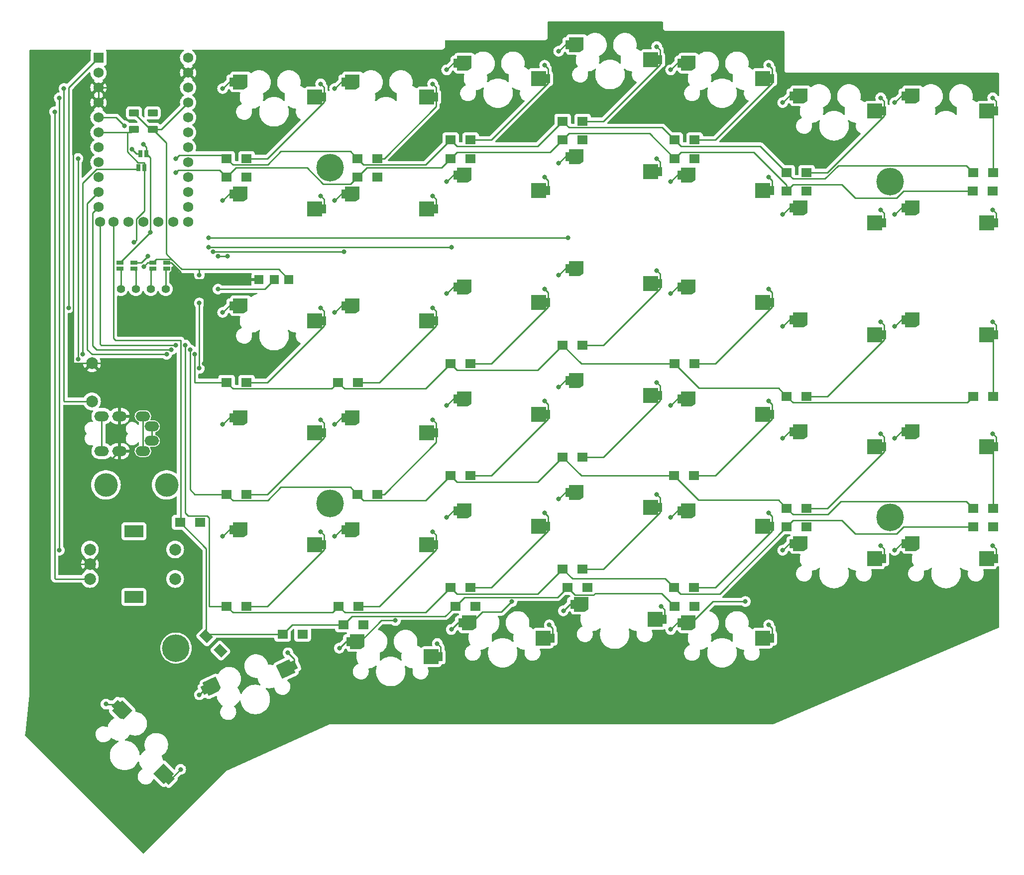
<source format=gbr>
%TF.GenerationSoftware,KiCad,Pcbnew,(6.0.1)*%
%TF.CreationDate,2022-02-14T18:22:42+08:00*%
%TF.ProjectId,Sofle_Extended,536f666c-655f-4457-9874-656e6465642e,rev?*%
%TF.SameCoordinates,Original*%
%TF.FileFunction,Copper,L1,Top*%
%TF.FilePolarity,Positive*%
%FSLAX46Y46*%
G04 Gerber Fmt 4.6, Leading zero omitted, Abs format (unit mm)*
G04 Created by KiCad (PCBNEW (6.0.1)) date 2022-02-14 18:22:42*
%MOMM*%
%LPD*%
G01*
G04 APERTURE LIST*
G04 Aperture macros list*
%AMRoundRect*
0 Rectangle with rounded corners*
0 $1 Rounding radius*
0 $2 $3 $4 $5 $6 $7 $8 $9 X,Y pos of 4 corners*
0 Add a 4 corners polygon primitive as box body*
4,1,4,$2,$3,$4,$5,$6,$7,$8,$9,$2,$3,0*
0 Add four circle primitives for the rounded corners*
1,1,$1+$1,$2,$3*
1,1,$1+$1,$4,$5*
1,1,$1+$1,$6,$7*
1,1,$1+$1,$8,$9*
0 Add four rect primitives between the rounded corners*
20,1,$1+$1,$2,$3,$4,$5,0*
20,1,$1+$1,$4,$5,$6,$7,0*
20,1,$1+$1,$6,$7,$8,$9,0*
20,1,$1+$1,$8,$9,$2,$3,0*%
%AMRotRect*
0 Rectangle, with rotation*
0 The origin of the aperture is its center*
0 $1 length*
0 $2 width*
0 $3 Rotation angle, in degrees counterclockwise*
0 Add horizontal line*
21,1,$1,$2,0,0,$3*%
%AMFreePoly0*
4,1,24,2.735355,1.235355,2.750000,1.200000,2.750000,-0.800000,2.748029,-0.804757,2.749028,-0.809806,2.740927,-0.821903,2.735355,-0.835355,2.730600,-0.837325,2.727735,-0.841603,2.127735,-1.241603,2.113450,-1.244429,2.100000,-1.250000,0.300001,-1.250000,0.264645,-1.235355,0.250000,-1.200000,0.250000,-0.750000,-0.349999,-0.750000,-0.349999,0.750000,0.250000,0.750000,0.250000,1.200000,
0.264645,1.235355,0.300001,1.250000,2.700000,1.250000,2.735355,1.235355,2.735355,1.235355,$1*%
%AMFreePoly1*
4,1,17,-0.364645,1.235355,-0.350000,1.200001,-0.349999,0.750000,0.349999,0.750000,0.349999,-0.750000,-0.349999,-0.750000,-0.350000,-1.200001,-0.364645,-1.235355,-0.400000,-1.250000,-2.800000,-1.249999,-2.835355,-1.235355,-2.850000,-1.200000,-2.850000,1.200000,-2.835355,1.235355,-2.800000,1.249999,-0.400000,1.250000,-0.364645,1.235355,-0.364645,1.235355,$1*%
G04 Aperture macros list end*
%TA.AperFunction,SMDPad,CuDef*%
%ADD10FreePoly0,315.000000*%
%TD*%
%TA.AperFunction,SMDPad,CuDef*%
%ADD11FreePoly1,315.000000*%
%TD*%
%TA.AperFunction,SMDPad,CuDef*%
%ADD12FreePoly0,0.000000*%
%TD*%
%TA.AperFunction,SMDPad,CuDef*%
%ADD13FreePoly1,0.000000*%
%TD*%
%TA.AperFunction,ComponentPad*%
%ADD14C,4.700000*%
%TD*%
%TA.AperFunction,ComponentPad*%
%ADD15R,1.800000X1.500000*%
%TD*%
%TA.AperFunction,ComponentPad*%
%ADD16O,2.500000X1.700000*%
%TD*%
%TA.AperFunction,ComponentPad*%
%ADD17R,1.524000X1.524000*%
%TD*%
%TA.AperFunction,SMDPad,CuDef*%
%ADD18R,0.635000X1.143000*%
%TD*%
%TA.AperFunction,ComponentPad*%
%ADD19C,4.000000*%
%TD*%
%TA.AperFunction,SMDPad,CuDef*%
%ADD20R,1.143000X0.635000*%
%TD*%
%TA.AperFunction,SMDPad,CuDef*%
%ADD21FreePoly0,25.000000*%
%TD*%
%TA.AperFunction,SMDPad,CuDef*%
%ADD22FreePoly1,25.000000*%
%TD*%
%TA.AperFunction,ComponentPad*%
%ADD23C,2.000000*%
%TD*%
%TA.AperFunction,ComponentPad*%
%ADD24RotRect,1.800000X1.500000X315.000000*%
%TD*%
%TA.AperFunction,ComponentPad*%
%ADD25R,3.200000X2.000000*%
%TD*%
%TA.AperFunction,ComponentPad*%
%ADD26R,1.752600X1.752600*%
%TD*%
%TA.AperFunction,ComponentPad*%
%ADD27C,1.752600*%
%TD*%
%TA.AperFunction,ComponentPad*%
%ADD28C,1.397000*%
%TD*%
%TA.AperFunction,SMDPad,CuDef*%
%ADD29RoundRect,0.250000X-0.625000X0.375000X-0.625000X-0.375000X0.625000X-0.375000X0.625000X0.375000X0*%
%TD*%
%TA.AperFunction,ComponentPad*%
%ADD30RoundRect,0.250000X-0.625000X0.375000X-0.625000X-0.375000X0.625000X-0.375000X0.625000X0.375000X0*%
%TD*%
%TA.AperFunction,SMDPad,CuDef*%
%ADD31RoundRect,0.250000X0.625000X-0.375000X0.625000X0.375000X-0.625000X0.375000X-0.625000X-0.375000X0*%
%TD*%
%TA.AperFunction,ComponentPad*%
%ADD32RoundRect,0.250000X0.625000X-0.375000X0.625000X0.375000X-0.625000X0.375000X-0.625000X-0.375000X0*%
%TD*%
%TA.AperFunction,ViaPad*%
%ADD33C,0.800000*%
%TD*%
%TA.AperFunction,Conductor*%
%ADD34C,0.250000*%
%TD*%
G04 APERTURE END LIST*
D10*
%TO.P,SW41,1,1*%
%TO.N,col5*%
X76302576Y-148465087D03*
D11*
%TO.P,SW41,2,2*%
%TO.N,Net-(D41-Pad2)*%
X85565675Y-161405141D03*
%TD*%
D12*
%TO.P,SW3,1,1*%
%TO.N,col2*%
X172187500Y-39350000D03*
D13*
%TO.P,SW3,2,2*%
%TO.N,Net-(D3-Pad2)*%
X187887500Y-41950000D03*
%TD*%
D14*
%TO.P,TH7,*%
%TO.N,*%
X207962500Y-59531250D03*
%TD*%
D15*
%TO.P,D9,1,K*%
%TO.N,row1*%
X190387500Y-61118750D03*
%TO.P,D9,2,A*%
%TO.N,Net-(D9-Pad2)*%
X193787500Y-61118750D03*
%TD*%
D12*
%TO.P,SW37,1,1*%
%TO.N,col1*%
X153931250Y-131425000D03*
D13*
%TO.P,SW37,2,2*%
%TO.N,Net-(D37-Pad2)*%
X169631250Y-134025000D03*
%TD*%
D12*
%TO.P,SW31,1,1*%
%TO.N,col2*%
X172187500Y-115550000D03*
D13*
%TO.P,SW31,2,2*%
%TO.N,Net-(D31-Pad2)*%
X187887500Y-118150000D03*
%TD*%
D15*
%TO.P,D12,1,K*%
%TO.N,row1*%
X133237500Y-55562500D03*
%TO.P,D12,2,A*%
%TO.N,Net-(D12-Pad2)*%
X136637500Y-55562500D03*
%TD*%
%TO.P,D27,1,K*%
%TO.N,row3*%
X117362500Y-112712500D03*
%TO.P,D27,2,A*%
%TO.N,Net-(D27-Pad2)*%
X120762500Y-112712500D03*
%TD*%
D16*
%TO.P,J3,1*%
%TO.N,VCC*%
X80893750Y-105368750D03*
X80893750Y-99418750D03*
%TO.P,J3,2*%
%TO.N,GND*%
X76893750Y-99418750D03*
X76893750Y-105368750D03*
%TO.P,J3,3*%
%TO.N,/i2c_d*%
X73893750Y-99418750D03*
X73893750Y-105368750D03*
%TO.P,J3,4*%
%TO.N,/i2c_c*%
X82393750Y-101168750D03*
X82393750Y-103618750D03*
%TD*%
D15*
%TO.P,D6,1,K*%
%TO.N,row0*%
X117362500Y-55562500D03*
%TO.P,D6,2,A*%
%TO.N,Net-(D6-Pad2)*%
X120762500Y-55562500D03*
%TD*%
%TO.P,D10,1,K*%
%TO.N,row1*%
X171337500Y-55562500D03*
%TO.P,D10,2,A*%
%TO.N,Net-(D10-Pad2)*%
X174737500Y-55562500D03*
%TD*%
%TO.P,D4,1,K*%
%TO.N,row0*%
X152287500Y-49212500D03*
%TO.P,D4,2,A*%
%TO.N,Net-(D4-Pad2)*%
X155687500Y-49212500D03*
%TD*%
%TO.P,D16,1,K*%
%TO.N,row2*%
X190387500Y-96043750D03*
%TO.P,D16,2,A*%
%TO.N,Net-(D16-Pad2)*%
X193787500Y-96043750D03*
%TD*%
D12*
%TO.P,SW13,1,1*%
%TO.N,col5*%
X115037500Y-61575000D03*
D13*
%TO.P,SW13,2,2*%
%TO.N,Net-(D13-Pad2)*%
X130737500Y-64175000D03*
%TD*%
D12*
%TO.P,SW1,1,1*%
%TO.N,col0*%
X210287500Y-44906250D03*
D13*
%TO.P,SW1,2,2*%
%TO.N,Net-(D1-Pad2)*%
X225987500Y-47506250D03*
%TD*%
D17*
%TO.P,J1,1,Pin_1*%
%TO.N,VCC*%
X105737500Y-76200000D03*
%TO.P,J1,2,Pin_2*%
%TO.N,LED*%
X103237500Y-76200000D03*
%TO.P,J1,3,Pin_3*%
%TO.N,GND*%
X100637500Y-76200000D03*
%TD*%
D18*
%TO.P,JP10,1,1*%
%TO.N,/i2c_d*%
X80462120Y-54768750D03*
%TO.P,JP10,2,2*%
%TO.N,SDA*%
X81462880Y-54768750D03*
%TD*%
%TO.P,JP9,1,1*%
%TO.N,/i2c_c*%
X80168750Y-57150000D03*
%TO.P,JP9,2,2*%
%TO.N,SCL*%
X81169510Y-57150000D03*
%TD*%
D12*
%TO.P,SW21,1,1*%
%TO.N,SW25A*%
X95987500Y-80625000D03*
D13*
%TO.P,SW21,2,2*%
%TO.N,Net-(D21-Pad2)*%
X111687500Y-83225000D03*
%TD*%
D15*
%TO.P,D20,1,K*%
%TO.N,row2*%
X114075000Y-93662500D03*
%TO.P,D20,2,A*%
%TO.N,Net-(D20-Pad2)*%
X117475000Y-93662500D03*
%TD*%
%TO.P,D14,1,K*%
%TO.N,row1*%
X95137500Y-58737500D03*
%TO.P,D14,2,A*%
%TO.N,Net-(D14-Pad2)*%
X98537500Y-58737500D03*
%TD*%
D19*
%TO.P,TH2,*%
%TO.N,*%
X84931250Y-111125000D03*
%TD*%
D15*
%TO.P,D3,1,K*%
%TO.N,row0*%
X171337500Y-52387500D03*
%TO.P,D3,2,A*%
%TO.N,Net-(D3-Pad2)*%
X174737500Y-52387500D03*
%TD*%
%TO.P,D32,1,K*%
%TO.N,row4*%
X152287500Y-125412500D03*
%TO.P,D32,2,A*%
%TO.N,Net-(D32-Pad2)*%
X155687500Y-125412500D03*
%TD*%
%TO.P,D8,1,K*%
%TO.N,row1*%
X222025000Y-61118750D03*
%TO.P,D8,2,A*%
%TO.N,Net-(D8-Pad2)*%
X225425000Y-61118750D03*
%TD*%
%TO.P,D17,1,K*%
%TO.N,row2*%
X171337500Y-90487500D03*
%TO.P,D17,2,A*%
%TO.N,Net-(D17-Pad2)*%
X174737500Y-90487500D03*
%TD*%
%TO.P,D23,1,K*%
%TO.N,row3*%
X190387500Y-115093750D03*
%TO.P,D23,2,A*%
%TO.N,Net-(D23-Pad2)*%
X193787500Y-115093750D03*
%TD*%
D12*
%TO.P,SW4,1,1*%
%TO.N,col3*%
X153137500Y-36175000D03*
D13*
%TO.P,SW4,2,2*%
%TO.N,Net-(D4-Pad2)*%
X168837500Y-38775000D03*
%TD*%
D15*
%TO.P,D39,1,K*%
%TO.N,row5*%
X114981250Y-134937500D03*
%TO.P,D39,2,A*%
%TO.N,Net-(D39-Pad2)*%
X118381250Y-134937500D03*
%TD*%
D20*
%TO.P,JP3,1,1*%
%TO.N,Net-(J2-Pad2)*%
X79375000Y-74319130D03*
%TO.P,JP3,2,2*%
%TO.N,SCL*%
X79375000Y-73318370D03*
%TD*%
D15*
%TO.P,D29,1,K*%
%TO.N,row4*%
X222137500Y-118268750D03*
%TO.P,D29,2,A*%
%TO.N,Net-(D29-Pad2)*%
X225537500Y-118268750D03*
%TD*%
D12*
%TO.P,SW33,1,1*%
%TO.N,col4*%
X134087500Y-115550000D03*
D13*
%TO.P,SW33,2,2*%
%TO.N,Net-(D33-Pad2)*%
X149787500Y-118150000D03*
%TD*%
D12*
%TO.P,SW14,1,1*%
%TO.N,SW25A*%
X95987500Y-61575000D03*
D13*
%TO.P,SW14,2,2*%
%TO.N,Net-(D14-Pad2)*%
X111687500Y-64175000D03*
%TD*%
D15*
%TO.P,D37,1,K*%
%TO.N,row5*%
X153081250Y-128587500D03*
%TO.P,D37,2,A*%
%TO.N,Net-(D37-Pad2)*%
X156481250Y-128587500D03*
%TD*%
%TO.P,D35,1,K*%
%TO.N,row4*%
X95137500Y-131762500D03*
%TO.P,D35,2,A*%
%TO.N,Net-(D35-Pad2)*%
X98537500Y-131762500D03*
%TD*%
D12*
%TO.P,SW17,1,1*%
%TO.N,col2*%
X172187500Y-77450000D03*
D13*
%TO.P,SW17,2,2*%
%TO.N,Net-(D17-Pad2)*%
X187887500Y-80050000D03*
%TD*%
D21*
%TO.P,SW40,1,1*%
%TO.N,col4*%
X91331731Y-146058182D03*
D22*
%TO.P,SW40,2,2*%
%TO.N,Net-(D40-Pad2)*%
X106659571Y-141779475D03*
%TD*%
D15*
%TO.P,D15,1,K*%
%TO.N,row2*%
X222137500Y-96043750D03*
%TO.P,D15,2,A*%
%TO.N,Net-(D15-Pad2)*%
X225537500Y-96043750D03*
%TD*%
D14*
%TO.P,TH3,*%
%TO.N,*%
X112712500Y-114300000D03*
%TD*%
D12*
%TO.P,SW20,1,1*%
%TO.N,col5*%
X115037500Y-80625000D03*
D13*
%TO.P,SW20,2,2*%
%TO.N,Net-(D20-Pad2)*%
X130737500Y-83225000D03*
%TD*%
D12*
%TO.P,SW32,1,1*%
%TO.N,col3*%
X153137500Y-112375000D03*
D13*
%TO.P,SW32,2,2*%
%TO.N,Net-(D32-Pad2)*%
X168837500Y-114975000D03*
%TD*%
D12*
%TO.P,SW11,1,1*%
%TO.N,col3*%
X153137500Y-55225000D03*
D13*
%TO.P,SW11,2,2*%
%TO.N,Net-(D11-Pad2)*%
X168837500Y-57825000D03*
%TD*%
D12*
%TO.P,SW22,1,1*%
%TO.N,col0*%
X210287500Y-102056250D03*
D13*
%TO.P,SW22,2,2*%
%TO.N,Net-(D22-Pad2)*%
X225987500Y-104656250D03*
%TD*%
D15*
%TO.P,D42,1,K*%
%TO.N,row5*%
X87200000Y-117475000D03*
%TO.P,D42,2,A*%
%TO.N,SW25B*%
X90600000Y-117475000D03*
%TD*%
D20*
%TO.P,JP4,1,1*%
%TO.N,Net-(J2-Pad1)*%
X76993750Y-74319130D03*
%TO.P,JP4,2,2*%
%TO.N,SDA*%
X76993750Y-73318370D03*
%TD*%
D23*
%TO.P,RSW1,1,1*%
%TO.N,GND*%
X72231250Y-90412500D03*
%TO.P,RSW1,2,2*%
%TO.N,RESET*%
X72231250Y-96912500D03*
%TD*%
D15*
%TO.P,D25,1,K*%
%TO.N,row3*%
X152287500Y-106362500D03*
%TO.P,D25,2,A*%
%TO.N,Net-(D25-Pad2)*%
X155687500Y-106362500D03*
%TD*%
D12*
%TO.P,SW9,1,1*%
%TO.N,col1*%
X191237500Y-63956250D03*
D13*
%TO.P,SW9,2,2*%
%TO.N,Net-(D9-Pad2)*%
X206937500Y-66556250D03*
%TD*%
D15*
%TO.P,D40,1,K*%
%TO.N,row5*%
X104662500Y-136525000D03*
%TO.P,D40,2,A*%
%TO.N,Net-(D40-Pad2)*%
X108062500Y-136525000D03*
%TD*%
D24*
%TO.P,D41,1,K*%
%TO.N,row5*%
X91666668Y-136910418D03*
%TO.P,D41,2,A*%
%TO.N,Net-(D41-Pad2)*%
X94070832Y-139314582D03*
%TD*%
D15*
%TO.P,D7,1,K*%
%TO.N,row0*%
X95137500Y-55562500D03*
%TO.P,D7,2,A*%
%TO.N,Net-(D7-Pad2)*%
X98537500Y-55562500D03*
%TD*%
%TO.P,D38,1,K*%
%TO.N,row5*%
X134031250Y-131762500D03*
%TO.P,D38,2,A*%
%TO.N,Net-(D38-Pad2)*%
X137431250Y-131762500D03*
%TD*%
%TO.P,D13,1,K*%
%TO.N,row1*%
X117362500Y-58737500D03*
%TO.P,D13,2,A*%
%TO.N,Net-(D13-Pad2)*%
X120762500Y-58737500D03*
%TD*%
D12*
%TO.P,SW15,1,1*%
%TO.N,col0*%
X210287500Y-83006250D03*
D13*
%TO.P,SW15,2,2*%
%TO.N,Net-(D15-Pad2)*%
X225987500Y-85606250D03*
%TD*%
D15*
%TO.P,D11,1,K*%
%TO.N,row1*%
X152287500Y-52387500D03*
%TO.P,D11,2,A*%
%TO.N,Net-(D11-Pad2)*%
X155687500Y-52387500D03*
%TD*%
%TO.P,D31,1,K*%
%TO.N,row4*%
X171225000Y-128587500D03*
%TO.P,D31,2,A*%
%TO.N,Net-(D31-Pad2)*%
X174625000Y-128587500D03*
%TD*%
D12*
%TO.P,SW19,1,1*%
%TO.N,col4*%
X134087500Y-77450000D03*
D13*
%TO.P,SW19,2,2*%
%TO.N,Net-(D19-Pad2)*%
X149787500Y-80050000D03*
%TD*%
D12*
%TO.P,SW16,1,1*%
%TO.N,col1*%
X191237500Y-83006250D03*
D13*
%TO.P,SW16,2,2*%
%TO.N,Net-(D16-Pad2)*%
X206937500Y-85606250D03*
%TD*%
D12*
%TO.P,SW23,1,1*%
%TO.N,col1*%
X191237500Y-102056250D03*
D13*
%TO.P,SW23,2,2*%
%TO.N,Net-(D23-Pad2)*%
X206937500Y-104656250D03*
%TD*%
D15*
%TO.P,D36,1,K*%
%TO.N,row5*%
X171337500Y-131762500D03*
%TO.P,D36,2,A*%
%TO.N,Net-(D36-Pad2)*%
X174737500Y-131762500D03*
%TD*%
D12*
%TO.P,SW39,1,1*%
%TO.N,col3*%
X115831250Y-137775000D03*
D13*
%TO.P,SW39,2,2*%
%TO.N,Net-(D39-Pad2)*%
X131531250Y-140375000D03*
%TD*%
D12*
%TO.P,SW36,1,1*%
%TO.N,col0*%
X172187500Y-134600000D03*
D13*
%TO.P,SW36,2,2*%
%TO.N,Net-(D36-Pad2)*%
X187887500Y-137200000D03*
%TD*%
D12*
%TO.P,SW18,1,1*%
%TO.N,col3*%
X153137500Y-74275000D03*
D13*
%TO.P,SW18,2,2*%
%TO.N,Net-(D18-Pad2)*%
X168837500Y-76875000D03*
%TD*%
D15*
%TO.P,D19,1,K*%
%TO.N,row2*%
X133237500Y-90487500D03*
%TO.P,D19,2,A*%
%TO.N,Net-(D19-Pad2)*%
X136637500Y-90487500D03*
%TD*%
D12*
%TO.P,SW24,1,1*%
%TO.N,col2*%
X172187500Y-96500000D03*
D13*
%TO.P,SW24,2,2*%
%TO.N,Net-(D24-Pad2)*%
X187887500Y-99100000D03*
%TD*%
D12*
%TO.P,SW28,1,1*%
%TO.N,SW25A*%
X95987500Y-99675000D03*
D13*
%TO.P,SW28,2,2*%
%TO.N,Net-(D28-Pad2)*%
X111687500Y-102275000D03*
%TD*%
D12*
%TO.P,SW5,1,1*%
%TO.N,col4*%
X134087500Y-39350000D03*
D13*
%TO.P,SW5,2,2*%
%TO.N,Net-(D5-Pad2)*%
X149787500Y-41950000D03*
%TD*%
D14*
%TO.P,TH5,*%
%TO.N,*%
X207962500Y-116681250D03*
%TD*%
D12*
%TO.P,SW35,1,1*%
%TO.N,SW25A*%
X95987500Y-118725000D03*
D13*
%TO.P,SW35,2,2*%
%TO.N,Net-(D35-Pad2)*%
X111687500Y-121325000D03*
%TD*%
D23*
%TO.P,SW42,A,A*%
%TO.N,ENCA*%
X71875000Y-122118750D03*
%TO.P,SW42,B,B*%
%TO.N,ENCB*%
X71875000Y-127118750D03*
%TO.P,SW42,C,C*%
%TO.N,GND*%
X71875000Y-124618750D03*
D25*
%TO.P,SW42,MP*%
%TO.N,N/C*%
X79375000Y-130218750D03*
X79375000Y-119018750D03*
D23*
%TO.P,SW42,S1,S1*%
%TO.N,SW25A*%
X86375000Y-127118750D03*
%TO.P,SW42,S2,S2*%
%TO.N,SW25B*%
X86375000Y-122118750D03*
%TD*%
D15*
%TO.P,D30,1,K*%
%TO.N,row4*%
X190387500Y-118268750D03*
%TO.P,D30,2,A*%
%TO.N,Net-(D30-Pad2)*%
X193787500Y-118268750D03*
%TD*%
%TO.P,D5,1,K*%
%TO.N,row0*%
X133237500Y-52387500D03*
%TO.P,D5,2,A*%
%TO.N,Net-(D5-Pad2)*%
X136637500Y-52387500D03*
%TD*%
%TO.P,D21,1,K*%
%TO.N,row2*%
X95137500Y-93662500D03*
%TO.P,D21,2,A*%
%TO.N,Net-(D21-Pad2)*%
X98537500Y-93662500D03*
%TD*%
D12*
%TO.P,SW30,1,1*%
%TO.N,col1*%
X191237500Y-121106250D03*
D13*
%TO.P,SW30,2,2*%
%TO.N,Net-(D30-Pad2)*%
X206937500Y-123706250D03*
%TD*%
D15*
%TO.P,D22,1,K*%
%TO.N,row3*%
X222137500Y-115093750D03*
%TO.P,D22,2,A*%
%TO.N,Net-(D22-Pad2)*%
X225537500Y-115093750D03*
%TD*%
D14*
%TO.P,TH4,*%
%TO.N,*%
X112712500Y-57150000D03*
%TD*%
D15*
%TO.P,D1,1,K*%
%TO.N,row0*%
X222137500Y-57943750D03*
%TO.P,D1,2,A*%
%TO.N,Net-(D1-Pad2)*%
X225537500Y-57943750D03*
%TD*%
%TO.P,D33,1,K*%
%TO.N,row4*%
X133237500Y-128587500D03*
%TO.P,D33,2,A*%
%TO.N,Net-(D33-Pad2)*%
X136637500Y-128587500D03*
%TD*%
D12*
%TO.P,SW29,1,1*%
%TO.N,col0*%
X210287500Y-121106250D03*
D13*
%TO.P,SW29,2,2*%
%TO.N,Net-(D29-Pad2)*%
X225987500Y-123706250D03*
%TD*%
D26*
%TO.P,U1,1,TX0/PD3*%
%TO.N,LED*%
X73342500Y-38417500D03*
D27*
%TO.P,U1,2,RX1/PD2*%
%TO.N,DATA*%
X73342500Y-40957500D03*
%TO.P,U1,3,GND*%
%TO.N,GND*%
X73342500Y-43497500D03*
%TO.P,U1,4,GND*%
X73342500Y-46037500D03*
%TO.P,U1,5,2/PD1*%
%TO.N,SDA*%
X73342500Y-48577500D03*
%TO.P,U1,6,3/PD0*%
%TO.N,SCL*%
X73342500Y-51117500D03*
%TO.P,U1,7,4/PD4*%
%TO.N,unconnected-(U1-Pad7)*%
X73342500Y-53657500D03*
%TO.P,U1,8,5/PC6*%
%TO.N,row0*%
X73342500Y-56197500D03*
%TO.P,U1,9,6/PD7*%
%TO.N,row1*%
X73342500Y-58737500D03*
%TO.P,U1,10,7/PE6*%
%TO.N,row2*%
X73342500Y-61277500D03*
%TO.P,U1,11,8/PB4*%
%TO.N,row3*%
X73342500Y-63817500D03*
%TO.P,U1,12,9/PB5*%
%TO.N,row4*%
X73571100Y-66357500D03*
%TO.P,U1,13,10/PB6*%
%TO.N,col5*%
X88582500Y-66357500D03*
%TO.P,U1,14,16/PB2*%
%TO.N,col4*%
X88582500Y-63817500D03*
%TO.P,U1,15,14/PB3*%
%TO.N,col3*%
X88582500Y-61277500D03*
%TO.P,U1,16,15/PB1*%
%TO.N,col2*%
X88582500Y-58737500D03*
%TO.P,U1,17,A0/PF7*%
%TO.N,col1*%
X88582500Y-56197500D03*
%TO.P,U1,18,A1/PF6*%
%TO.N,col0*%
X88582500Y-53657500D03*
%TO.P,U1,19,A2/PF5*%
%TO.N,ENCB*%
X88582500Y-51117500D03*
%TO.P,U1,20,A3/PF4*%
%TO.N,ENCA*%
X88582500Y-48577500D03*
%TO.P,U1,21,VCC*%
%TO.N,VCC*%
X88582500Y-46037500D03*
%TO.P,U1,22,RST*%
%TO.N,RESET*%
X88582500Y-43497500D03*
%TO.P,U1,23,GND*%
%TO.N,GND*%
X88582500Y-40957500D03*
%TO.P,U1,24,B0*%
%TO.N,unconnected-(U1-Pad24)*%
X88582500Y-38417500D03*
%TO.P,U1,25,B7*%
%TO.N,row5*%
X75882500Y-66357500D03*
%TO.P,U1,26,D5*%
%TO.N,unconnected-(U1-Pad26)*%
X78422500Y-66357500D03*
%TO.P,U1,27,C7*%
%TO.N,unconnected-(U1-Pad27)*%
X80962500Y-66357500D03*
%TO.P,U1,28,F1*%
%TO.N,unconnected-(U1-Pad28)*%
X83502500Y-66357500D03*
%TO.P,U1,29,F0*%
%TO.N,SW25A*%
X86042500Y-66357500D03*
%TD*%
D12*
%TO.P,SW10,1,1*%
%TO.N,col2*%
X172187500Y-58400000D03*
D13*
%TO.P,SW10,2,2*%
%TO.N,Net-(D10-Pad2)*%
X187887500Y-61000000D03*
%TD*%
D20*
%TO.P,JP1,1,1*%
%TO.N,Net-(J2-Pad4)*%
X84931250Y-74319130D03*
%TO.P,JP1,2,2*%
%TO.N,GND*%
X84931250Y-73318370D03*
%TD*%
D12*
%TO.P,SW12,1,1*%
%TO.N,col4*%
X134087500Y-58400000D03*
D13*
%TO.P,SW12,2,2*%
%TO.N,Net-(D12-Pad2)*%
X149787500Y-61000000D03*
%TD*%
D12*
%TO.P,SW2,1,1*%
%TO.N,col1*%
X191237500Y-44906250D03*
D13*
%TO.P,SW2,2,2*%
%TO.N,Net-(D2-Pad2)*%
X206937500Y-47506250D03*
%TD*%
D14*
%TO.P,TH6,*%
%TO.N,*%
X86518750Y-138906250D03*
%TD*%
D12*
%TO.P,SW8,1,1*%
%TO.N,col0*%
X210287500Y-63956250D03*
D13*
%TO.P,SW8,2,2*%
%TO.N,Net-(D8-Pad2)*%
X225987500Y-66556250D03*
%TD*%
D15*
%TO.P,D2,1,K*%
%TO.N,row0*%
X190387500Y-57943750D03*
%TO.P,D2,2,A*%
%TO.N,Net-(D2-Pad2)*%
X193787500Y-57943750D03*
%TD*%
D12*
%TO.P,SW38,1,1*%
%TO.N,col2*%
X134881250Y-134600000D03*
D13*
%TO.P,SW38,2,2*%
%TO.N,Net-(D38-Pad2)*%
X150581250Y-137200000D03*
%TD*%
D15*
%TO.P,D26,1,K*%
%TO.N,row3*%
X133237500Y-109537500D03*
%TO.P,D26,2,A*%
%TO.N,Net-(D26-Pad2)*%
X136637500Y-109537500D03*
%TD*%
D19*
%TO.P,TH1,*%
%TO.N,*%
X74612500Y-111125000D03*
%TD*%
D15*
%TO.P,D24,1,K*%
%TO.N,row3*%
X171225000Y-109537500D03*
%TO.P,D24,2,A*%
%TO.N,Net-(D24-Pad2)*%
X174625000Y-109537500D03*
%TD*%
%TO.P,D28,1,K*%
%TO.N,row3*%
X95137500Y-112712500D03*
%TO.P,D28,2,A*%
%TO.N,Net-(D28-Pad2)*%
X98537500Y-112712500D03*
%TD*%
%TO.P,D34,1,K*%
%TO.N,row4*%
X114187500Y-131762500D03*
%TO.P,D34,2,A*%
%TO.N,Net-(D34-Pad2)*%
X117587500Y-131762500D03*
%TD*%
D12*
%TO.P,SW6,1,1*%
%TO.N,col5*%
X115037500Y-42525000D03*
D13*
%TO.P,SW6,2,2*%
%TO.N,Net-(D6-Pad2)*%
X130737500Y-45125000D03*
%TD*%
D12*
%TO.P,SW34,1,1*%
%TO.N,col5*%
X115037500Y-118725000D03*
D13*
%TO.P,SW34,2,2*%
%TO.N,Net-(D34-Pad2)*%
X130737500Y-121325000D03*
%TD*%
D28*
%TO.P,J2,1,P1*%
%TO.N,Net-(J2-Pad1)*%
X77152500Y-77787500D03*
%TO.P,J2,2,P2*%
%TO.N,Net-(J2-Pad2)*%
X79692500Y-77787500D03*
%TO.P,J2,3,P3*%
%TO.N,Net-(J2-Pad3)*%
X82232500Y-77787500D03*
%TO.P,J2,4,P4*%
%TO.N,Net-(J2-Pad4)*%
X84772500Y-77787500D03*
%TD*%
D20*
%TO.P,JP2,1,1*%
%TO.N,Net-(J2-Pad3)*%
X82550000Y-74319130D03*
%TO.P,JP2,2,2*%
%TO.N,VCC*%
X82550000Y-73318370D03*
%TD*%
D12*
%TO.P,SW7,1,1*%
%TO.N,SW25A*%
X95987500Y-42525000D03*
D13*
%TO.P,SW7,2,2*%
%TO.N,Net-(D7-Pad2)*%
X111687500Y-45125000D03*
%TD*%
D15*
%TO.P,D18,1,K*%
%TO.N,row2*%
X152287500Y-87312500D03*
%TO.P,D18,2,A*%
%TO.N,Net-(D18-Pad2)*%
X155687500Y-87312500D03*
%TD*%
D12*
%TO.P,SW25,1,1*%
%TO.N,col3*%
X153137500Y-93325000D03*
D13*
%TO.P,SW25,2,2*%
%TO.N,Net-(D25-Pad2)*%
X168837500Y-95925000D03*
%TD*%
D12*
%TO.P,SW26,1,1*%
%TO.N,col4*%
X134087500Y-96500000D03*
D13*
%TO.P,SW26,2,2*%
%TO.N,Net-(D26-Pad2)*%
X149787500Y-99100000D03*
%TD*%
D12*
%TO.P,SW27,1,1*%
%TO.N,col5*%
X115037500Y-99675000D03*
D13*
%TO.P,SW27,2,2*%
%TO.N,Net-(D27-Pad2)*%
X130737500Y-102275000D03*
%TD*%
D29*
%TO.P,R2,1*%
%TO.N,VCC*%
X79375000Y-47812500D03*
D30*
X79375000Y-47812500D03*
D29*
%TO.P,R2,2*%
%TO.N,SCL*%
X79375000Y-50612500D03*
D30*
X79375000Y-50612500D03*
%TD*%
D31*
%TO.P,R1,1*%
%TO.N,VCC*%
X82550000Y-50612500D03*
D32*
X82550000Y-50612500D03*
%TO.P,R1,2*%
%TO.N,SDA*%
X82550000Y-47812500D03*
D31*
X82550000Y-47812500D03*
%TD*%
D33*
%TO.N,row0*%
X86518750Y-55562500D03*
%TO.N,Net-(D1-Pad2)*%
X225425000Y-45243750D03*
%TO.N,Net-(D2-Pad2)*%
X206375000Y-45243750D03*
%TO.N,Net-(D3-Pad2)*%
X187325000Y-39687500D03*
%TO.N,Net-(D4-Pad2)*%
X168275000Y-36512500D03*
%TO.N,Net-(D5-Pad2)*%
X149225000Y-39687500D03*
%TO.N,Net-(D6-Pad2)*%
X130175000Y-42862500D03*
%TO.N,Net-(D7-Pad2)*%
X111125000Y-42862500D03*
%TO.N,row1*%
X86518750Y-57943750D03*
%TO.N,Net-(D8-Pad2)*%
X225425000Y-64293750D03*
%TO.N,Net-(D9-Pad2)*%
X206375000Y-64293750D03*
%TO.N,Net-(D10-Pad2)*%
X187325000Y-58737500D03*
%TO.N,Net-(D11-Pad2)*%
X168275000Y-55562500D03*
%TO.N,Net-(D12-Pad2)*%
X149225000Y-58737500D03*
%TO.N,Net-(D13-Pad2)*%
X130175000Y-61912500D03*
%TO.N,Net-(D14-Pad2)*%
X111125000Y-61912500D03*
%TO.N,row2*%
X84931250Y-88900000D03*
X89693750Y-88900000D03*
%TO.N,Net-(D15-Pad2)*%
X225425000Y-83343750D03*
%TO.N,Net-(D16-Pad2)*%
X206375000Y-83343750D03*
%TO.N,Net-(D17-Pad2)*%
X187325000Y-77787500D03*
%TO.N,Net-(D18-Pad2)*%
X168275000Y-74612500D03*
%TO.N,Net-(D19-Pad2)*%
X149225000Y-77787500D03*
%TO.N,Net-(D20-Pad2)*%
X130175000Y-80962500D03*
%TO.N,Net-(D21-Pad2)*%
X111125000Y-80962500D03*
%TO.N,row3*%
X88900000Y-88106250D03*
X85725000Y-88106250D03*
%TO.N,Net-(D22-Pad2)*%
X225425000Y-102393750D03*
%TO.N,Net-(D23-Pad2)*%
X206375000Y-102393750D03*
%TO.N,Net-(D24-Pad2)*%
X187325000Y-96837500D03*
%TO.N,Net-(D25-Pad2)*%
X168275000Y-93662500D03*
%TO.N,Net-(D26-Pad2)*%
X149225000Y-96837500D03*
%TO.N,Net-(D27-Pad2)*%
X130175000Y-100012500D03*
%TO.N,Net-(D28-Pad2)*%
X111125000Y-100012500D03*
%TO.N,row4*%
X86518750Y-87312500D03*
X88106250Y-87312500D03*
%TO.N,Net-(D29-Pad2)*%
X225425000Y-121443750D03*
%TO.N,Net-(D30-Pad2)*%
X206375000Y-121443750D03*
%TO.N,Net-(D31-Pad2)*%
X187325000Y-115887500D03*
%TO.N,Net-(D32-Pad2)*%
X168275000Y-112712500D03*
%TO.N,Net-(D33-Pad2)*%
X149225000Y-115887500D03*
%TO.N,Net-(D34-Pad2)*%
X130175000Y-119062500D03*
%TO.N,Net-(D35-Pad2)*%
X111125000Y-119062500D03*
%TO.N,Net-(D36-Pad2)*%
X187325000Y-134937500D03*
%TO.N,Net-(D37-Pad2)*%
X169068750Y-131762500D03*
%TO.N,Net-(D38-Pad2)*%
X150018750Y-134937500D03*
%TO.N,Net-(D39-Pad2)*%
X130968750Y-138112500D03*
%TO.N,Net-(D40-Pad2)*%
X105568750Y-139700000D03*
%TO.N,Net-(D41-Pad2)*%
X87312500Y-159543750D03*
%TO.N,GND*%
X87312500Y-76200000D03*
X91281250Y-90487500D03*
X84137500Y-90487500D03*
%TO.N,LED*%
X68262500Y-80962500D03*
X93662500Y-77787500D03*
%TO.N,VCC*%
X90487500Y-91281250D03*
X90487500Y-80168750D03*
X81035565Y-73943371D03*
X90487500Y-75406250D03*
%TO.N,/i2c_c*%
X70643750Y-88900000D03*
%TO.N,/i2c_d*%
X78988250Y-53975000D03*
X69850000Y-55562500D03*
X69850000Y-89688000D03*
%TO.N,SCL*%
X81756250Y-72231250D03*
X79375000Y-69850000D03*
%TO.N,SDA*%
X82163311Y-68148809D03*
X80962500Y-53181250D03*
X77787500Y-50006250D03*
%TO.N,RESET*%
X67468750Y-43656250D03*
%TO.N,col0*%
X208756250Y-103187500D03*
X208756250Y-46037500D03*
X208756250Y-65087500D03*
X208756250Y-84137500D03*
X208756250Y-122237500D03*
X170656250Y-135731250D03*
X183356250Y-130968750D03*
%TO.N,col1*%
X152400000Y-132556250D03*
X189706250Y-84137500D03*
X189706250Y-65087500D03*
X189706250Y-103187500D03*
X189706250Y-122237500D03*
X189706250Y-46037500D03*
%TO.N,col2*%
X143668750Y-130968750D03*
X170656250Y-78581250D03*
X92075000Y-69056250D03*
X170656250Y-40481250D03*
X133350000Y-135731250D03*
X153193750Y-69056250D03*
X170656250Y-116681250D03*
X170656250Y-59531250D03*
X170656250Y-97631250D03*
%TO.N,col3*%
X114300000Y-138906250D03*
X151606250Y-94456250D03*
X123825000Y-134213000D03*
X92075000Y-70643750D03*
X133350000Y-70643750D03*
X151606250Y-75406250D03*
X151606250Y-113506250D03*
X151606250Y-37306250D03*
X151606250Y-56356250D03*
%TO.N,col4*%
X90487500Y-146843750D03*
X92868750Y-71437500D03*
X132556250Y-59531250D03*
X132556250Y-116681250D03*
X115093750Y-71437500D03*
X132556250Y-97631250D03*
X132556250Y-40481250D03*
X132556250Y-78581250D03*
%TO.N,col5*%
X93662500Y-72231250D03*
X113506250Y-100806250D03*
X113506250Y-43656250D03*
X95250000Y-72231250D03*
X113506250Y-81756250D03*
X74612500Y-148431250D03*
X113506250Y-119856250D03*
X113506250Y-62706250D03*
%TO.N,SW25A*%
X94456250Y-43656250D03*
X94456250Y-119856250D03*
X94456250Y-81756250D03*
X94456250Y-100806250D03*
X94456250Y-62706250D03*
%TO.N,ENCA*%
X66675000Y-45243750D03*
X66675000Y-122237500D03*
%TO.N,ENCB*%
X65881250Y-47625000D03*
%TD*%
D34*
%TO.N,row0*%
X185905761Y-53462011D02*
X172412011Y-53462011D01*
X95137500Y-55562500D02*
X94571689Y-54996689D01*
X220950489Y-56756739D02*
X199134463Y-56756739D01*
X190387500Y-57943750D02*
X185905761Y-53462011D01*
X134312011Y-53462011D02*
X133237500Y-52387500D01*
X96212011Y-56637011D02*
X95137500Y-55562500D01*
X152287500Y-49212500D02*
X148037989Y-53462011D01*
X196872941Y-59018261D02*
X191462011Y-59018261D01*
X199134463Y-56756739D02*
X196872941Y-59018261D01*
X169237011Y-50287011D02*
X153362011Y-50287011D01*
X133237500Y-52387500D02*
X128987989Y-56637011D01*
X118437011Y-56637011D02*
X117362500Y-55562500D01*
X128987989Y-56637011D02*
X118437011Y-56637011D01*
X104374511Y-54375489D02*
X102112989Y-56637011D01*
X191462011Y-59018261D02*
X190387500Y-57943750D01*
X222137500Y-57943750D02*
X220950489Y-56756739D01*
X153362011Y-50287011D02*
X152287500Y-49212500D01*
X102112989Y-56637011D02*
X96212011Y-56637011D01*
X94571689Y-54996689D02*
X87084561Y-54996689D01*
X116175489Y-54375489D02*
X104374511Y-54375489D01*
X171337500Y-52387500D02*
X169237011Y-50287011D01*
X117362500Y-55562500D02*
X116175489Y-54375489D01*
X172412011Y-53462011D02*
X171337500Y-52387500D01*
X87084561Y-54996689D02*
X86518750Y-55562500D01*
X148037989Y-53462011D02*
X134312011Y-53462011D01*
%TO.N,Net-(D1-Pad2)*%
X225537500Y-47956250D02*
X225537500Y-57943750D01*
X225987500Y-47506250D02*
X225537500Y-47956250D01*
X225987500Y-45806250D02*
X225425000Y-45243750D01*
X225987500Y-47506250D02*
X225987500Y-45806250D01*
%TO.N,Net-(D2-Pad2)*%
X206937500Y-47506250D02*
X206937500Y-48317985D01*
X197311735Y-57943750D02*
X193787500Y-57943750D01*
X206937500Y-45806250D02*
X206375000Y-45243750D01*
X206937500Y-48317985D02*
X197311735Y-57943750D01*
X206937500Y-47506250D02*
X206937500Y-45806250D01*
%TO.N,Net-(D3-Pad2)*%
X187887500Y-40250000D02*
X187325000Y-39687500D01*
X187887500Y-42761735D02*
X178261735Y-52387500D01*
X187887500Y-41950000D02*
X187887500Y-40250000D01*
X178261735Y-52387500D02*
X174737500Y-52387500D01*
X187887500Y-41950000D02*
X187887500Y-42761735D01*
%TO.N,Net-(D4-Pad2)*%
X168837500Y-37075000D02*
X168275000Y-36512500D01*
X155687500Y-49212500D02*
X159211735Y-49212500D01*
X168837500Y-38775000D02*
X168837500Y-37075000D01*
X168837500Y-39586735D02*
X168837500Y-38775000D01*
X159211735Y-49212500D02*
X168837500Y-39586735D01*
%TO.N,Net-(D5-Pad2)*%
X149787500Y-41950000D02*
X149787500Y-42761735D01*
X149787500Y-42761735D02*
X140161735Y-52387500D01*
X140161735Y-52387500D02*
X136637500Y-52387500D01*
X149787500Y-40250000D02*
X149225000Y-39687500D01*
X149787500Y-41950000D02*
X149787500Y-40250000D01*
%TO.N,Net-(D6-Pad2)*%
X130737500Y-43425000D02*
X130175000Y-42862500D01*
X130737500Y-45125000D02*
X130737500Y-43425000D01*
X130737500Y-46737500D02*
X121912500Y-55562500D01*
X130737500Y-45125000D02*
X130737500Y-46737500D01*
X121912500Y-55562500D02*
X120762500Y-55562500D01*
%TO.N,Net-(D7-Pad2)*%
X102061735Y-55562500D02*
X98537500Y-55562500D01*
X111687500Y-45936735D02*
X102061735Y-55562500D01*
X111687500Y-45125000D02*
X111687500Y-43425000D01*
X111687500Y-43425000D02*
X111125000Y-42862500D01*
X111687500Y-45125000D02*
X111687500Y-45936735D01*
%TO.N,row1*%
X191462011Y-60044239D02*
X190387500Y-61118750D01*
X131713469Y-57086531D02*
X119013469Y-57086531D01*
X96725000Y-57150000D02*
X95137500Y-58737500D01*
X95137500Y-58737500D02*
X93936689Y-57536689D01*
X116175489Y-59924511D02*
X111563259Y-59924511D01*
X190387500Y-60118750D02*
X184756739Y-54487989D01*
X190387500Y-61118750D02*
X190387500Y-60118750D01*
X119013469Y-57086531D02*
X117362500Y-58737500D01*
X210298752Y-61118750D02*
X209111741Y-62305761D01*
X172412011Y-54487989D02*
X171337500Y-55562500D01*
X171337500Y-55562500D02*
X167087989Y-51312989D01*
X152287500Y-52387500D02*
X150187011Y-54487989D01*
X133237500Y-55562500D02*
X131713469Y-57086531D01*
X202005761Y-62305761D02*
X199744239Y-60044239D01*
X86925811Y-57536689D02*
X86518750Y-57943750D01*
X209111741Y-62305761D02*
X202005761Y-62305761D01*
X199744239Y-60044239D02*
X191462011Y-60044239D01*
X222025000Y-61118750D02*
X210298752Y-61118750D01*
X184756739Y-54487989D02*
X172412011Y-54487989D01*
X167087989Y-51312989D02*
X153362011Y-51312989D01*
X111563259Y-59924511D02*
X108788748Y-57150000D01*
X117362500Y-58737500D02*
X116175489Y-59924511D01*
X150187011Y-54487989D02*
X134312011Y-54487989D01*
X134312011Y-54487989D02*
X133237500Y-55562500D01*
X153362011Y-51312989D02*
X152287500Y-52387500D01*
X108788748Y-57150000D02*
X96725000Y-57150000D01*
X93936689Y-57536689D02*
X86925811Y-57536689D01*
%TO.N,Net-(D8-Pad2)*%
X225987500Y-64856250D02*
X225425000Y-64293750D01*
X225987500Y-66556250D02*
X225987500Y-64856250D01*
%TO.N,Net-(D9-Pad2)*%
X206937500Y-66556250D02*
X206937500Y-64856250D01*
X206937500Y-64856250D02*
X206375000Y-64293750D01*
%TO.N,Net-(D10-Pad2)*%
X187887500Y-61000000D02*
X187887500Y-59300000D01*
X187887500Y-59300000D02*
X187325000Y-58737500D01*
%TO.N,Net-(D11-Pad2)*%
X168837500Y-57825000D02*
X168837500Y-56125000D01*
X168837500Y-56125000D02*
X168275000Y-55562500D01*
%TO.N,Net-(D12-Pad2)*%
X149787500Y-59300000D02*
X149225000Y-58737500D01*
X149787500Y-61000000D02*
X149787500Y-59300000D01*
%TO.N,Net-(D13-Pad2)*%
X130737500Y-62475000D02*
X130175000Y-61912500D01*
X130737500Y-64175000D02*
X130737500Y-62475000D01*
%TO.N,Net-(D14-Pad2)*%
X111687500Y-62475000D02*
X111125000Y-61912500D01*
X111687500Y-64175000D02*
X111687500Y-62475000D01*
%TO.N,row2*%
X89693750Y-93662500D02*
X95137500Y-93662500D01*
X134312011Y-91562011D02*
X133237500Y-90487500D01*
X114075000Y-93662500D02*
X113000489Y-94737011D01*
X222137500Y-96043750D02*
X221062989Y-97118261D01*
X71437500Y-63182500D02*
X71437500Y-88106250D01*
X113000489Y-94737011D02*
X96212011Y-94737011D01*
X148037989Y-91562011D02*
X134312011Y-91562011D01*
X155462500Y-90487500D02*
X152287500Y-87312500D01*
X152287500Y-87312500D02*
X148037989Y-91562011D01*
X191462011Y-97118261D02*
X190387500Y-96043750D01*
X175495479Y-94645479D02*
X171337500Y-90487500D01*
X188989229Y-94645479D02*
X175495479Y-94645479D01*
X128987989Y-94737011D02*
X115149511Y-94737011D01*
X221062989Y-97118261D02*
X191462011Y-97118261D01*
X89693750Y-88900000D02*
X89693750Y-93662500D01*
X73342500Y-61277500D02*
X71437500Y-63182500D01*
X115149511Y-94737011D02*
X114075000Y-93662500D01*
X171337500Y-90487500D02*
X155462500Y-90487500D01*
X190387500Y-96043750D02*
X188989229Y-94645479D01*
X96212011Y-94737011D02*
X95137500Y-93662500D01*
X72231250Y-88900000D02*
X84931250Y-88900000D01*
X133237500Y-90487500D02*
X128987989Y-94737011D01*
X71437500Y-88106250D02*
X72231250Y-88900000D01*
%TO.N,Net-(D15-Pad2)*%
X225987500Y-83906250D02*
X225425000Y-83343750D01*
X225537500Y-86056250D02*
X225537500Y-96043750D01*
X225987500Y-85606250D02*
X225537500Y-86056250D01*
X225987500Y-85606250D02*
X225987500Y-83906250D01*
%TO.N,Net-(D16-Pad2)*%
X206937500Y-85606250D02*
X206937500Y-83906250D01*
X206937500Y-86417985D02*
X197311735Y-96043750D01*
X206937500Y-85606250D02*
X206937500Y-86417985D01*
X206937500Y-83906250D02*
X206375000Y-83343750D01*
X197311735Y-96043750D02*
X193787500Y-96043750D01*
%TO.N,Net-(D17-Pad2)*%
X187887500Y-78350000D02*
X187325000Y-77787500D01*
X187887500Y-80050000D02*
X187887500Y-80861735D01*
X178261735Y-90487500D02*
X174737500Y-90487500D01*
X187887500Y-80050000D02*
X187887500Y-78350000D01*
X187887500Y-80861735D02*
X178261735Y-90487500D01*
%TO.N,Net-(D18-Pad2)*%
X168837500Y-76875000D02*
X168837500Y-75175000D01*
X168837500Y-76875000D02*
X168837500Y-77686735D01*
X168837500Y-75175000D02*
X168275000Y-74612500D01*
X159211735Y-87312500D02*
X155687500Y-87312500D01*
X168837500Y-77686735D02*
X159211735Y-87312500D01*
%TO.N,Net-(D19-Pad2)*%
X149787500Y-78350000D02*
X149225000Y-77787500D01*
X140161735Y-90487500D02*
X136637500Y-90487500D01*
X149787500Y-80861735D02*
X140161735Y-90487500D01*
X149787500Y-80050000D02*
X149787500Y-78350000D01*
X149787500Y-80050000D02*
X149787500Y-80861735D01*
%TO.N,Net-(D20-Pad2)*%
X121111735Y-93662500D02*
X117475000Y-93662500D01*
X130737500Y-84036735D02*
X121111735Y-93662500D01*
X130737500Y-83225000D02*
X130737500Y-84036735D01*
X130737500Y-83225000D02*
X130737500Y-81525000D01*
X130737500Y-81525000D02*
X130175000Y-80962500D01*
%TO.N,Net-(D21-Pad2)*%
X111687500Y-83225000D02*
X111687500Y-81525000D01*
X111687500Y-81525000D02*
X111125000Y-80962500D01*
X102061735Y-93662500D02*
X98537500Y-93662500D01*
X111687500Y-84036735D02*
X102061735Y-93662500D01*
X111687500Y-83225000D02*
X111687500Y-84036735D01*
%TO.N,row3*%
X148037989Y-110612011D02*
X134312011Y-110612011D01*
X104374511Y-111525489D02*
X102112989Y-113787011D01*
X72370289Y-64789711D02*
X72370289Y-87451539D01*
X102112989Y-113787011D02*
X96212011Y-113787011D01*
X188989229Y-113695479D02*
X175382979Y-113695479D01*
X118437011Y-113787011D02*
X117362500Y-112712500D01*
X72370289Y-87451539D02*
X73025000Y-88106250D01*
X85725000Y-88106250D02*
X73025000Y-88106250D01*
X134312011Y-110612011D02*
X133237500Y-109537500D01*
X222137500Y-115093750D02*
X220950489Y-113906739D01*
X190387500Y-115093750D02*
X188989229Y-113695479D01*
X220950489Y-113906739D02*
X199624511Y-113906739D01*
X155462500Y-109537500D02*
X152287500Y-106362500D01*
X133237500Y-109537500D02*
X128987989Y-113787011D01*
X171225000Y-109537500D02*
X155462500Y-109537500D01*
X88900000Y-111918750D02*
X88900000Y-88106250D01*
X89693750Y-112712500D02*
X88900000Y-111918750D01*
X199624511Y-113906739D02*
X197362989Y-116168261D01*
X197362989Y-116168261D02*
X191462011Y-116168261D01*
X117362500Y-112712500D02*
X116175489Y-111525489D01*
X128987989Y-113787011D02*
X118437011Y-113787011D01*
X116175489Y-111525489D02*
X104374511Y-111525489D01*
X96212011Y-113787011D02*
X95137500Y-112712500D01*
X191462011Y-116168261D02*
X190387500Y-115093750D01*
X152287500Y-106362500D02*
X148037989Y-110612011D01*
X175382979Y-113695479D02*
X171225000Y-109537500D01*
X73342500Y-63817500D02*
X72370289Y-64789711D01*
X95137500Y-112712500D02*
X89693750Y-112712500D01*
%TO.N,Net-(D22-Pad2)*%
X225537500Y-105106250D02*
X225537500Y-115093750D01*
X225987500Y-102956250D02*
X225425000Y-102393750D01*
X225987500Y-104656250D02*
X225987500Y-102956250D01*
X225987500Y-104656250D02*
X225537500Y-105106250D01*
%TO.N,Net-(D23-Pad2)*%
X206937500Y-104656250D02*
X206937500Y-105467985D01*
X206937500Y-105467985D02*
X197311735Y-115093750D01*
X197311735Y-115093750D02*
X193787500Y-115093750D01*
X206937500Y-104656250D02*
X206937500Y-102956250D01*
X206937500Y-102956250D02*
X206375000Y-102393750D01*
%TO.N,Net-(D24-Pad2)*%
X187887500Y-97400000D02*
X187325000Y-96837500D01*
X178261735Y-109537500D02*
X174625000Y-109537500D01*
X187887500Y-99911735D02*
X178261735Y-109537500D01*
X187887500Y-99100000D02*
X187887500Y-99911735D01*
X187887500Y-99100000D02*
X187887500Y-97400000D01*
%TO.N,Net-(D25-Pad2)*%
X168837500Y-95925000D02*
X168837500Y-96736735D01*
X168837500Y-95925000D02*
X168837500Y-94225000D01*
X168837500Y-96736735D02*
X159211735Y-106362500D01*
X168837500Y-94225000D02*
X168275000Y-93662500D01*
X159211735Y-106362500D02*
X155687500Y-106362500D01*
%TO.N,Net-(D26-Pad2)*%
X149787500Y-97400000D02*
X149225000Y-96837500D01*
X149787500Y-99911735D02*
X140161735Y-109537500D01*
X149787500Y-99100000D02*
X149787500Y-97400000D01*
X140161735Y-109537500D02*
X136637500Y-109537500D01*
X149787500Y-99100000D02*
X149787500Y-99911735D01*
%TO.N,Net-(D27-Pad2)*%
X130737500Y-102275000D02*
X130737500Y-103887500D01*
X130737500Y-100575000D02*
X130175000Y-100012500D01*
X130737500Y-103887500D02*
X121912500Y-112712500D01*
X130737500Y-102275000D02*
X130737500Y-100575000D01*
X121912500Y-112712500D02*
X120762500Y-112712500D01*
%TO.N,Net-(D28-Pad2)*%
X111687500Y-103086735D02*
X102061735Y-112712500D01*
X111687500Y-102275000D02*
X111687500Y-100575000D01*
X102061735Y-112712500D02*
X98537500Y-112712500D01*
X111687500Y-102275000D02*
X111687500Y-103086735D01*
X111687500Y-100575000D02*
X111125000Y-100012500D01*
%TO.N,row4*%
X209111741Y-119455761D02*
X202005761Y-119455761D01*
X88106250Y-87312500D02*
X88106250Y-115887500D01*
X73818750Y-87312500D02*
X86518750Y-87312500D01*
X92116188Y-131762500D02*
X92116188Y-122237500D01*
X190387500Y-118268750D02*
X178994239Y-129662011D01*
X115262011Y-132837011D02*
X114187500Y-131762500D01*
X88619239Y-116400489D02*
X88106250Y-115887500D01*
X96212011Y-132837011D02*
X95137500Y-131762500D01*
X91824511Y-116400489D02*
X88619239Y-116400489D01*
X210298752Y-118268750D02*
X209111741Y-119455761D01*
X153944239Y-127069239D02*
X152287500Y-125412500D01*
X191462011Y-117194239D02*
X190387500Y-118268750D01*
X113112989Y-132837011D02*
X96212011Y-132837011D01*
X169706739Y-127069239D02*
X153944239Y-127069239D01*
X148037989Y-129662011D02*
X134312011Y-129662011D01*
X199744239Y-117194239D02*
X191462011Y-117194239D01*
X73571100Y-66357500D02*
X73571100Y-87064850D01*
X92116188Y-116692166D02*
X91824511Y-116400489D01*
X92116188Y-122237500D02*
X92116188Y-116692166D01*
X95137500Y-131762500D02*
X92116188Y-131762500D01*
X134312011Y-129662011D02*
X133237500Y-128587500D01*
X73571100Y-87064850D02*
X73818750Y-87312500D01*
X202005761Y-119455761D02*
X199744239Y-117194239D01*
X133237500Y-128587500D02*
X128987989Y-132837011D01*
X222137500Y-118268750D02*
X210298752Y-118268750D01*
X172299511Y-129662011D02*
X171225000Y-128587500D01*
X152287500Y-125412500D02*
X148037989Y-129662011D01*
X178994239Y-129662011D02*
X172299511Y-129662011D01*
X114187500Y-131762500D02*
X113112989Y-132837011D01*
X171225000Y-128587500D02*
X169706739Y-127069239D01*
X128987989Y-132837011D02*
X115262011Y-132837011D01*
%TO.N,Net-(D29-Pad2)*%
X225987500Y-122006250D02*
X225425000Y-121443750D01*
X225987500Y-123706250D02*
X225987500Y-122006250D01*
%TO.N,Net-(D30-Pad2)*%
X206937500Y-123706250D02*
X206937500Y-122006250D01*
X206937500Y-122006250D02*
X206375000Y-121443750D01*
%TO.N,Net-(D31-Pad2)*%
X187887500Y-118961735D02*
X178261735Y-128587500D01*
X187887500Y-118150000D02*
X187887500Y-118961735D01*
X187887500Y-118150000D02*
X187887500Y-116450000D01*
X187887500Y-116450000D02*
X187325000Y-115887500D01*
X178261735Y-128587500D02*
X174625000Y-128587500D01*
%TO.N,Net-(D32-Pad2)*%
X159211735Y-125412500D02*
X155687500Y-125412500D01*
X168837500Y-115786735D02*
X159211735Y-125412500D01*
X168837500Y-114975000D02*
X168837500Y-115786735D01*
X168837500Y-114975000D02*
X168837500Y-113275000D01*
X168837500Y-113275000D02*
X168275000Y-112712500D01*
%TO.N,Net-(D33-Pad2)*%
X149787500Y-118150000D02*
X149787500Y-116450000D01*
X149787500Y-118150000D02*
X149787500Y-118961735D01*
X149787500Y-118961735D02*
X140161735Y-128587500D01*
X149787500Y-116450000D02*
X149225000Y-115887500D01*
X140161735Y-128587500D02*
X136637500Y-128587500D01*
%TO.N,Net-(D34-Pad2)*%
X130737500Y-119625000D02*
X130175000Y-119062500D01*
X121111735Y-131762500D02*
X117587500Y-131762500D01*
X130737500Y-121325000D02*
X130737500Y-119625000D01*
X130737500Y-121325000D02*
X130737500Y-122136735D01*
X130737500Y-122136735D02*
X121111735Y-131762500D01*
%TO.N,Net-(D35-Pad2)*%
X111687500Y-119625000D02*
X111125000Y-119062500D01*
X111687500Y-121325000D02*
X111687500Y-119625000D01*
X111687500Y-122136735D02*
X102061735Y-131762500D01*
X102061735Y-131762500D02*
X98537500Y-131762500D01*
X111687500Y-121325000D02*
X111687500Y-122136735D01*
%TO.N,row5*%
X151424511Y-130244239D02*
X135549511Y-130244239D01*
X171337500Y-131762500D02*
X169145479Y-129570479D01*
X157534796Y-129850480D02*
X154344230Y-129850480D01*
X91666668Y-121941668D02*
X91666668Y-136910418D01*
X104662500Y-136525000D02*
X92052086Y-136525000D01*
X87312500Y-117362500D02*
X87200000Y-117475000D01*
X92052086Y-136525000D02*
X91666668Y-136910418D01*
X116430261Y-133488489D02*
X114981250Y-134937500D01*
X157814797Y-129570479D02*
X157534796Y-129850480D01*
X154344230Y-129850480D02*
X153081250Y-128587500D01*
X132305261Y-133488489D02*
X116430261Y-133488489D01*
X134031250Y-131762500D02*
X132305261Y-133488489D01*
X75882500Y-66357500D02*
X75882500Y-86201250D01*
X75882500Y-86201250D02*
X76200000Y-86518750D01*
X135549511Y-130244239D02*
X134031250Y-131762500D01*
X114981250Y-134937500D02*
X106250000Y-134937500D01*
X153081250Y-128587500D02*
X151424511Y-130244239D01*
X76200000Y-86518750D02*
X87312500Y-86518750D01*
X169145479Y-129570479D02*
X157814797Y-129570479D01*
X106250000Y-134937500D02*
X104662500Y-136525000D01*
X87200000Y-117475000D02*
X91666668Y-121941668D01*
X87312500Y-86518750D02*
X87312500Y-117362500D01*
%TO.N,Net-(D36-Pad2)*%
X187887500Y-135500000D02*
X187325000Y-134937500D01*
X187887500Y-137200000D02*
X187887500Y-135500000D01*
%TO.N,Net-(D37-Pad2)*%
X169631250Y-134025000D02*
X169631250Y-132325000D01*
X169631250Y-132325000D02*
X169068750Y-131762500D01*
%TO.N,Net-(D38-Pad2)*%
X150581250Y-137200000D02*
X150581250Y-135500000D01*
X150581250Y-135500000D02*
X150018750Y-134937500D01*
%TO.N,Net-(D39-Pad2)*%
X131531250Y-138675000D02*
X130968750Y-138112500D01*
X131531250Y-140375000D02*
X131531250Y-138675000D01*
%TO.N,Net-(D40-Pad2)*%
X106659571Y-140790821D02*
X105568750Y-139700000D01*
X106659571Y-141779475D02*
X106659571Y-140790821D01*
%TO.N,Net-(D41-Pad2)*%
X85565675Y-161405141D02*
X85565675Y-161290575D01*
X85565675Y-161290575D02*
X87312500Y-159543750D01*
%TO.N,GND*%
X76893750Y-90587500D02*
X77068750Y-90412500D01*
X87312500Y-76200000D02*
X91281250Y-76200000D01*
X91281250Y-76200000D02*
X91281250Y-90487500D01*
X76893750Y-99418750D02*
X76893750Y-90587500D01*
X69056250Y-107156250D02*
X69056250Y-123825000D01*
X76893750Y-99418750D02*
X76893750Y-105368750D01*
X69056250Y-123825000D02*
X69850000Y-124618750D01*
X73342500Y-43497500D02*
X73342500Y-46037500D01*
X87312500Y-74878120D02*
X87312500Y-76200000D01*
X86042500Y-43497500D02*
X73342500Y-43497500D01*
X73342500Y-46037500D02*
X69056250Y-50323750D01*
X75106250Y-107156250D02*
X69056250Y-107156250D01*
X84062500Y-90412500D02*
X84137500Y-90487500D01*
X84931250Y-73318370D02*
X85752750Y-73318370D01*
X72231250Y-90412500D02*
X77068750Y-90412500D01*
X76893750Y-105368750D02*
X75106250Y-107156250D01*
X69131250Y-90412500D02*
X72231250Y-90412500D01*
X85752750Y-73318370D02*
X87312500Y-74878120D01*
X69056250Y-90337500D02*
X69056250Y-50323750D01*
X69850000Y-124618750D02*
X71875000Y-124618750D01*
X91281250Y-76200000D02*
X100637500Y-76200000D01*
X77068750Y-90412500D02*
X84062500Y-90412500D01*
X88582500Y-40957500D02*
X86042500Y-43497500D01*
X69131250Y-90412500D02*
X69056250Y-90337500D01*
%TO.N,LED*%
X93662500Y-77787500D02*
X101650000Y-77787500D01*
X73342500Y-38417500D02*
X68262500Y-43497500D01*
X68262500Y-43497500D02*
X68262500Y-80962500D01*
X101650000Y-77787500D02*
X103237500Y-76200000D01*
%TO.N,VCC*%
X82175000Y-50612500D02*
X79375000Y-47812500D01*
X84841689Y-71771591D02*
X85755957Y-72685859D01*
X88582500Y-46037500D02*
X84007500Y-50612500D01*
X82550000Y-73318370D02*
X83182511Y-72685859D01*
X84007500Y-50612500D02*
X82550000Y-50612500D01*
X90487500Y-74612500D02*
X90487500Y-75406250D01*
X82550000Y-73318370D02*
X81660566Y-73318370D01*
X83182511Y-72685859D02*
X85755957Y-72685859D01*
X87497549Y-74427451D02*
X90302451Y-74427451D01*
X82550000Y-50612500D02*
X84841689Y-52904189D01*
X90487500Y-80168750D02*
X90487500Y-91281250D01*
X90302451Y-74427451D02*
X90487500Y-74612500D01*
X80869230Y-99443270D02*
X80869230Y-105344230D01*
X80893750Y-99418750D02*
X80869230Y-99443270D01*
X85755957Y-72685859D02*
X87497549Y-74427451D01*
X90302451Y-74427451D02*
X103964951Y-74427451D01*
X81660566Y-73318370D02*
X81035565Y-73943371D01*
X84841689Y-52904189D02*
X84841689Y-71771591D01*
X80869230Y-105344230D02*
X80893750Y-105368750D01*
X82550000Y-50612500D02*
X82175000Y-50612500D01*
X103964951Y-74427451D02*
X105737500Y-76200000D01*
%TO.N,Net-(J2-Pad1)*%
X77152500Y-74477880D02*
X76993750Y-74319130D01*
X77152500Y-77787500D02*
X77152500Y-74477880D01*
%TO.N,Net-(J2-Pad2)*%
X79692500Y-74636630D02*
X79375000Y-74319130D01*
X79692500Y-77787500D02*
X79692500Y-74636630D01*
%TO.N,Net-(J2-Pad3)*%
X82232500Y-74636630D02*
X82550000Y-74319130D01*
X82232500Y-77787500D02*
X82232500Y-74636630D01*
%TO.N,Net-(J2-Pad4)*%
X84772500Y-74477880D02*
X84931250Y-74319130D01*
X84772500Y-77787500D02*
X84772500Y-74477880D01*
%TO.N,/i2c_c*%
X70643750Y-59738046D02*
X70643750Y-88900000D01*
X72983485Y-57398311D02*
X70643750Y-59738046D01*
X80168750Y-57150000D02*
X79920439Y-57398311D01*
X82393750Y-101168750D02*
X82393750Y-103618750D01*
X79920439Y-57398311D02*
X72983485Y-57398311D01*
%TO.N,/i2c_d*%
X79782000Y-54768750D02*
X78988250Y-53975000D01*
X69850000Y-55562500D02*
X69850000Y-89688000D01*
X73893750Y-99418750D02*
X73893750Y-105368750D01*
X80462120Y-54768750D02*
X79782000Y-54768750D01*
%TO.N,SCL*%
X81169510Y-57150000D02*
X81169510Y-64452286D01*
X73342500Y-51117500D02*
X78263750Y-51117500D01*
X81104499Y-56263489D02*
X80075989Y-56263489D01*
X80075989Y-56263489D02*
X78263750Y-54451250D01*
X81169510Y-64452286D02*
X79761689Y-65860107D01*
X81169510Y-57150000D02*
X81169510Y-56328500D01*
X78870000Y-51117500D02*
X79375000Y-50612500D01*
X78263750Y-51117500D02*
X78870000Y-51117500D01*
X80669130Y-73318370D02*
X79375000Y-73318370D01*
X78263750Y-54451250D02*
X78263750Y-51117500D01*
X81169510Y-56328500D02*
X81104499Y-56263489D01*
X79761689Y-65860107D02*
X79761689Y-69463311D01*
X79761689Y-69463311D02*
X79375000Y-69850000D01*
X81756250Y-72231250D02*
X80669130Y-73318370D01*
%TO.N,SDA*%
X81462880Y-53681630D02*
X81462880Y-54768750D01*
X82163311Y-55469181D02*
X82163311Y-68148809D01*
X80962500Y-53181250D02*
X81462880Y-53681630D01*
X73342500Y-48577500D02*
X76358750Y-48577500D01*
X82163311Y-68148809D02*
X76993750Y-73318370D01*
X76358750Y-48577500D02*
X77787500Y-50006250D01*
X81462880Y-54768750D02*
X82163311Y-55469181D01*
%TO.N,RESET*%
X67468750Y-96837500D02*
X67543750Y-96912500D01*
X67468750Y-43656250D02*
X67468750Y-96837500D01*
X67543750Y-96912500D02*
X72231250Y-96912500D01*
%TO.N,col0*%
X177847776Y-130968750D02*
X174216526Y-134600000D01*
X174216526Y-134600000D02*
X172187500Y-134600000D01*
X171787500Y-134600000D02*
X170656250Y-135731250D01*
X210287500Y-63956250D02*
X209887500Y-63956250D01*
X210287500Y-83006250D02*
X209887500Y-83006250D01*
X209887500Y-63956250D02*
X208756250Y-65087500D01*
X183356250Y-130968750D02*
X177847776Y-130968750D01*
X172187500Y-134600000D02*
X171787500Y-134600000D01*
X209887500Y-83006250D02*
X208756250Y-84137500D01*
X210287500Y-102056250D02*
X209887500Y-102056250D01*
X209887500Y-102056250D02*
X208756250Y-103187500D01*
X209887500Y-121106250D02*
X208756250Y-122237500D01*
X210287500Y-44906250D02*
X209887500Y-44906250D01*
X209887500Y-44906250D02*
X208756250Y-46037500D01*
X210287500Y-121106250D02*
X209887500Y-121106250D01*
%TO.N,col1*%
X191237500Y-63956250D02*
X190837500Y-63956250D01*
X190837500Y-102056250D02*
X189706250Y-103187500D01*
X190837500Y-83006250D02*
X189706250Y-84137500D01*
X191237500Y-83006250D02*
X190837500Y-83006250D01*
X191237500Y-44906250D02*
X190837500Y-44906250D01*
X190837500Y-121106250D02*
X189706250Y-122237500D01*
X153931250Y-131425000D02*
X153531250Y-131425000D01*
X153531250Y-131425000D02*
X152400000Y-132556250D01*
X191237500Y-121106250D02*
X190837500Y-121106250D01*
X190837500Y-63956250D02*
X189706250Y-65087500D01*
X191237500Y-102056250D02*
X190837500Y-102056250D01*
X190837500Y-44906250D02*
X189706250Y-46037500D01*
%TO.N,col2*%
X171787500Y-96500000D02*
X170656250Y-97631250D01*
X138655761Y-132745479D02*
X136801240Y-134600000D01*
X143668750Y-130968750D02*
X141892021Y-132745479D01*
X172187500Y-39350000D02*
X171787500Y-39350000D01*
X134481250Y-134600000D02*
X133350000Y-135731250D01*
X172187500Y-77450000D02*
X171787500Y-77450000D01*
X134881250Y-134600000D02*
X134481250Y-134600000D01*
X171787500Y-58400000D02*
X170656250Y-59531250D01*
X171787500Y-115550000D02*
X170656250Y-116681250D01*
X171787500Y-39350000D02*
X170656250Y-40481250D01*
X171787500Y-77450000D02*
X170656250Y-78581250D01*
X136801240Y-134600000D02*
X134881250Y-134600000D01*
X92075000Y-69056250D02*
X153193750Y-69056250D01*
X172187500Y-115550000D02*
X171787500Y-115550000D01*
X172187500Y-96500000D02*
X171787500Y-96500000D01*
X172187500Y-58400000D02*
X171787500Y-58400000D01*
X141892021Y-132745479D02*
X138655761Y-132745479D01*
%TO.N,col3*%
X153137500Y-36175000D02*
X152737500Y-36175000D01*
X115831250Y-137775000D02*
X115431250Y-137775000D01*
X153137500Y-112375000D02*
X152737500Y-112375000D01*
X152737500Y-74275000D02*
X151606250Y-75406250D01*
X92075000Y-70643750D02*
X133350000Y-70643750D01*
X121422276Y-134213000D02*
X117860276Y-137775000D01*
X153137500Y-93325000D02*
X152737500Y-93325000D01*
X152737500Y-93325000D02*
X151606250Y-94456250D01*
X152737500Y-112375000D02*
X151606250Y-113506250D01*
X153137500Y-74275000D02*
X152737500Y-74275000D01*
X152737500Y-36175000D02*
X151606250Y-37306250D01*
X117860276Y-137775000D02*
X115831250Y-137775000D01*
X153137500Y-55225000D02*
X152737500Y-55225000D01*
X123825000Y-134213000D02*
X121422276Y-134213000D01*
X152737500Y-55225000D02*
X151606250Y-56356250D01*
X115431250Y-137775000D02*
X114300000Y-138906250D01*
%TO.N,col4*%
X134087500Y-96500000D02*
X133687500Y-96500000D01*
X92868750Y-71437500D02*
X115093750Y-71437500D01*
X133687500Y-115550000D02*
X132556250Y-116681250D01*
X133687500Y-58400000D02*
X132556250Y-59531250D01*
X133687500Y-77450000D02*
X132556250Y-78581250D01*
X134087500Y-115550000D02*
X133687500Y-115550000D01*
X91273068Y-146058182D02*
X90487500Y-146843750D01*
X91331731Y-146058182D02*
X91273068Y-146058182D01*
X134087500Y-58400000D02*
X133687500Y-58400000D01*
X133687500Y-96500000D02*
X132556250Y-97631250D01*
X133687500Y-39350000D02*
X132556250Y-40481250D01*
X134087500Y-77450000D02*
X133687500Y-77450000D01*
X134087500Y-39350000D02*
X133687500Y-39350000D01*
%TO.N,col5*%
X115037500Y-80625000D02*
X114637500Y-80625000D01*
X115037500Y-99675000D02*
X114637500Y-99675000D01*
X115037500Y-42525000D02*
X114637500Y-42525000D01*
X115037500Y-118725000D02*
X114637500Y-118725000D01*
X114637500Y-118725000D02*
X113506250Y-119856250D01*
X115037500Y-61575000D02*
X114637500Y-61575000D01*
X93662500Y-72231250D02*
X95250000Y-72231250D01*
X114637500Y-99675000D02*
X113506250Y-100806250D01*
X114637500Y-80625000D02*
X113506250Y-81756250D01*
X76302576Y-148465087D02*
X74646337Y-148465087D01*
X114637500Y-61575000D02*
X113506250Y-62706250D01*
X114637500Y-42525000D02*
X113506250Y-43656250D01*
X74646337Y-148465087D02*
X74612500Y-148431250D01*
%TO.N,SW25A*%
X95987500Y-61575000D02*
X95587500Y-61575000D01*
X95987500Y-118725000D02*
X95587500Y-118725000D01*
X95587500Y-80625000D02*
X94456250Y-81756250D01*
X95987500Y-99675000D02*
X95587500Y-99675000D01*
X95587500Y-118725000D02*
X94456250Y-119856250D01*
X95987500Y-80625000D02*
X95587500Y-80625000D01*
X95587500Y-61575000D02*
X94456250Y-62706250D01*
X95987500Y-42525000D02*
X95587500Y-42525000D01*
X95587500Y-99675000D02*
X94456250Y-100806250D01*
X95587500Y-42525000D02*
X94456250Y-43656250D01*
%TO.N,ENCA*%
X66675000Y-45243750D02*
X66675000Y-122237500D01*
%TO.N,ENCB*%
X65881250Y-127000000D02*
X66000000Y-127118750D01*
X65881250Y-47625000D02*
X65881250Y-127000000D01*
X66000000Y-127118750D02*
X71875000Y-127118750D01*
%TD*%
%TA.AperFunction,Conductor*%
%TO.N,GND*%
G36*
X72037163Y-37040502D02*
G01*
X72083656Y-37094158D01*
X72093760Y-37164432D01*
X72069868Y-37222065D01*
X72021444Y-37286678D01*
X72015585Y-37294495D01*
X71964455Y-37430884D01*
X71957700Y-37493066D01*
X71957700Y-38854206D01*
X71937698Y-38922327D01*
X71920795Y-38943301D01*
X68037566Y-42826529D01*
X67975254Y-42860555D01*
X67904438Y-42855490D01*
X67897222Y-42852541D01*
X67757069Y-42790141D01*
X67757068Y-42790141D01*
X67751038Y-42787456D01*
X67657638Y-42767603D01*
X67570694Y-42749122D01*
X67570689Y-42749122D01*
X67564237Y-42747750D01*
X67373263Y-42747750D01*
X67366811Y-42749122D01*
X67366806Y-42749122D01*
X67279863Y-42767603D01*
X67186462Y-42787456D01*
X67180432Y-42790141D01*
X67180431Y-42790141D01*
X67018028Y-42862447D01*
X67018026Y-42862448D01*
X67011998Y-42865132D01*
X67006657Y-42869012D01*
X67006656Y-42869013D01*
X66999880Y-42873936D01*
X66857497Y-42977384D01*
X66853076Y-42982294D01*
X66853075Y-42982295D01*
X66740581Y-43107233D01*
X66729710Y-43119306D01*
X66697582Y-43174953D01*
X66639415Y-43275702D01*
X66634223Y-43284694D01*
X66575208Y-43466322D01*
X66574518Y-43472883D01*
X66574518Y-43472885D01*
X66559579Y-43615028D01*
X66555246Y-43656250D01*
X66555936Y-43662815D01*
X66571626Y-43812094D01*
X66575208Y-43846178D01*
X66634223Y-44027806D01*
X66637526Y-44033528D01*
X66637527Y-44033529D01*
X66650654Y-44056265D01*
X66689770Y-44124015D01*
X66702607Y-44146250D01*
X66719345Y-44215245D01*
X66696125Y-44282337D01*
X66640318Y-44326224D01*
X66593488Y-44335250D01*
X66579513Y-44335250D01*
X66573061Y-44336622D01*
X66573056Y-44336622D01*
X66514749Y-44349016D01*
X66392712Y-44374956D01*
X66386682Y-44377641D01*
X66386681Y-44377641D01*
X66224278Y-44449947D01*
X66224276Y-44449948D01*
X66218248Y-44452632D01*
X66212907Y-44456512D01*
X66212906Y-44456513D01*
X66171790Y-44486386D01*
X66063747Y-44564884D01*
X66059326Y-44569794D01*
X66059325Y-44569795D01*
X65950881Y-44690235D01*
X65935960Y-44706806D01*
X65912251Y-44747871D01*
X65846546Y-44861676D01*
X65840473Y-44872194D01*
X65781458Y-45053822D01*
X65780768Y-45060383D01*
X65780768Y-45060385D01*
X65769409Y-45168458D01*
X65761496Y-45243750D01*
X65762186Y-45250315D01*
X65780277Y-45422438D01*
X65781458Y-45433678D01*
X65840473Y-45615306D01*
X65843776Y-45621028D01*
X65843777Y-45621029D01*
X65856755Y-45643507D01*
X65935960Y-45780694D01*
X66009137Y-45861965D01*
X66039853Y-45925971D01*
X66041500Y-45946274D01*
X66041500Y-46590500D01*
X66021498Y-46658621D01*
X65967842Y-46705114D01*
X65915500Y-46716500D01*
X65785763Y-46716500D01*
X65779311Y-46717872D01*
X65779306Y-46717872D01*
X65720999Y-46730266D01*
X65598962Y-46756206D01*
X65592932Y-46758891D01*
X65592931Y-46758891D01*
X65430528Y-46831197D01*
X65430526Y-46831198D01*
X65424498Y-46833882D01*
X65419157Y-46837762D01*
X65419156Y-46837763D01*
X65417423Y-46839022D01*
X65269997Y-46946134D01*
X65265576Y-46951044D01*
X65265575Y-46951045D01*
X65150260Y-47079116D01*
X65142210Y-47088056D01*
X65095361Y-47169200D01*
X65055393Y-47238428D01*
X65046723Y-47253444D01*
X64987708Y-47435072D01*
X64967746Y-47625000D01*
X64968436Y-47631565D01*
X64986527Y-47803688D01*
X64987708Y-47814928D01*
X65046723Y-47996556D01*
X65050026Y-48002278D01*
X65050027Y-48002279D01*
X65055573Y-48011885D01*
X65142210Y-48161944D01*
X65215387Y-48243215D01*
X65246103Y-48307221D01*
X65247750Y-48327524D01*
X65247750Y-126921233D01*
X65247223Y-126932416D01*
X65245548Y-126939909D01*
X65245797Y-126947835D01*
X65245797Y-126947836D01*
X65247688Y-127007986D01*
X65247750Y-127011945D01*
X65247750Y-127039856D01*
X65248247Y-127043790D01*
X65248247Y-127043791D01*
X65248255Y-127043856D01*
X65249188Y-127055693D01*
X65250577Y-127099889D01*
X65254649Y-127113905D01*
X65256228Y-127119339D01*
X65260237Y-127138700D01*
X65262776Y-127158797D01*
X65265695Y-127166168D01*
X65265695Y-127166170D01*
X65279054Y-127199912D01*
X65282899Y-127211142D01*
X65295232Y-127253593D01*
X65299265Y-127260412D01*
X65299267Y-127260417D01*
X65305543Y-127271028D01*
X65314238Y-127288776D01*
X65321698Y-127307617D01*
X65326360Y-127314033D01*
X65326360Y-127314034D01*
X65347686Y-127343387D01*
X65354202Y-127353307D01*
X65376708Y-127391362D01*
X65391032Y-127405686D01*
X65403867Y-127420713D01*
X65415778Y-127437107D01*
X65421886Y-127442160D01*
X65421888Y-127442162D01*
X65449848Y-127465292D01*
X65458628Y-127473282D01*
X65496347Y-127511001D01*
X65503890Y-127519290D01*
X65508000Y-127525768D01*
X65513775Y-127531191D01*
X65557636Y-127572378D01*
X65560480Y-127575134D01*
X65580230Y-127594885D01*
X65583427Y-127597365D01*
X65592447Y-127605068D01*
X65624679Y-127635336D01*
X65631625Y-127639155D01*
X65631628Y-127639157D01*
X65642434Y-127645098D01*
X65658953Y-127655949D01*
X65674959Y-127668364D01*
X65682228Y-127671509D01*
X65682232Y-127671512D01*
X65715537Y-127685924D01*
X65726187Y-127691141D01*
X65764940Y-127712445D01*
X65772615Y-127714416D01*
X65772616Y-127714416D01*
X65784562Y-127717483D01*
X65803267Y-127723887D01*
X65821855Y-127731931D01*
X65829678Y-127733170D01*
X65829688Y-127733173D01*
X65865524Y-127738849D01*
X65877144Y-127741255D01*
X65912289Y-127750278D01*
X65919970Y-127752250D01*
X65940224Y-127752250D01*
X65959934Y-127753801D01*
X65979943Y-127756970D01*
X65987835Y-127756224D01*
X66023961Y-127752809D01*
X66035819Y-127752250D01*
X70423434Y-127752250D01*
X70491555Y-127772252D01*
X70530867Y-127812415D01*
X70648241Y-128003952D01*
X70648245Y-128003958D01*
X70650824Y-128008166D01*
X70805031Y-128188719D01*
X70985584Y-128342926D01*
X70989792Y-128345505D01*
X70989798Y-128345509D01*
X71095854Y-128410500D01*
X71188037Y-128466990D01*
X71192607Y-128468883D01*
X71192611Y-128468885D01*
X71402833Y-128555961D01*
X71407406Y-128557855D01*
X71487609Y-128577110D01*
X71633476Y-128612130D01*
X71633482Y-128612131D01*
X71638289Y-128613285D01*
X71875000Y-128631915D01*
X72111711Y-128613285D01*
X72116518Y-128612131D01*
X72116524Y-128612130D01*
X72262391Y-128577110D01*
X72342594Y-128557855D01*
X72347167Y-128555961D01*
X72557389Y-128468885D01*
X72557393Y-128468883D01*
X72561963Y-128466990D01*
X72654146Y-128410500D01*
X72760202Y-128345509D01*
X72760208Y-128345505D01*
X72764416Y-128342926D01*
X72944969Y-128188719D01*
X73099176Y-128008166D01*
X73101755Y-128003958D01*
X73101759Y-128003952D01*
X73220654Y-127809933D01*
X73223240Y-127805713D01*
X73231419Y-127785969D01*
X73312211Y-127590917D01*
X73312212Y-127590915D01*
X73314105Y-127586344D01*
X73351473Y-127430694D01*
X73368380Y-127360274D01*
X73368381Y-127360268D01*
X73369535Y-127355461D01*
X73388165Y-127118750D01*
X84861835Y-127118750D01*
X84880465Y-127355461D01*
X84881619Y-127360268D01*
X84881620Y-127360274D01*
X84898527Y-127430694D01*
X84935895Y-127586344D01*
X84937788Y-127590915D01*
X84937789Y-127590917D01*
X85018582Y-127785969D01*
X85026760Y-127805713D01*
X85029346Y-127809933D01*
X85148241Y-128003952D01*
X85148245Y-128003958D01*
X85150824Y-128008166D01*
X85305031Y-128188719D01*
X85485584Y-128342926D01*
X85489792Y-128345505D01*
X85489798Y-128345509D01*
X85595854Y-128410500D01*
X85688037Y-128466990D01*
X85692607Y-128468883D01*
X85692611Y-128468885D01*
X85902833Y-128555961D01*
X85907406Y-128557855D01*
X85987609Y-128577110D01*
X86133476Y-128612130D01*
X86133482Y-128612131D01*
X86138289Y-128613285D01*
X86375000Y-128631915D01*
X86611711Y-128613285D01*
X86616518Y-128612131D01*
X86616524Y-128612130D01*
X86762391Y-128577110D01*
X86842594Y-128557855D01*
X86847167Y-128555961D01*
X87057389Y-128468885D01*
X87057393Y-128468883D01*
X87061963Y-128466990D01*
X87154146Y-128410500D01*
X87260202Y-128345509D01*
X87260208Y-128345505D01*
X87264416Y-128342926D01*
X87444969Y-128188719D01*
X87599176Y-128008166D01*
X87601755Y-128003958D01*
X87601759Y-128003952D01*
X87720654Y-127809933D01*
X87723240Y-127805713D01*
X87731419Y-127785969D01*
X87812211Y-127590917D01*
X87812212Y-127590915D01*
X87814105Y-127586344D01*
X87851473Y-127430694D01*
X87868380Y-127360274D01*
X87868381Y-127360268D01*
X87869535Y-127355461D01*
X87888165Y-127118750D01*
X87869535Y-126882039D01*
X87853929Y-126817033D01*
X87821284Y-126681060D01*
X87814105Y-126651156D01*
X87790059Y-126593104D01*
X87725135Y-126436361D01*
X87725133Y-126436357D01*
X87723240Y-126431787D01*
X87719133Y-126425085D01*
X87601759Y-126233548D01*
X87601755Y-126233542D01*
X87599176Y-126229334D01*
X87444969Y-126048781D01*
X87434796Y-126040092D01*
X87374046Y-125988207D01*
X87264416Y-125894574D01*
X87260208Y-125891995D01*
X87260202Y-125891991D01*
X87066183Y-125773096D01*
X87061963Y-125770510D01*
X87057393Y-125768617D01*
X87057389Y-125768615D01*
X86847167Y-125681539D01*
X86847165Y-125681538D01*
X86842594Y-125679645D01*
X86749241Y-125657233D01*
X86616524Y-125625370D01*
X86616518Y-125625369D01*
X86611711Y-125624215D01*
X86375000Y-125605585D01*
X86138289Y-125624215D01*
X86133482Y-125625369D01*
X86133476Y-125625370D01*
X86000759Y-125657233D01*
X85907406Y-125679645D01*
X85902835Y-125681538D01*
X85902833Y-125681539D01*
X85692611Y-125768615D01*
X85692607Y-125768617D01*
X85688037Y-125770510D01*
X85683817Y-125773096D01*
X85489798Y-125891991D01*
X85489792Y-125891995D01*
X85485584Y-125894574D01*
X85375954Y-125988207D01*
X85315205Y-126040092D01*
X85305031Y-126048781D01*
X85150824Y-126229334D01*
X85148245Y-126233542D01*
X85148241Y-126233548D01*
X85030867Y-126425085D01*
X85026760Y-126431787D01*
X85024867Y-126436357D01*
X85024865Y-126436361D01*
X84959941Y-126593104D01*
X84935895Y-126651156D01*
X84928716Y-126681060D01*
X84896072Y-126817033D01*
X84880465Y-126882039D01*
X84861835Y-127118750D01*
X73388165Y-127118750D01*
X73369535Y-126882039D01*
X73353929Y-126817033D01*
X73321284Y-126681060D01*
X73314105Y-126651156D01*
X73290059Y-126593104D01*
X73225135Y-126436361D01*
X73225133Y-126436357D01*
X73223240Y-126431787D01*
X73219133Y-126425085D01*
X73101759Y-126233548D01*
X73101755Y-126233542D01*
X73099176Y-126229334D01*
X72944969Y-126048781D01*
X72938695Y-126043422D01*
X72782474Y-125909997D01*
X72748598Y-125864064D01*
X72739122Y-125842082D01*
X71887812Y-124990772D01*
X71873868Y-124983158D01*
X71872035Y-124983289D01*
X71865420Y-124987540D01*
X71013920Y-125839040D01*
X70992974Y-125877398D01*
X70964218Y-125912822D01*
X70810047Y-126044497D01*
X70805031Y-126048781D01*
X70650824Y-126229334D01*
X70648245Y-126233542D01*
X70648241Y-126233548D01*
X70530867Y-126425085D01*
X70478219Y-126472716D01*
X70423434Y-126485250D01*
X66640750Y-126485250D01*
X66572629Y-126465248D01*
X66526136Y-126411592D01*
X66514750Y-126359250D01*
X66514750Y-124623680D01*
X70362725Y-124623680D01*
X70380572Y-124850449D01*
X70382115Y-124860196D01*
X70435217Y-125081377D01*
X70438266Y-125090762D01*
X70525313Y-125300913D01*
X70529795Y-125309708D01*
X70632432Y-125477195D01*
X70642890Y-125486657D01*
X70651666Y-125482874D01*
X71502978Y-124631562D01*
X71509356Y-124619882D01*
X72239408Y-124619882D01*
X72239539Y-124621715D01*
X72243790Y-124628330D01*
X73095290Y-125479830D01*
X73107670Y-125486590D01*
X73115320Y-125480863D01*
X73220205Y-125309708D01*
X73224687Y-125300913D01*
X73311734Y-125090762D01*
X73314783Y-125081377D01*
X73367885Y-124860196D01*
X73369428Y-124850449D01*
X73387275Y-124623680D01*
X73387275Y-124613820D01*
X73369428Y-124387051D01*
X73367885Y-124377304D01*
X73314783Y-124156123D01*
X73311734Y-124146738D01*
X73224687Y-123936587D01*
X73220205Y-123927792D01*
X73117568Y-123760305D01*
X73107110Y-123750843D01*
X73098334Y-123754626D01*
X72247022Y-124605938D01*
X72239408Y-124619882D01*
X71509356Y-124619882D01*
X71510592Y-124617618D01*
X71510461Y-124615785D01*
X71506210Y-124609170D01*
X70654710Y-123757670D01*
X70642330Y-123750910D01*
X70634680Y-123756637D01*
X70529795Y-123927792D01*
X70525313Y-123936587D01*
X70438266Y-124146738D01*
X70435217Y-124156123D01*
X70382115Y-124377304D01*
X70380572Y-124387051D01*
X70362725Y-124613820D01*
X70362725Y-124623680D01*
X66514750Y-124623680D01*
X66514750Y-123272000D01*
X66534752Y-123203879D01*
X66588408Y-123157386D01*
X66640750Y-123146000D01*
X66770487Y-123146000D01*
X66776939Y-123144628D01*
X66776944Y-123144628D01*
X66865308Y-123125845D01*
X66957288Y-123106294D01*
X67006250Y-123084495D01*
X67125722Y-123031303D01*
X67125724Y-123031302D01*
X67131752Y-123028618D01*
X67151995Y-123013911D01*
X67228251Y-122958507D01*
X67286253Y-122916366D01*
X67291040Y-122911050D01*
X67409621Y-122779352D01*
X67409622Y-122779351D01*
X67414040Y-122774444D01*
X67493582Y-122636673D01*
X67506223Y-122614779D01*
X67506224Y-122614778D01*
X67509527Y-122609056D01*
X67568542Y-122427428D01*
X67574594Y-122369852D01*
X67587814Y-122244065D01*
X67588504Y-122237500D01*
X67581112Y-122167167D01*
X67576023Y-122118750D01*
X70361835Y-122118750D01*
X70380465Y-122355461D01*
X70381619Y-122360268D01*
X70381620Y-122360274D01*
X70399056Y-122432899D01*
X70435895Y-122586344D01*
X70437788Y-122590915D01*
X70437789Y-122590917D01*
X70515840Y-122779349D01*
X70526760Y-122805713D01*
X70529346Y-122809933D01*
X70648241Y-123003952D01*
X70648245Y-123003958D01*
X70650824Y-123008166D01*
X70770202Y-123147940D01*
X70796869Y-123179162D01*
X70805031Y-123188719D01*
X70808787Y-123191927D01*
X70967526Y-123327503D01*
X71001402Y-123373436D01*
X71010878Y-123395418D01*
X71862188Y-124246728D01*
X71876132Y-124254342D01*
X71877965Y-124254211D01*
X71884580Y-124249960D01*
X72736080Y-123398460D01*
X72757026Y-123360102D01*
X72785782Y-123324678D01*
X72941213Y-123191927D01*
X72944969Y-123188719D01*
X72953132Y-123179162D01*
X72979798Y-123147940D01*
X73099176Y-123008166D01*
X73101755Y-123003958D01*
X73101759Y-123003952D01*
X73220654Y-122809933D01*
X73223240Y-122805713D01*
X73234161Y-122779349D01*
X73312211Y-122590917D01*
X73312212Y-122590915D01*
X73314105Y-122586344D01*
X73350944Y-122432899D01*
X73368380Y-122360274D01*
X73368381Y-122360268D01*
X73369535Y-122355461D01*
X73388165Y-122118750D01*
X84861835Y-122118750D01*
X84880465Y-122355461D01*
X84881619Y-122360268D01*
X84881620Y-122360274D01*
X84899056Y-122432899D01*
X84935895Y-122586344D01*
X84937788Y-122590915D01*
X84937789Y-122590917D01*
X85015840Y-122779349D01*
X85026760Y-122805713D01*
X85029346Y-122809933D01*
X85148241Y-123003952D01*
X85148245Y-123003958D01*
X85150824Y-123008166D01*
X85270202Y-123147940D01*
X85296869Y-123179162D01*
X85305031Y-123188719D01*
X85485584Y-123342926D01*
X85489792Y-123345505D01*
X85489798Y-123345509D01*
X85642952Y-123439362D01*
X85688037Y-123466990D01*
X85692607Y-123468883D01*
X85692611Y-123468885D01*
X85902833Y-123555961D01*
X85907406Y-123557855D01*
X85987609Y-123577110D01*
X86133476Y-123612130D01*
X86133482Y-123612131D01*
X86138289Y-123613285D01*
X86375000Y-123631915D01*
X86611711Y-123613285D01*
X86616518Y-123612131D01*
X86616524Y-123612130D01*
X86762391Y-123577110D01*
X86842594Y-123557855D01*
X86847167Y-123555961D01*
X87057389Y-123468885D01*
X87057393Y-123468883D01*
X87061963Y-123466990D01*
X87107048Y-123439362D01*
X87260202Y-123345509D01*
X87260208Y-123345505D01*
X87264416Y-123342926D01*
X87444969Y-123188719D01*
X87453132Y-123179162D01*
X87479798Y-123147940D01*
X87599176Y-123008166D01*
X87601755Y-123003958D01*
X87601759Y-123003952D01*
X87720654Y-122809933D01*
X87723240Y-122805713D01*
X87734161Y-122779349D01*
X87812211Y-122590917D01*
X87812212Y-122590915D01*
X87814105Y-122586344D01*
X87850944Y-122432899D01*
X87868380Y-122360274D01*
X87868381Y-122360268D01*
X87869535Y-122355461D01*
X87888165Y-122118750D01*
X87869535Y-121882039D01*
X87868157Y-121876296D01*
X87829562Y-121715539D01*
X87814105Y-121651156D01*
X87807257Y-121634623D01*
X87725135Y-121436361D01*
X87725133Y-121436357D01*
X87723240Y-121431787D01*
X87667629Y-121341038D01*
X87601759Y-121233548D01*
X87601755Y-121233542D01*
X87599176Y-121229334D01*
X87444969Y-121048781D01*
X87264416Y-120894574D01*
X87260208Y-120891995D01*
X87260202Y-120891991D01*
X87066183Y-120773096D01*
X87061963Y-120770510D01*
X87057393Y-120768617D01*
X87057389Y-120768615D01*
X86847167Y-120681539D01*
X86847165Y-120681538D01*
X86842594Y-120679645D01*
X86737266Y-120654358D01*
X86616524Y-120625370D01*
X86616518Y-120625369D01*
X86611711Y-120624215D01*
X86375000Y-120605585D01*
X86138289Y-120624215D01*
X86133482Y-120625369D01*
X86133476Y-120625370D01*
X86012734Y-120654358D01*
X85907406Y-120679645D01*
X85902835Y-120681538D01*
X85902833Y-120681539D01*
X85692611Y-120768615D01*
X85692607Y-120768617D01*
X85688037Y-120770510D01*
X85683817Y-120773096D01*
X85489798Y-120891991D01*
X85489792Y-120891995D01*
X85485584Y-120894574D01*
X85305031Y-121048781D01*
X85150824Y-121229334D01*
X85148245Y-121233542D01*
X85148241Y-121233548D01*
X85082371Y-121341038D01*
X85026760Y-121431787D01*
X85024867Y-121436357D01*
X85024865Y-121436361D01*
X84942743Y-121634623D01*
X84935895Y-121651156D01*
X84920438Y-121715539D01*
X84881844Y-121876296D01*
X84880465Y-121882039D01*
X84861835Y-122118750D01*
X73388165Y-122118750D01*
X73369535Y-121882039D01*
X73368157Y-121876296D01*
X73329562Y-121715539D01*
X73314105Y-121651156D01*
X73307257Y-121634623D01*
X73225135Y-121436361D01*
X73225133Y-121436357D01*
X73223240Y-121431787D01*
X73167629Y-121341038D01*
X73101759Y-121233548D01*
X73101755Y-121233542D01*
X73099176Y-121229334D01*
X72944969Y-121048781D01*
X72764416Y-120894574D01*
X72760208Y-120891995D01*
X72760202Y-120891991D01*
X72566183Y-120773096D01*
X72561963Y-120770510D01*
X72557393Y-120768617D01*
X72557389Y-120768615D01*
X72347167Y-120681539D01*
X72347165Y-120681538D01*
X72342594Y-120679645D01*
X72237266Y-120654358D01*
X72116524Y-120625370D01*
X72116518Y-120625369D01*
X72111711Y-120624215D01*
X71875000Y-120605585D01*
X71638289Y-120624215D01*
X71633482Y-120625369D01*
X71633476Y-120625370D01*
X71512734Y-120654358D01*
X71407406Y-120679645D01*
X71402835Y-120681538D01*
X71402833Y-120681539D01*
X71192611Y-120768615D01*
X71192607Y-120768617D01*
X71188037Y-120770510D01*
X71183817Y-120773096D01*
X70989798Y-120891991D01*
X70989792Y-120891995D01*
X70985584Y-120894574D01*
X70805031Y-121048781D01*
X70650824Y-121229334D01*
X70648245Y-121233542D01*
X70648241Y-121233548D01*
X70582371Y-121341038D01*
X70526760Y-121431787D01*
X70524867Y-121436357D01*
X70524865Y-121436361D01*
X70442743Y-121634623D01*
X70435895Y-121651156D01*
X70420438Y-121715539D01*
X70381844Y-121876296D01*
X70380465Y-121882039D01*
X70361835Y-122118750D01*
X67576023Y-122118750D01*
X67569232Y-122054135D01*
X67569232Y-122054133D01*
X67568542Y-122047572D01*
X67509527Y-121865944D01*
X67485941Y-121825091D01*
X67456226Y-121773624D01*
X67414040Y-121700556D01*
X67340863Y-121619285D01*
X67310147Y-121555279D01*
X67308500Y-121534976D01*
X67308500Y-120066884D01*
X77266500Y-120066884D01*
X77273255Y-120129066D01*
X77324385Y-120265455D01*
X77411739Y-120382011D01*
X77528295Y-120469365D01*
X77664684Y-120520495D01*
X77726866Y-120527250D01*
X81023134Y-120527250D01*
X81085316Y-120520495D01*
X81221705Y-120469365D01*
X81338261Y-120382011D01*
X81425615Y-120265455D01*
X81476745Y-120129066D01*
X81483500Y-120066884D01*
X81483500Y-117970616D01*
X81476745Y-117908434D01*
X81425615Y-117772045D01*
X81338261Y-117655489D01*
X81221705Y-117568135D01*
X81085316Y-117517005D01*
X81023134Y-117510250D01*
X77726866Y-117510250D01*
X77664684Y-117517005D01*
X77528295Y-117568135D01*
X77411739Y-117655489D01*
X77324385Y-117772045D01*
X77273255Y-117908434D01*
X77266500Y-117970616D01*
X77266500Y-120066884D01*
X67308500Y-120066884D01*
X67308500Y-111125000D01*
X72099040Y-111125000D01*
X72118859Y-111440020D01*
X72178005Y-111750072D01*
X72275544Y-112050266D01*
X72277231Y-112053852D01*
X72277233Y-112053856D01*
X72408250Y-112332283D01*
X72408254Y-112332290D01*
X72409938Y-112335869D01*
X72579068Y-112602375D01*
X72780267Y-112845582D01*
X72783157Y-112848296D01*
X72783158Y-112848297D01*
X72798073Y-112862303D01*
X73010360Y-113061654D01*
X73013562Y-113063981D01*
X73013564Y-113063982D01*
X73027975Y-113074452D01*
X73265721Y-113247184D01*
X73269190Y-113249091D01*
X73269193Y-113249093D01*
X73474535Y-113361981D01*
X73542321Y-113399247D01*
X73545990Y-113400700D01*
X73545995Y-113400702D01*
X73817608Y-113508241D01*
X73835798Y-113515443D01*
X74141525Y-113593940D01*
X74454679Y-113633500D01*
X74770321Y-113633500D01*
X75083475Y-113593940D01*
X75389202Y-113515443D01*
X75407392Y-113508241D01*
X75679005Y-113400702D01*
X75679010Y-113400700D01*
X75682679Y-113399247D01*
X75750465Y-113361981D01*
X75955807Y-113249093D01*
X75955810Y-113249091D01*
X75959279Y-113247184D01*
X76197025Y-113074452D01*
X76211436Y-113063982D01*
X76211438Y-113063981D01*
X76214640Y-113061654D01*
X76426927Y-112862303D01*
X76441842Y-112848297D01*
X76441843Y-112848296D01*
X76444733Y-112845582D01*
X76645932Y-112602375D01*
X76815062Y-112335869D01*
X76816746Y-112332290D01*
X76816750Y-112332283D01*
X76947767Y-112053856D01*
X76947769Y-112053852D01*
X76949456Y-112050266D01*
X77046995Y-111750072D01*
X77106141Y-111440020D01*
X77125960Y-111125000D01*
X77106141Y-110809980D01*
X77046995Y-110499928D01*
X76949456Y-110199734D01*
X76937805Y-110174974D01*
X76816750Y-109917717D01*
X76816746Y-109917710D01*
X76815062Y-109914131D01*
X76645932Y-109647625D01*
X76444733Y-109404418D01*
X76214640Y-109188346D01*
X75959279Y-109002816D01*
X75937801Y-108991008D01*
X75686148Y-108852660D01*
X75686147Y-108852659D01*
X75682679Y-108850753D01*
X75679010Y-108849300D01*
X75679005Y-108849298D01*
X75392872Y-108736010D01*
X75392871Y-108736010D01*
X75389202Y-108734557D01*
X75083475Y-108656060D01*
X74770321Y-108616500D01*
X74454679Y-108616500D01*
X74141525Y-108656060D01*
X73835798Y-108734557D01*
X73832129Y-108736010D01*
X73832128Y-108736010D01*
X73545995Y-108849298D01*
X73545990Y-108849300D01*
X73542321Y-108850753D01*
X73538853Y-108852659D01*
X73538852Y-108852660D01*
X73287200Y-108991008D01*
X73265721Y-109002816D01*
X73010360Y-109188346D01*
X72780267Y-109404418D01*
X72579068Y-109647625D01*
X72409938Y-109914131D01*
X72408254Y-109917710D01*
X72408250Y-109917717D01*
X72287195Y-110174974D01*
X72275544Y-110199734D01*
X72178005Y-110499928D01*
X72118859Y-110809980D01*
X72099040Y-111125000D01*
X67308500Y-111125000D01*
X67308500Y-97668309D01*
X67328502Y-97600188D01*
X67382158Y-97553695D01*
X67450291Y-97543302D01*
X67456040Y-97544028D01*
X67463720Y-97546000D01*
X67483974Y-97546000D01*
X67503684Y-97547551D01*
X67523693Y-97550720D01*
X67531585Y-97549974D01*
X67567711Y-97546559D01*
X67579569Y-97546000D01*
X70779684Y-97546000D01*
X70847805Y-97566002D01*
X70887117Y-97606165D01*
X71004491Y-97797702D01*
X71004495Y-97797708D01*
X71007074Y-97801916D01*
X71101138Y-97912051D01*
X71151609Y-97971144D01*
X71161281Y-97982469D01*
X71341834Y-98136676D01*
X71346042Y-98139255D01*
X71346048Y-98139259D01*
X71516735Y-98243856D01*
X71544287Y-98260740D01*
X71548857Y-98262633D01*
X71548861Y-98262635D01*
X71729330Y-98337387D01*
X71763656Y-98351605D01*
X71801848Y-98360774D01*
X71989726Y-98405880D01*
X71989732Y-98405881D01*
X71994539Y-98407035D01*
X72231250Y-98425665D01*
X72236180Y-98425277D01*
X72281897Y-98421679D01*
X72351377Y-98436275D01*
X72401937Y-98486118D01*
X72417523Y-98555382D01*
X72392872Y-98622504D01*
X72334996Y-98700292D01*
X72332580Y-98705043D01*
X72332578Y-98705047D01*
X72284041Y-98800513D01*
X72230510Y-98905801D01*
X72228928Y-98910895D01*
X72228927Y-98910898D01*
X72204448Y-98989733D01*
X72162143Y-99125977D01*
X72161442Y-99131266D01*
X72133970Y-99338545D01*
X72131852Y-99354524D01*
X72132052Y-99359853D01*
X72132052Y-99359855D01*
X72134081Y-99413892D01*
X72140501Y-99584908D01*
X72141596Y-99590127D01*
X72149779Y-99629127D01*
X72187843Y-99810541D01*
X72189801Y-99815500D01*
X72189802Y-99815502D01*
X72270194Y-100019065D01*
X72272526Y-100024971D01*
X72275293Y-100029530D01*
X72275294Y-100029533D01*
X72384904Y-100210164D01*
X72392127Y-100222067D01*
X72395369Y-100225803D01*
X72419307Y-100292520D01*
X72403348Y-100361700D01*
X72352522Y-100411270D01*
X72282964Y-100425492D01*
X72269375Y-100423599D01*
X72202413Y-100410522D01*
X72196851Y-100410250D01*
X72040904Y-100410250D01*
X71883184Y-100425298D01*
X71680216Y-100484842D01*
X71674889Y-100487586D01*
X71674888Y-100487586D01*
X71497501Y-100578946D01*
X71497498Y-100578948D01*
X71492170Y-100581692D01*
X71325830Y-100712354D01*
X71321898Y-100716885D01*
X71321895Y-100716888D01*
X71228647Y-100824347D01*
X71187198Y-100872113D01*
X71184198Y-100877299D01*
X71184195Y-100877303D01*
X71100662Y-101021695D01*
X71081277Y-101055204D01*
X71011889Y-101255021D01*
X71011028Y-101260956D01*
X71011028Y-101260958D01*
X70982408Y-101458349D01*
X70981537Y-101464354D01*
X70991317Y-101675649D01*
X71040875Y-101881284D01*
X71043357Y-101886742D01*
X71043358Y-101886746D01*
X71086362Y-101981326D01*
X71128424Y-102073837D01*
X71250804Y-102246361D01*
X71255131Y-102250503D01*
X71307493Y-102300629D01*
X71342869Y-102362184D01*
X71339350Y-102433094D01*
X71315527Y-102474227D01*
X71249283Y-102550567D01*
X71187198Y-102622113D01*
X71184198Y-102627299D01*
X71184195Y-102627303D01*
X71104486Y-102765086D01*
X71081277Y-102805204D01*
X71011889Y-103005021D01*
X71011028Y-103010956D01*
X71011028Y-103010958D01*
X70982807Y-103205597D01*
X70981537Y-103214354D01*
X70991317Y-103425649D01*
X70992721Y-103431474D01*
X70992721Y-103431475D01*
X71030327Y-103587515D01*
X71040875Y-103631284D01*
X71043357Y-103636742D01*
X71043358Y-103636746D01*
X71084000Y-103726132D01*
X71128424Y-103823837D01*
X71200292Y-103925152D01*
X71247235Y-103991329D01*
X71250804Y-103996361D01*
X71308871Y-104051948D01*
X71382634Y-104122560D01*
X71403600Y-104142631D01*
X71581298Y-104257370D01*
X71615114Y-104270998D01*
X71771918Y-104334192D01*
X71771921Y-104334193D01*
X71777487Y-104336436D01*
X71985087Y-104376978D01*
X71990649Y-104377250D01*
X72146596Y-104377250D01*
X72285680Y-104363980D01*
X72355392Y-104377421D01*
X72406771Y-104426418D01*
X72423504Y-104495415D01*
X72398736Y-104564622D01*
X72334996Y-104650292D01*
X72332580Y-104655043D01*
X72332578Y-104655047D01*
X72287754Y-104743211D01*
X72230510Y-104855801D01*
X72228928Y-104860895D01*
X72228927Y-104860898D01*
X72197689Y-104961500D01*
X72162143Y-105075977D01*
X72161442Y-105081266D01*
X72133419Y-105292704D01*
X72131852Y-105304524D01*
X72132052Y-105309853D01*
X72132052Y-105309855D01*
X72132182Y-105313306D01*
X72140501Y-105534908D01*
X72187843Y-105760541D01*
X72189801Y-105765500D01*
X72189802Y-105765502D01*
X72269743Y-105967923D01*
X72272526Y-105974971D01*
X72275293Y-105979530D01*
X72275294Y-105979533D01*
X72324730Y-106061001D01*
X72392127Y-106172067D01*
X72395624Y-106176097D01*
X72511091Y-106309161D01*
X72543227Y-106346195D01*
X72571345Y-106369250D01*
X72717377Y-106488990D01*
X72717383Y-106488994D01*
X72721505Y-106492374D01*
X72726141Y-106495013D01*
X72726144Y-106495015D01*
X72822790Y-106550029D01*
X72921864Y-106606425D01*
X73138575Y-106685087D01*
X73143824Y-106686036D01*
X73143827Y-106686037D01*
X73361358Y-106725373D01*
X73361365Y-106725374D01*
X73365442Y-106726111D01*
X73383164Y-106726947D01*
X73388106Y-106727180D01*
X73388113Y-106727180D01*
X73389594Y-106727250D01*
X74351640Y-106727250D01*
X74426654Y-106720885D01*
X74518159Y-106713121D01*
X74518163Y-106713120D01*
X74523470Y-106712670D01*
X74528625Y-106711332D01*
X74528631Y-106711331D01*
X74741453Y-106656093D01*
X74741457Y-106656092D01*
X74746622Y-106654751D01*
X74751488Y-106652559D01*
X74751491Y-106652558D01*
X74951952Y-106562257D01*
X74956825Y-106560062D01*
X75148069Y-106431309D01*
X75206175Y-106375879D01*
X75290958Y-106294999D01*
X75309463Y-106277347D01*
X75372559Y-106244800D01*
X75443235Y-106251531D01*
X75491599Y-106285936D01*
X75540076Y-106341801D01*
X75547708Y-106349222D01*
X75717661Y-106488576D01*
X75726428Y-106494600D01*
X75917432Y-106603326D01*
X75927096Y-106607791D01*
X76133691Y-106682781D01*
X76143958Y-106685552D01*
X76361405Y-106724873D01*
X76369634Y-106725806D01*
X76388152Y-106726680D01*
X76391127Y-106726750D01*
X76621635Y-106726750D01*
X76636874Y-106722275D01*
X76638079Y-106720885D01*
X76639750Y-106713202D01*
X76639750Y-106708635D01*
X77147750Y-106708635D01*
X77152225Y-106723874D01*
X77153615Y-106725079D01*
X77161298Y-106726750D01*
X77348956Y-106726750D01*
X77354265Y-106726525D01*
X77518075Y-106712626D01*
X77528547Y-106710836D01*
X77741285Y-106655620D01*
X77751325Y-106652085D01*
X77951720Y-106561813D01*
X77961006Y-106556644D01*
X78143325Y-106433900D01*
X78151620Y-106427231D01*
X78310650Y-106275522D01*
X78317691Y-106267564D01*
X78448891Y-106091225D01*
X78454495Y-106082188D01*
X78554107Y-105886266D01*
X78558107Y-105876415D01*
X78623284Y-105666510D01*
X78625567Y-105656126D01*
X78627611Y-105640707D01*
X78625415Y-105626543D01*
X78612228Y-105622750D01*
X77165865Y-105622750D01*
X77150626Y-105627225D01*
X77149421Y-105628615D01*
X77147750Y-105636298D01*
X77147750Y-106708635D01*
X76639750Y-106708635D01*
X76639750Y-105096635D01*
X77147750Y-105096635D01*
X77152225Y-105111874D01*
X77153615Y-105113079D01*
X77161298Y-105114750D01*
X78609942Y-105114750D01*
X78623473Y-105110777D01*
X78624998Y-105100170D01*
X78600273Y-104982329D01*
X78597213Y-104972133D01*
X78516487Y-104767721D01*
X78511756Y-104758189D01*
X78397734Y-104570288D01*
X78391470Y-104561698D01*
X78247423Y-104395698D01*
X78239792Y-104388278D01*
X78069839Y-104248924D01*
X78061072Y-104242900D01*
X77870068Y-104134174D01*
X77860404Y-104129709D01*
X77653809Y-104054719D01*
X77643542Y-104051948D01*
X77426095Y-104012627D01*
X77417866Y-104011694D01*
X77399348Y-104010820D01*
X77396373Y-104010750D01*
X77165865Y-104010750D01*
X77150626Y-104015225D01*
X77149421Y-104016615D01*
X77147750Y-104024298D01*
X77147750Y-105096635D01*
X76639750Y-105096635D01*
X76639750Y-104028865D01*
X76635275Y-104013626D01*
X76633885Y-104012421D01*
X76626202Y-104010750D01*
X76438544Y-104010750D01*
X76433235Y-104010975D01*
X76269425Y-104024874D01*
X76258953Y-104026664D01*
X76046215Y-104081880D01*
X76036175Y-104085415D01*
X75835780Y-104175687D01*
X75826494Y-104180856D01*
X75644175Y-104303600D01*
X75635880Y-104310269D01*
X75478729Y-104460185D01*
X75415633Y-104492733D01*
X75344956Y-104486002D01*
X75296592Y-104451597D01*
X75247774Y-104395339D01*
X75247771Y-104395336D01*
X75244273Y-104391305D01*
X75178758Y-104337586D01*
X75070123Y-104248510D01*
X75070117Y-104248506D01*
X75065995Y-104245126D01*
X75061359Y-104242487D01*
X75061356Y-104242485D01*
X74870279Y-104133718D01*
X74865636Y-104131075D01*
X74648925Y-104052413D01*
X74630830Y-104049141D01*
X74567355Y-104017337D01*
X74531152Y-103956265D01*
X74527250Y-103925152D01*
X74527250Y-103214354D01*
X77981537Y-103214354D01*
X77991317Y-103425649D01*
X77992721Y-103431474D01*
X77992721Y-103431475D01*
X78030327Y-103587515D01*
X78040875Y-103631284D01*
X78043357Y-103636742D01*
X78043358Y-103636746D01*
X78084000Y-103726132D01*
X78128424Y-103823837D01*
X78200292Y-103925152D01*
X78247235Y-103991329D01*
X78250804Y-103996361D01*
X78308871Y-104051948D01*
X78382634Y-104122560D01*
X78403600Y-104142631D01*
X78581298Y-104257370D01*
X78615114Y-104270998D01*
X78771918Y-104334192D01*
X78771921Y-104334193D01*
X78777487Y-104336436D01*
X78985087Y-104376978D01*
X78990649Y-104377250D01*
X79146596Y-104377250D01*
X79304316Y-104362202D01*
X79507284Y-104302658D01*
X79576231Y-104267148D01*
X79689999Y-104208554D01*
X79690002Y-104208552D01*
X79695330Y-104205808D01*
X79861670Y-104075146D01*
X79865602Y-104070615D01*
X79865605Y-104070612D01*
X79996371Y-103919917D01*
X80000302Y-103915387D01*
X80003305Y-103910197D01*
X80006789Y-103905312D01*
X80008959Y-103906860D01*
X80052106Y-103865802D01*
X80121834Y-103852436D01*
X80187718Y-103878889D01*
X80228842Y-103936763D01*
X80235730Y-103977853D01*
X80235730Y-104308562D01*
X80215728Y-104376683D01*
X80162072Y-104423176D01*
X80147409Y-104428796D01*
X80097578Y-104444412D01*
X79919806Y-104542953D01*
X79765479Y-104675227D01*
X79761572Y-104680264D01*
X79761570Y-104680266D01*
X79756722Y-104686516D01*
X79640902Y-104835831D01*
X79551163Y-105018205D01*
X79549554Y-105024383D01*
X79549553Y-105024385D01*
X79507991Y-105183945D01*
X79499928Y-105214898D01*
X79497957Y-105252504D01*
X79490973Y-105385783D01*
X79489291Y-105417876D01*
X79519685Y-105618847D01*
X79521891Y-105624842D01*
X79521891Y-105624843D01*
X79522533Y-105626589D01*
X79589869Y-105809602D01*
X79593229Y-105815022D01*
X79593230Y-105815023D01*
X79693613Y-105976926D01*
X79693616Y-105976930D01*
X79696976Y-105982349D01*
X79723155Y-106010032D01*
X79824859Y-106117581D01*
X79836631Y-106130030D01*
X80003129Y-106246613D01*
X80189669Y-106327336D01*
X80235697Y-106336952D01*
X80383894Y-106367912D01*
X80383899Y-106367913D01*
X80388630Y-106368901D01*
X80393512Y-106369157D01*
X80393621Y-106369163D01*
X80393637Y-106369163D01*
X80395289Y-106369250D01*
X81344550Y-106369250D01*
X81392543Y-106364375D01*
X81489618Y-106354515D01*
X81489620Y-106354515D01*
X81495966Y-106353870D01*
X81689922Y-106293088D01*
X81867694Y-106194547D01*
X82022021Y-106062273D01*
X82036436Y-106043690D01*
X82098518Y-105963653D01*
X82146598Y-105901669D01*
X82236337Y-105719295D01*
X82251386Y-105661523D01*
X82285962Y-105528784D01*
X82285962Y-105528781D01*
X82287572Y-105522602D01*
X82293436Y-105410713D01*
X82297875Y-105326006D01*
X82297875Y-105326002D01*
X82298209Y-105319624D01*
X82267815Y-105118653D01*
X82262180Y-105103336D01*
X82228750Y-105012478D01*
X82197631Y-104927898D01*
X82125552Y-104811646D01*
X82106656Y-104743211D01*
X82127757Y-104675423D01*
X82182159Y-104629804D01*
X82232639Y-104619250D01*
X82844550Y-104619250D01*
X82894533Y-104614173D01*
X82989618Y-104604515D01*
X82989620Y-104604515D01*
X82995966Y-104603870D01*
X83189922Y-104543088D01*
X83367694Y-104444547D01*
X83522021Y-104312273D01*
X83528172Y-104304344D01*
X83600568Y-104211011D01*
X83646598Y-104151669D01*
X83736337Y-103969295D01*
X83743326Y-103942463D01*
X83785962Y-103778784D01*
X83785962Y-103778781D01*
X83787572Y-103772602D01*
X83792725Y-103674278D01*
X83797875Y-103576006D01*
X83797875Y-103576002D01*
X83798209Y-103569624D01*
X83767815Y-103368653D01*
X83764956Y-103360881D01*
X83741325Y-103296656D01*
X83697631Y-103177898D01*
X83692569Y-103169734D01*
X83593887Y-103010574D01*
X83593884Y-103010570D01*
X83590524Y-103005151D01*
X83531530Y-102942767D01*
X83455258Y-102862111D01*
X83455257Y-102862110D01*
X83450869Y-102857470D01*
X83284371Y-102740887D01*
X83148076Y-102681907D01*
X83103209Y-102662491D01*
X83048635Y-102617080D01*
X83027250Y-102546854D01*
X83027250Y-102236622D01*
X83047252Y-102168501D01*
X83100908Y-102122008D01*
X83115571Y-102116388D01*
X83126545Y-102112949D01*
X83189922Y-102093088D01*
X83367694Y-101994547D01*
X83522021Y-101862273D01*
X83646598Y-101701669D01*
X83736337Y-101519295D01*
X83737947Y-101513115D01*
X83785962Y-101328784D01*
X83785962Y-101328781D01*
X83787572Y-101322602D01*
X83792199Y-101234300D01*
X83797875Y-101126006D01*
X83797875Y-101126002D01*
X83798209Y-101119624D01*
X83767815Y-100918653D01*
X83697631Y-100727898D01*
X83689254Y-100714387D01*
X83593887Y-100560574D01*
X83593884Y-100560570D01*
X83590524Y-100555151D01*
X83519490Y-100480035D01*
X83455258Y-100412111D01*
X83455257Y-100412110D01*
X83450869Y-100407470D01*
X83284371Y-100290887D01*
X83097831Y-100210164D01*
X83051803Y-100200548D01*
X82903606Y-100169588D01*
X82903601Y-100169587D01*
X82898870Y-100168599D01*
X82893988Y-100168343D01*
X82893879Y-100168337D01*
X82893863Y-100168337D01*
X82892211Y-100168250D01*
X82235799Y-100168250D01*
X82167678Y-100148248D01*
X82121185Y-100094592D01*
X82111081Y-100024318D01*
X82136239Y-99965025D01*
X82142686Y-99956713D01*
X82142688Y-99956710D01*
X82146598Y-99951669D01*
X82236337Y-99769295D01*
X82239887Y-99755668D01*
X82285962Y-99578784D01*
X82285962Y-99578781D01*
X82287572Y-99572602D01*
X82296640Y-99399562D01*
X82297875Y-99376006D01*
X82297875Y-99376002D01*
X82298209Y-99369624D01*
X82267815Y-99168653D01*
X82197631Y-98977898D01*
X82172154Y-98936807D01*
X82093887Y-98810574D01*
X82093884Y-98810570D01*
X82090524Y-98805151D01*
X81991364Y-98700292D01*
X81955258Y-98662111D01*
X81955257Y-98662110D01*
X81950869Y-98657470D01*
X81784371Y-98540887D01*
X81597831Y-98460164D01*
X81507558Y-98441305D01*
X81403606Y-98419588D01*
X81403601Y-98419587D01*
X81398870Y-98418599D01*
X81393988Y-98418343D01*
X81393879Y-98418337D01*
X81393863Y-98418337D01*
X81392211Y-98418250D01*
X80442950Y-98418250D01*
X80409192Y-98421679D01*
X80297882Y-98432985D01*
X80297880Y-98432985D01*
X80291534Y-98433630D01*
X80097578Y-98494412D01*
X79919806Y-98592953D01*
X79765479Y-98725227D01*
X79640902Y-98885831D01*
X79551163Y-99068205D01*
X79549554Y-99074383D01*
X79549553Y-99074385D01*
X79504285Y-99248173D01*
X79499928Y-99264898D01*
X79499594Y-99271277D01*
X79492344Y-99409623D01*
X79489291Y-99467876D01*
X79519685Y-99668847D01*
X79521891Y-99674842D01*
X79521891Y-99674843D01*
X79522767Y-99677225D01*
X79589869Y-99859602D01*
X79593229Y-99865022D01*
X79593230Y-99865023D01*
X79693613Y-100026926D01*
X79693616Y-100026930D01*
X79696976Y-100032349D01*
X79701362Y-100036987D01*
X79798410Y-100139612D01*
X79836631Y-100180030D01*
X79981898Y-100281747D01*
X79997284Y-100292520D01*
X80003129Y-100296613D01*
X80132600Y-100352640D01*
X80159771Y-100364398D01*
X80214345Y-100409809D01*
X80235730Y-100480035D01*
X80235730Y-100817293D01*
X80215728Y-100885414D01*
X80162072Y-100931907D01*
X80091798Y-100942011D01*
X80027218Y-100912517D01*
X80006960Y-100890193D01*
X79940162Y-100796025D01*
X79940161Y-100796024D01*
X79936696Y-100791139D01*
X79783900Y-100644869D01*
X79606202Y-100530130D01*
X79539839Y-100503385D01*
X79415582Y-100453308D01*
X79415579Y-100453307D01*
X79410013Y-100451064D01*
X79202413Y-100410522D01*
X79196851Y-100410250D01*
X79040904Y-100410250D01*
X78883184Y-100425298D01*
X78680216Y-100484842D01*
X78674889Y-100487586D01*
X78674888Y-100487586D01*
X78497501Y-100578946D01*
X78497498Y-100578948D01*
X78492170Y-100581692D01*
X78325830Y-100712354D01*
X78321898Y-100716885D01*
X78321895Y-100716888D01*
X78228647Y-100824347D01*
X78187198Y-100872113D01*
X78184198Y-100877299D01*
X78184195Y-100877303D01*
X78100662Y-101021695D01*
X78081277Y-101055204D01*
X78011889Y-101255021D01*
X78011028Y-101260956D01*
X78011028Y-101260958D01*
X77982408Y-101458349D01*
X77981537Y-101464354D01*
X77991317Y-101675649D01*
X78040875Y-101881284D01*
X78043357Y-101886742D01*
X78043358Y-101886746D01*
X78086362Y-101981326D01*
X78128424Y-102073837D01*
X78250804Y-102246361D01*
X78255131Y-102250503D01*
X78307493Y-102300629D01*
X78342869Y-102362184D01*
X78339350Y-102433094D01*
X78315527Y-102474227D01*
X78249283Y-102550567D01*
X78187198Y-102622113D01*
X78184198Y-102627299D01*
X78184195Y-102627303D01*
X78104486Y-102765086D01*
X78081277Y-102805204D01*
X78011889Y-103005021D01*
X78011028Y-103010956D01*
X78011028Y-103010958D01*
X77982807Y-103205597D01*
X77981537Y-103214354D01*
X74527250Y-103214354D01*
X74527250Y-100859160D01*
X74547252Y-100791039D01*
X74600908Y-100744546D01*
X74621591Y-100737203D01*
X74746622Y-100704751D01*
X74751488Y-100702559D01*
X74751491Y-100702558D01*
X74918860Y-100627164D01*
X74956825Y-100610062D01*
X75148069Y-100481309D01*
X75154568Y-100475110D01*
X75257060Y-100377336D01*
X75309463Y-100327347D01*
X75372559Y-100294800D01*
X75443235Y-100301531D01*
X75491599Y-100335936D01*
X75540076Y-100391801D01*
X75547708Y-100399222D01*
X75717661Y-100538576D01*
X75726428Y-100544600D01*
X75917432Y-100653326D01*
X75927096Y-100657791D01*
X76133691Y-100732781D01*
X76143958Y-100735552D01*
X76361405Y-100774873D01*
X76369634Y-100775806D01*
X76388152Y-100776680D01*
X76391127Y-100776750D01*
X76621635Y-100776750D01*
X76636874Y-100772275D01*
X76638079Y-100770885D01*
X76639750Y-100763202D01*
X76639750Y-100758635D01*
X77147750Y-100758635D01*
X77152225Y-100773874D01*
X77153615Y-100775079D01*
X77161298Y-100776750D01*
X77348956Y-100776750D01*
X77354265Y-100776525D01*
X77518075Y-100762626D01*
X77528547Y-100760836D01*
X77741285Y-100705620D01*
X77751325Y-100702085D01*
X77951720Y-100611813D01*
X77961006Y-100606644D01*
X78143325Y-100483900D01*
X78151620Y-100477231D01*
X78310650Y-100325522D01*
X78317691Y-100317564D01*
X78448891Y-100141225D01*
X78454495Y-100132188D01*
X78554107Y-99936266D01*
X78558107Y-99926415D01*
X78623284Y-99716510D01*
X78625567Y-99706126D01*
X78627611Y-99690707D01*
X78625415Y-99676543D01*
X78612228Y-99672750D01*
X77165865Y-99672750D01*
X77150626Y-99677225D01*
X77149421Y-99678615D01*
X77147750Y-99686298D01*
X77147750Y-100758635D01*
X76639750Y-100758635D01*
X76639750Y-99146635D01*
X77147750Y-99146635D01*
X77152225Y-99161874D01*
X77153615Y-99163079D01*
X77161298Y-99164750D01*
X78609942Y-99164750D01*
X78623473Y-99160777D01*
X78624998Y-99150170D01*
X78600273Y-99032329D01*
X78597213Y-99022133D01*
X78516487Y-98817721D01*
X78511756Y-98808189D01*
X78397734Y-98620288D01*
X78391470Y-98611698D01*
X78247423Y-98445698D01*
X78239792Y-98438278D01*
X78069839Y-98298924D01*
X78061072Y-98292900D01*
X77870068Y-98184174D01*
X77860404Y-98179709D01*
X77653809Y-98104719D01*
X77643542Y-98101948D01*
X77426095Y-98062627D01*
X77417866Y-98061694D01*
X77399348Y-98060820D01*
X77396373Y-98060750D01*
X77165865Y-98060750D01*
X77150626Y-98065225D01*
X77149421Y-98066615D01*
X77147750Y-98074298D01*
X77147750Y-99146635D01*
X76639750Y-99146635D01*
X76639750Y-98078865D01*
X76635275Y-98063626D01*
X76633885Y-98062421D01*
X76626202Y-98060750D01*
X76438544Y-98060750D01*
X76433235Y-98060975D01*
X76269425Y-98074874D01*
X76258953Y-98076664D01*
X76046215Y-98131880D01*
X76036175Y-98135415D01*
X75835780Y-98225687D01*
X75826494Y-98230856D01*
X75644175Y-98353600D01*
X75635880Y-98360269D01*
X75478729Y-98510185D01*
X75415633Y-98542733D01*
X75344956Y-98536002D01*
X75296592Y-98501597D01*
X75247774Y-98445339D01*
X75247771Y-98445336D01*
X75244273Y-98441305D01*
X75152560Y-98366105D01*
X75070123Y-98298510D01*
X75070117Y-98298506D01*
X75065995Y-98295126D01*
X75061359Y-98292487D01*
X75061356Y-98292485D01*
X74870279Y-98183718D01*
X74865636Y-98181075D01*
X74648925Y-98102413D01*
X74643676Y-98101464D01*
X74643673Y-98101463D01*
X74426142Y-98062127D01*
X74426135Y-98062126D01*
X74422058Y-98061389D01*
X74404336Y-98060553D01*
X74399394Y-98060320D01*
X74399387Y-98060320D01*
X74397906Y-98060250D01*
X73508103Y-98060250D01*
X73439982Y-98040248D01*
X73393489Y-97986592D01*
X73383385Y-97916318D01*
X73412292Y-97852419D01*
X73418689Y-97844930D01*
X73438975Y-97821178D01*
X73452216Y-97805675D01*
X73452219Y-97805671D01*
X73455426Y-97801916D01*
X73458005Y-97797708D01*
X73458009Y-97797702D01*
X73576904Y-97603683D01*
X73579490Y-97599463D01*
X73582390Y-97592463D01*
X73668461Y-97384667D01*
X73668462Y-97384665D01*
X73670355Y-97380094D01*
X73694819Y-97278193D01*
X73724630Y-97154024D01*
X73724631Y-97154016D01*
X73725785Y-97149211D01*
X73744415Y-96912500D01*
X73725785Y-96675789D01*
X73720587Y-96654135D01*
X73677190Y-96473375D01*
X73670355Y-96444906D01*
X73662889Y-96426882D01*
X73581385Y-96230111D01*
X73581383Y-96230107D01*
X73579490Y-96225537D01*
X73575383Y-96218835D01*
X73458009Y-96027298D01*
X73458005Y-96027292D01*
X73455426Y-96023084D01*
X73301219Y-95842531D01*
X73120666Y-95688324D01*
X73116458Y-95685745D01*
X73116452Y-95685741D01*
X72922433Y-95566846D01*
X72918213Y-95564260D01*
X72913643Y-95562367D01*
X72913639Y-95562365D01*
X72703417Y-95475289D01*
X72703415Y-95475288D01*
X72698844Y-95473395D01*
X72618641Y-95454140D01*
X72472774Y-95419120D01*
X72472768Y-95419119D01*
X72467961Y-95417965D01*
X72231250Y-95399335D01*
X71994539Y-95417965D01*
X71989732Y-95419119D01*
X71989726Y-95419120D01*
X71843859Y-95454140D01*
X71763656Y-95473395D01*
X71759085Y-95475288D01*
X71759083Y-95475289D01*
X71548861Y-95562365D01*
X71548857Y-95562367D01*
X71544287Y-95564260D01*
X71540067Y-95566846D01*
X71346048Y-95685741D01*
X71346042Y-95685745D01*
X71341834Y-95688324D01*
X71161281Y-95842531D01*
X71007074Y-96023084D01*
X71004495Y-96027292D01*
X71004491Y-96027298D01*
X70887117Y-96218835D01*
X70834469Y-96266466D01*
X70779684Y-96279000D01*
X68228250Y-96279000D01*
X68160129Y-96258998D01*
X68113636Y-96205342D01*
X68102250Y-96153000D01*
X68102250Y-91645170D01*
X71363410Y-91645170D01*
X71369137Y-91652820D01*
X71540292Y-91757705D01*
X71549087Y-91762187D01*
X71759238Y-91849234D01*
X71768623Y-91852283D01*
X71989804Y-91905385D01*
X71999551Y-91906928D01*
X72226320Y-91924775D01*
X72236180Y-91924775D01*
X72462949Y-91906928D01*
X72472696Y-91905385D01*
X72693877Y-91852283D01*
X72703262Y-91849234D01*
X72913413Y-91762187D01*
X72922208Y-91757705D01*
X73089695Y-91655068D01*
X73099157Y-91644610D01*
X73095374Y-91635834D01*
X72244062Y-90784522D01*
X72230118Y-90776908D01*
X72228285Y-90777039D01*
X72221670Y-90781290D01*
X71370170Y-91632790D01*
X71363410Y-91645170D01*
X68102250Y-91645170D01*
X68102250Y-81997000D01*
X68122252Y-81928879D01*
X68175908Y-81882386D01*
X68228250Y-81871000D01*
X68357987Y-81871000D01*
X68364439Y-81869628D01*
X68364444Y-81869628D01*
X68452808Y-81850845D01*
X68544788Y-81831294D01*
X68593750Y-81809495D01*
X68713222Y-81756303D01*
X68713224Y-81756302D01*
X68719252Y-81753618D01*
X68724666Y-81749685D01*
X68821928Y-81679019D01*
X68873753Y-81641366D01*
X68880991Y-81633328D01*
X68931561Y-81577164D01*
X68996864Y-81504637D01*
X69057310Y-81467397D01*
X69128293Y-81468749D01*
X69187278Y-81508262D01*
X69215536Y-81573393D01*
X69216500Y-81588947D01*
X69216500Y-88985476D01*
X69196498Y-89053597D01*
X69184142Y-89069779D01*
X69110960Y-89151056D01*
X69098990Y-89171789D01*
X69026375Y-89297562D01*
X69015473Y-89316444D01*
X68956458Y-89498072D01*
X68955768Y-89504633D01*
X68955768Y-89504635D01*
X68947558Y-89582749D01*
X68936496Y-89688000D01*
X68937186Y-89694565D01*
X68953641Y-89851121D01*
X68956458Y-89877928D01*
X69015473Y-90059556D01*
X69110960Y-90224944D01*
X69115378Y-90229851D01*
X69115379Y-90229852D01*
X69186475Y-90308812D01*
X69238747Y-90366866D01*
X69393248Y-90479118D01*
X69399276Y-90481802D01*
X69399278Y-90481803D01*
X69528909Y-90539518D01*
X69567712Y-90556794D01*
X69661113Y-90576647D01*
X69748056Y-90595128D01*
X69748061Y-90595128D01*
X69754513Y-90596500D01*
X69945487Y-90596500D01*
X69951939Y-90595128D01*
X69951944Y-90595128D01*
X70038887Y-90576647D01*
X70132288Y-90556794D01*
X70171091Y-90539518D01*
X70300722Y-90481803D01*
X70300724Y-90481802D01*
X70306752Y-90479118D01*
X70461253Y-90366866D01*
X70499339Y-90324567D01*
X70559785Y-90287327D01*
X70630768Y-90288679D01*
X70689753Y-90328192D01*
X70718011Y-90393323D01*
X70718975Y-90408877D01*
X70718975Y-90417430D01*
X70736822Y-90644199D01*
X70738365Y-90653946D01*
X70791467Y-90875127D01*
X70794516Y-90884512D01*
X70881563Y-91094663D01*
X70886045Y-91103458D01*
X70988682Y-91270945D01*
X70999140Y-91280407D01*
X71007916Y-91276624D01*
X72142155Y-90142385D01*
X72204467Y-90108359D01*
X72275282Y-90113424D01*
X72320345Y-90142385D01*
X73451540Y-91273580D01*
X73463920Y-91280340D01*
X73471570Y-91274613D01*
X73576455Y-91103458D01*
X73580937Y-91094663D01*
X73667984Y-90884512D01*
X73671033Y-90875127D01*
X73724135Y-90653946D01*
X73725678Y-90644199D01*
X73743525Y-90417430D01*
X73743525Y-90407570D01*
X73725678Y-90180801D01*
X73724135Y-90171054D01*
X73671033Y-89949873D01*
X73667984Y-89940488D01*
X73580937Y-89730337D01*
X73574210Y-89717136D01*
X73576296Y-89716073D01*
X73560238Y-89656907D01*
X73581637Y-89589212D01*
X73636239Y-89543833D01*
X73686211Y-89533500D01*
X84223050Y-89533500D01*
X84291171Y-89553502D01*
X84310397Y-89569843D01*
X84310670Y-89569540D01*
X84315582Y-89573963D01*
X84319997Y-89578866D01*
X84334237Y-89589212D01*
X84461171Y-89681435D01*
X84474498Y-89691118D01*
X84480526Y-89693802D01*
X84480528Y-89693803D01*
X84642931Y-89766109D01*
X84648962Y-89768794D01*
X84742362Y-89788647D01*
X84829306Y-89807128D01*
X84829311Y-89807128D01*
X84835763Y-89808500D01*
X85026737Y-89808500D01*
X85033189Y-89807128D01*
X85033194Y-89807128D01*
X85120138Y-89788647D01*
X85213538Y-89768794D01*
X85219569Y-89766109D01*
X85381972Y-89693803D01*
X85381974Y-89693802D01*
X85388002Y-89691118D01*
X85401330Y-89681435D01*
X85528263Y-89589212D01*
X85542503Y-89578866D01*
X85593296Y-89522455D01*
X85665871Y-89441852D01*
X85665872Y-89441851D01*
X85670290Y-89436944D01*
X85750222Y-89298498D01*
X85762473Y-89277279D01*
X85762474Y-89277278D01*
X85765777Y-89271556D01*
X85824792Y-89089928D01*
X85824923Y-89088684D01*
X85857706Y-89027958D01*
X85921029Y-88993379D01*
X85933486Y-88990731D01*
X86007288Y-88975044D01*
X86145301Y-88913597D01*
X86175722Y-88900053D01*
X86175724Y-88900052D01*
X86181752Y-88897368D01*
X86336253Y-88785116D01*
X86459364Y-88648387D01*
X86519810Y-88611147D01*
X86590793Y-88612499D01*
X86649778Y-88652012D01*
X86678036Y-88717143D01*
X86679000Y-88732697D01*
X86679000Y-109046849D01*
X86658998Y-109114970D01*
X86605342Y-109161463D01*
X86535068Y-109171567D01*
X86478939Y-109148785D01*
X86338635Y-109046849D01*
X86278029Y-109002816D01*
X86256551Y-108991008D01*
X86004898Y-108852660D01*
X86004897Y-108852659D01*
X86001429Y-108850753D01*
X85997760Y-108849300D01*
X85997755Y-108849298D01*
X85711622Y-108736010D01*
X85711621Y-108736010D01*
X85707952Y-108734557D01*
X85402225Y-108656060D01*
X85089071Y-108616500D01*
X84773429Y-108616500D01*
X84460275Y-108656060D01*
X84154548Y-108734557D01*
X84150879Y-108736010D01*
X84150878Y-108736010D01*
X83864745Y-108849298D01*
X83864740Y-108849300D01*
X83861071Y-108850753D01*
X83857603Y-108852659D01*
X83857602Y-108852660D01*
X83605950Y-108991008D01*
X83584471Y-109002816D01*
X83329110Y-109188346D01*
X83099017Y-109404418D01*
X82897818Y-109647625D01*
X82728688Y-109914131D01*
X82727004Y-109917710D01*
X82727000Y-109917717D01*
X82605945Y-110174974D01*
X82594294Y-110199734D01*
X82496755Y-110499928D01*
X82437609Y-110809980D01*
X82417790Y-111125000D01*
X82437609Y-111440020D01*
X82496755Y-111750072D01*
X82594294Y-112050266D01*
X82595981Y-112053852D01*
X82595983Y-112053856D01*
X82727000Y-112332283D01*
X82727004Y-112332290D01*
X82728688Y-112335869D01*
X82897818Y-112602375D01*
X83099017Y-112845582D01*
X83101907Y-112848296D01*
X83101908Y-112848297D01*
X83116823Y-112862303D01*
X83329110Y-113061654D01*
X83332312Y-113063981D01*
X83332314Y-113063982D01*
X83346725Y-113074452D01*
X83584471Y-113247184D01*
X83587940Y-113249091D01*
X83587943Y-113249093D01*
X83793285Y-113361981D01*
X83861071Y-113399247D01*
X83864740Y-113400700D01*
X83864745Y-113400702D01*
X84136358Y-113508241D01*
X84154548Y-113515443D01*
X84460275Y-113593940D01*
X84773429Y-113633500D01*
X85089071Y-113633500D01*
X85402225Y-113593940D01*
X85707952Y-113515443D01*
X85726142Y-113508241D01*
X85997755Y-113400702D01*
X85997760Y-113400700D01*
X86001429Y-113399247D01*
X86069215Y-113361981D01*
X86274557Y-113249093D01*
X86274560Y-113249091D01*
X86278029Y-113247184D01*
X86457755Y-113116606D01*
X86478939Y-113101215D01*
X86545807Y-113077356D01*
X86614959Y-113093437D01*
X86664439Y-113144351D01*
X86679000Y-113203151D01*
X86679000Y-116090500D01*
X86658998Y-116158621D01*
X86605342Y-116205114D01*
X86553000Y-116216500D01*
X86251866Y-116216500D01*
X86189684Y-116223255D01*
X86053295Y-116274385D01*
X85936739Y-116361739D01*
X85849385Y-116478295D01*
X85846233Y-116486703D01*
X85805445Y-116595506D01*
X85798255Y-116614684D01*
X85791500Y-116676866D01*
X85791500Y-118273134D01*
X85798255Y-118335316D01*
X85849385Y-118471705D01*
X85936739Y-118588261D01*
X86053295Y-118675615D01*
X86189684Y-118726745D01*
X86251866Y-118733500D01*
X87510406Y-118733500D01*
X87578527Y-118753502D01*
X87599501Y-118770405D01*
X90996263Y-122167167D01*
X91030289Y-122229479D01*
X91033168Y-122256262D01*
X91033168Y-135499808D01*
X91013166Y-135567929D01*
X90996263Y-135588903D01*
X90106342Y-136478824D01*
X90104202Y-136481486D01*
X90072098Y-136521414D01*
X90072096Y-136521417D01*
X90067149Y-136527570D01*
X90063881Y-136534758D01*
X90019724Y-136631878D01*
X90006862Y-136660166D01*
X90005590Y-136669049D01*
X90005589Y-136669052D01*
X89989034Y-136784653D01*
X89986213Y-136804352D01*
X89987486Y-136813241D01*
X90002965Y-136921325D01*
X90006862Y-136948538D01*
X90067149Y-137081134D01*
X90072096Y-137087287D01*
X90072098Y-137087290D01*
X90092886Y-137113144D01*
X90106342Y-137129880D01*
X91447206Y-138470744D01*
X91449868Y-138472884D01*
X91489796Y-138504988D01*
X91489799Y-138504990D01*
X91495952Y-138509937D01*
X91503140Y-138513205D01*
X91605173Y-138559596D01*
X91628548Y-138570224D01*
X91637431Y-138571496D01*
X91637434Y-138571497D01*
X91763845Y-138589600D01*
X91772734Y-138590873D01*
X91781623Y-138589600D01*
X91908034Y-138571497D01*
X91908037Y-138571496D01*
X91916920Y-138570224D01*
X91940296Y-138559596D01*
X92042328Y-138513205D01*
X92049516Y-138509937D01*
X92055669Y-138504990D01*
X92055672Y-138504988D01*
X92095600Y-138472884D01*
X92098262Y-138470744D01*
X93226994Y-137342012D01*
X93240461Y-137325263D01*
X93261238Y-137299422D01*
X93261240Y-137299419D01*
X93266187Y-137293266D01*
X93293884Y-137232349D01*
X93340287Y-137178616D01*
X93408585Y-137158500D01*
X103128000Y-137158500D01*
X103196121Y-137178502D01*
X103242614Y-137232158D01*
X103254000Y-137284500D01*
X103254000Y-137323134D01*
X103260755Y-137385316D01*
X103311885Y-137521705D01*
X103399239Y-137638261D01*
X103515795Y-137725615D01*
X103652184Y-137776745D01*
X103714366Y-137783500D01*
X105610634Y-137783500D01*
X105672816Y-137776745D01*
X105809205Y-137725615D01*
X105925761Y-137638261D01*
X106013115Y-137521705D01*
X106064245Y-137385316D01*
X106071000Y-137323134D01*
X106071000Y-136064595D01*
X106091002Y-135996474D01*
X106107905Y-135975500D01*
X106438905Y-135644500D01*
X106501217Y-135610474D01*
X106572032Y-135615539D01*
X106628868Y-135658086D01*
X106653679Y-135724606D01*
X106654000Y-135733595D01*
X106654000Y-137323134D01*
X106660755Y-137385316D01*
X106711885Y-137521705D01*
X106799239Y-137638261D01*
X106915795Y-137725615D01*
X107052184Y-137776745D01*
X107114366Y-137783500D01*
X109010634Y-137783500D01*
X109072816Y-137776745D01*
X109209205Y-137725615D01*
X109325761Y-137638261D01*
X109413115Y-137521705D01*
X109464245Y-137385316D01*
X109471000Y-137323134D01*
X109471000Y-135726866D01*
X109470092Y-135718504D01*
X109469234Y-135710607D01*
X109481763Y-135640724D01*
X109530084Y-135588709D01*
X109594497Y-135571000D01*
X113446750Y-135571000D01*
X113514871Y-135591002D01*
X113561364Y-135644658D01*
X113572750Y-135697000D01*
X113572750Y-135735634D01*
X113579505Y-135797816D01*
X113630635Y-135934205D01*
X113717989Y-136050761D01*
X113834545Y-136138115D01*
X113970934Y-136189245D01*
X114033116Y-136196000D01*
X115489489Y-136196000D01*
X115557610Y-136216002D01*
X115604103Y-136269658D01*
X115614207Y-136339932D01*
X115605897Y-136370218D01*
X115602504Y-136378410D01*
X115601552Y-136381653D01*
X115601550Y-136381658D01*
X115597514Y-136395404D01*
X115591369Y-136416334D01*
X115589904Y-136421322D01*
X115551521Y-136481049D01*
X115486941Y-136510542D01*
X115478003Y-136511503D01*
X115408139Y-136516500D01*
X115328632Y-136539845D01*
X115276485Y-136555157D01*
X115276483Y-136555158D01*
X115267839Y-136557696D01*
X115260260Y-136562567D01*
X115152409Y-136631878D01*
X115152406Y-136631880D01*
X115144829Y-136636750D01*
X115138928Y-136643560D01*
X115054976Y-136740445D01*
X115054974Y-136740448D01*
X115049074Y-136747257D01*
X114988331Y-136880266D01*
X114967521Y-137025000D01*
X114967521Y-137290634D01*
X114947519Y-137358755D01*
X114930616Y-137379730D01*
X114349499Y-137960846D01*
X114287187Y-137994871D01*
X114260404Y-137997750D01*
X114204513Y-137997750D01*
X114198061Y-137999122D01*
X114198056Y-137999122D01*
X114111113Y-138017603D01*
X114017712Y-138037456D01*
X114011682Y-138040141D01*
X114011681Y-138040141D01*
X113849278Y-138112447D01*
X113849276Y-138112448D01*
X113843248Y-138115132D01*
X113837907Y-138119012D01*
X113837906Y-138119013D01*
X113831130Y-138123936D01*
X113688747Y-138227384D01*
X113684326Y-138232294D01*
X113684325Y-138232295D01*
X113571831Y-138357233D01*
X113560960Y-138369306D01*
X113528832Y-138424953D01*
X113480488Y-138508688D01*
X113465473Y-138534694D01*
X113406458Y-138716322D01*
X113405768Y-138722883D01*
X113405768Y-138722885D01*
X113390573Y-138867463D01*
X113386496Y-138906250D01*
X113387186Y-138912815D01*
X113404045Y-139073216D01*
X113406458Y-139096178D01*
X113465473Y-139277806D01*
X113468776Y-139283528D01*
X113468777Y-139283529D01*
X113480162Y-139303248D01*
X113560960Y-139443194D01*
X113565378Y-139448101D01*
X113565379Y-139448102D01*
X113677840Y-139573003D01*
X113688747Y-139585116D01*
X113758571Y-139635846D01*
X113837835Y-139693435D01*
X113843248Y-139697368D01*
X113849276Y-139700052D01*
X113849278Y-139700053D01*
X114011681Y-139772359D01*
X114017712Y-139775044D01*
X114111112Y-139794897D01*
X114198056Y-139813378D01*
X114198061Y-139813378D01*
X114204513Y-139814750D01*
X114395487Y-139814750D01*
X114401939Y-139813378D01*
X114401944Y-139813378D01*
X114488888Y-139794897D01*
X114582288Y-139775044D01*
X114588319Y-139772359D01*
X114750722Y-139700053D01*
X114750724Y-139700052D01*
X114756752Y-139697368D01*
X114762166Y-139693435D01*
X114841429Y-139635846D01*
X114911253Y-139585116D01*
X114922160Y-139573003D01*
X115034621Y-139448102D01*
X115034622Y-139448101D01*
X115039040Y-139443194D01*
X115119838Y-139303248D01*
X115131223Y-139283529D01*
X115131224Y-139283528D01*
X115134527Y-139277806D01*
X115191765Y-139101648D01*
X115231837Y-139043043D01*
X115297234Y-139015406D01*
X115336394Y-139018768D01*
X115336516Y-139017919D01*
X115480364Y-139038602D01*
X115480365Y-139038602D01*
X115481250Y-139038729D01*
X115481222Y-139038921D01*
X115546028Y-139063094D01*
X115588573Y-139119930D01*
X115592604Y-139132802D01*
X115602503Y-139171588D01*
X115605237Y-139178188D01*
X115606619Y-139181527D01*
X115606624Y-139181537D01*
X115618355Y-139209859D01*
X115630970Y-139232961D01*
X115665479Y-139296159D01*
X115670997Y-139306265D01*
X115770637Y-139413284D01*
X115896391Y-139487895D01*
X115934660Y-139503746D01*
X115964814Y-139512600D01*
X116032466Y-139532465D01*
X116032469Y-139532466D01*
X116040028Y-139534685D01*
X116139714Y-139538247D01*
X116141197Y-139538300D01*
X116141042Y-139542634D01*
X116141197Y-139542620D01*
X116141197Y-139538729D01*
X116150954Y-139538729D01*
X116155453Y-139538809D01*
X116186157Y-139539906D01*
X116190478Y-139538803D01*
X116191863Y-139538729D01*
X117189924Y-139538729D01*
X117258045Y-139558731D01*
X117304538Y-139612387D01*
X117314642Y-139682661D01*
X117308789Y-139704358D01*
X117309397Y-139704556D01*
X117308037Y-139708741D01*
X117306388Y-139712823D01*
X117305323Y-139717096D01*
X117305322Y-139717098D01*
X117243292Y-139965888D01*
X117238433Y-139985375D01*
X117237974Y-139989743D01*
X117237973Y-139989748D01*
X117211477Y-140241852D01*
X117209072Y-140264732D01*
X117209225Y-140269120D01*
X117209225Y-140269126D01*
X117218588Y-140537228D01*
X117218875Y-140545457D01*
X117219637Y-140549780D01*
X117219638Y-140549787D01*
X117246758Y-140703589D01*
X117267652Y-140822086D01*
X117354453Y-141089234D01*
X117356381Y-141093187D01*
X117356383Y-141093192D01*
X117371897Y-141125000D01*
X117477590Y-141341701D01*
X117526771Y-141414615D01*
X117548280Y-141482272D01*
X117529796Y-141550820D01*
X117474061Y-141599953D01*
X117288175Y-141683688D01*
X117096931Y-141812441D01*
X116930115Y-141971576D01*
X116792496Y-142156542D01*
X116790080Y-142161293D01*
X116790078Y-142161297D01*
X116756066Y-142228194D01*
X116688010Y-142362051D01*
X116686428Y-142367145D01*
X116686427Y-142367148D01*
X116641349Y-142512323D01*
X116619643Y-142582227D01*
X116618942Y-142587516D01*
X116593844Y-142776885D01*
X116589352Y-142810774D01*
X116598001Y-143041158D01*
X116645343Y-143266791D01*
X116647301Y-143271750D01*
X116647302Y-143271752D01*
X116711798Y-143435064D01*
X116730026Y-143481221D01*
X116849627Y-143678317D01*
X116853124Y-143682347D01*
X116939688Y-143782103D01*
X117000727Y-143852445D01*
X117004858Y-143855832D01*
X117174877Y-143995240D01*
X117174883Y-143995244D01*
X117179005Y-143998624D01*
X117183641Y-144001263D01*
X117183644Y-144001265D01*
X117349326Y-144095577D01*
X117379364Y-144112675D01*
X117596075Y-144191337D01*
X117601324Y-144192286D01*
X117601327Y-144192287D01*
X117818858Y-144231623D01*
X117818865Y-144231624D01*
X117822942Y-144232361D01*
X117840664Y-144233197D01*
X117845606Y-144233430D01*
X117845613Y-144233430D01*
X117847094Y-144233500D01*
X118009140Y-144233500D01*
X118076059Y-144227822D01*
X118175659Y-144219371D01*
X118175663Y-144219370D01*
X118180970Y-144218920D01*
X118186125Y-144217582D01*
X118186131Y-144217581D01*
X118398953Y-144162343D01*
X118398957Y-144162342D01*
X118404122Y-144161001D01*
X118408988Y-144158809D01*
X118408991Y-144158808D01*
X118609452Y-144068507D01*
X118614325Y-144066312D01*
X118805569Y-143937559D01*
X118972385Y-143778424D01*
X119110004Y-143593458D01*
X119214490Y-143387949D01*
X119227524Y-143345975D01*
X119281274Y-143172871D01*
X119282857Y-143167773D01*
X119283558Y-143162484D01*
X119312448Y-142944511D01*
X119312448Y-142944506D01*
X119313148Y-142939226D01*
X119304499Y-142708842D01*
X119258448Y-142489362D01*
X119264036Y-142418585D01*
X119307001Y-142362065D01*
X119372973Y-142337795D01*
X119418781Y-142334592D01*
X119501462Y-142328810D01*
X119776220Y-142270408D01*
X119780349Y-142268905D01*
X119780353Y-142268904D01*
X120036031Y-142175845D01*
X120036035Y-142175843D01*
X120040176Y-142174336D01*
X120288192Y-142042463D01*
X120292917Y-142039030D01*
X120463367Y-141915192D01*
X120530235Y-141891333D01*
X120599387Y-141907414D01*
X120648867Y-141958328D01*
X120662966Y-142027911D01*
X120654580Y-142063511D01*
X120640807Y-142098298D01*
X120562310Y-142404025D01*
X120522750Y-142717179D01*
X120522750Y-143032821D01*
X120562310Y-143345975D01*
X120640807Y-143651702D01*
X120642260Y-143655371D01*
X120642260Y-143655372D01*
X120752529Y-143933878D01*
X120757003Y-143945179D01*
X120758909Y-143948647D01*
X120758910Y-143948648D01*
X120901528Y-144208067D01*
X120909066Y-144221779D01*
X120995041Y-144340114D01*
X121076446Y-144452158D01*
X121094596Y-144477140D01*
X121310668Y-144707233D01*
X121313719Y-144709757D01*
X121313720Y-144709758D01*
X121345018Y-144735650D01*
X121553875Y-144908432D01*
X121820381Y-145077562D01*
X121823960Y-145079246D01*
X121823967Y-145079250D01*
X122102394Y-145210267D01*
X122102398Y-145210269D01*
X122105984Y-145211956D01*
X122109756Y-145213182D01*
X122109757Y-145213182D01*
X122190568Y-145239439D01*
X122406178Y-145309495D01*
X122716230Y-145368641D01*
X122952412Y-145383500D01*
X123110088Y-145383500D01*
X123346270Y-145368641D01*
X123656322Y-145309495D01*
X123871932Y-145239439D01*
X123952743Y-145213182D01*
X123952744Y-145213182D01*
X123956516Y-145211956D01*
X123960102Y-145210269D01*
X123960106Y-145210267D01*
X124238533Y-145079250D01*
X124238540Y-145079246D01*
X124242119Y-145077562D01*
X124508625Y-144908432D01*
X124717482Y-144735650D01*
X124748780Y-144709758D01*
X124748781Y-144709757D01*
X124751832Y-144707233D01*
X124967904Y-144477140D01*
X124986055Y-144452158D01*
X125067459Y-144340114D01*
X125153434Y-144221779D01*
X125160973Y-144208067D01*
X125303590Y-143948648D01*
X125303591Y-143948647D01*
X125305497Y-143945179D01*
X125309972Y-143933878D01*
X125420240Y-143655372D01*
X125420240Y-143655371D01*
X125421693Y-143651702D01*
X125500190Y-143345975D01*
X125539750Y-143032821D01*
X125539750Y-142717179D01*
X125500190Y-142404025D01*
X125421693Y-142098298D01*
X125420240Y-142094627D01*
X125420236Y-142094616D01*
X125407838Y-142063301D01*
X125401359Y-141992601D01*
X125434132Y-141929621D01*
X125495752Y-141894358D01*
X125566655Y-141898007D01*
X125605980Y-141920397D01*
X125616973Y-141929621D01*
X125654428Y-141961050D01*
X125654432Y-141961053D01*
X125657800Y-141963879D01*
X125896014Y-142112731D01*
X126034381Y-142174336D01*
X126125545Y-142214925D01*
X126152625Y-142226982D01*
X126156853Y-142228194D01*
X126156852Y-142228194D01*
X126298390Y-142268779D01*
X126422640Y-142304407D01*
X126426990Y-142305018D01*
X126426993Y-142305019D01*
X126700636Y-142343477D01*
X126765310Y-142372765D01*
X126803883Y-142432369D01*
X126803432Y-142505614D01*
X126779643Y-142582227D01*
X126778942Y-142587516D01*
X126753844Y-142776885D01*
X126749352Y-142810774D01*
X126758001Y-143041158D01*
X126805343Y-143266791D01*
X126807301Y-143271750D01*
X126807302Y-143271752D01*
X126871798Y-143435064D01*
X126890026Y-143481221D01*
X127009627Y-143678317D01*
X127013124Y-143682347D01*
X127099688Y-143782103D01*
X127160727Y-143852445D01*
X127164858Y-143855832D01*
X127334877Y-143995240D01*
X127334883Y-143995244D01*
X127339005Y-143998624D01*
X127343641Y-144001263D01*
X127343644Y-144001265D01*
X127509326Y-144095577D01*
X127539364Y-144112675D01*
X127756075Y-144191337D01*
X127761324Y-144192286D01*
X127761327Y-144192287D01*
X127978858Y-144231623D01*
X127978865Y-144231624D01*
X127982942Y-144232361D01*
X128000664Y-144233197D01*
X128005606Y-144233430D01*
X128005613Y-144233430D01*
X128007094Y-144233500D01*
X128169140Y-144233500D01*
X128236059Y-144227822D01*
X128335659Y-144219371D01*
X128335663Y-144219370D01*
X128340970Y-144218920D01*
X128346125Y-144217582D01*
X128346131Y-144217581D01*
X128558953Y-144162343D01*
X128558957Y-144162342D01*
X128564122Y-144161001D01*
X128568988Y-144158809D01*
X128568991Y-144158808D01*
X128769452Y-144068507D01*
X128774325Y-144066312D01*
X128965569Y-143937559D01*
X129132385Y-143778424D01*
X129270004Y-143593458D01*
X129374490Y-143387949D01*
X129387524Y-143345975D01*
X129441274Y-143172871D01*
X129442857Y-143167773D01*
X129443558Y-143162484D01*
X129472448Y-142944511D01*
X129472448Y-142944506D01*
X129473148Y-142939226D01*
X129464499Y-142708842D01*
X129417157Y-142483209D01*
X129349152Y-142311010D01*
X129342734Y-142240305D01*
X129375561Y-142177354D01*
X129437211Y-142142143D01*
X129466344Y-142138729D01*
X131121303Y-142138729D01*
X131121303Y-142138834D01*
X131129017Y-142137865D01*
X131158703Y-142138925D01*
X131186159Y-142139906D01*
X131195238Y-142137589D01*
X131215020Y-142132540D01*
X131327840Y-142103746D01*
X131366109Y-142087895D01*
X131449313Y-142042463D01*
X131455600Y-142039030D01*
X131455601Y-142039029D01*
X131462515Y-142035254D01*
X131468279Y-142029888D01*
X131468281Y-142029886D01*
X131530908Y-141971576D01*
X131569533Y-141935614D01*
X131586265Y-141907414D01*
X131641853Y-141813722D01*
X131644145Y-141809859D01*
X131655876Y-141781537D01*
X131655881Y-141781527D01*
X131658705Y-141774708D01*
X131658707Y-141774703D01*
X131659997Y-141771588D01*
X131664785Y-141755284D01*
X131672434Y-141729231D01*
X131710817Y-141669505D01*
X131775398Y-141640012D01*
X131793330Y-141638729D01*
X131881250Y-141638729D01*
X131913236Y-141636441D01*
X131947623Y-141633982D01*
X131947624Y-141633982D01*
X131954361Y-141633500D01*
X132050047Y-141605404D01*
X132086015Y-141594843D01*
X132086017Y-141594842D01*
X132094661Y-141592304D01*
X132165079Y-141547049D01*
X132210091Y-141518122D01*
X132210094Y-141518120D01*
X132217671Y-141513250D01*
X132240369Y-141487055D01*
X132307524Y-141409555D01*
X132307526Y-141409552D01*
X132313426Y-141402743D01*
X132322468Y-141382945D01*
X132370425Y-141277932D01*
X132374169Y-141269734D01*
X132394979Y-141125000D01*
X132394979Y-139625000D01*
X132389750Y-139551889D01*
X132353824Y-139429537D01*
X132351093Y-139420235D01*
X132351092Y-139420233D01*
X132348554Y-139411589D01*
X132315959Y-139360871D01*
X132274372Y-139296159D01*
X132274370Y-139296156D01*
X132269500Y-139288579D01*
X132208237Y-139235494D01*
X132169854Y-139175768D01*
X132164750Y-139140270D01*
X132164750Y-138753767D01*
X132165277Y-138742584D01*
X132166952Y-138735091D01*
X132166482Y-138720120D01*
X132164812Y-138667014D01*
X132164750Y-138663055D01*
X132164750Y-138635144D01*
X132164245Y-138631144D01*
X132163312Y-138619301D01*
X132163096Y-138612411D01*
X132161923Y-138575110D01*
X132156272Y-138555658D01*
X132152264Y-138536306D01*
X132150717Y-138524063D01*
X132149724Y-138516203D01*
X132146749Y-138508688D01*
X132133450Y-138475097D01*
X132129605Y-138463870D01*
X132124510Y-138446334D01*
X132117268Y-138421407D01*
X132112238Y-138412901D01*
X132106957Y-138403972D01*
X132098262Y-138386224D01*
X132090802Y-138367383D01*
X132064814Y-138331613D01*
X132058298Y-138321693D01*
X132039830Y-138290465D01*
X132039828Y-138290462D01*
X132035792Y-138283638D01*
X132021471Y-138269317D01*
X132008630Y-138254283D01*
X132001382Y-138244307D01*
X131996722Y-138237893D01*
X131962651Y-138209707D01*
X131953872Y-138201718D01*
X131915872Y-138163718D01*
X131881846Y-138101406D01*
X131879657Y-138087793D01*
X131862982Y-137929135D01*
X131862982Y-137929133D01*
X131862292Y-137922572D01*
X131803277Y-137740944D01*
X131796455Y-137729127D01*
X131749752Y-137648236D01*
X131707790Y-137575556D01*
X131659303Y-137521705D01*
X131584425Y-137438545D01*
X131584424Y-137438544D01*
X131580003Y-137433634D01*
X131476941Y-137358755D01*
X131430844Y-137325263D01*
X131430843Y-137325262D01*
X131425502Y-137321382D01*
X131419474Y-137318698D01*
X131419472Y-137318697D01*
X131257069Y-137246391D01*
X131257068Y-137246391D01*
X131251038Y-137243706D01*
X131157637Y-137223853D01*
X131070694Y-137205372D01*
X131070689Y-137205372D01*
X131064237Y-137204000D01*
X130873263Y-137204000D01*
X130866811Y-137205372D01*
X130866806Y-137205372D01*
X130779863Y-137223853D01*
X130686462Y-137243706D01*
X130680432Y-137246391D01*
X130680431Y-137246391D01*
X130518028Y-137318697D01*
X130518026Y-137318698D01*
X130511998Y-137321382D01*
X130506657Y-137325262D01*
X130506656Y-137325263D01*
X130460559Y-137358755D01*
X130357497Y-137433634D01*
X130353076Y-137438544D01*
X130353075Y-137438545D01*
X130278198Y-137521705D01*
X130229710Y-137575556D01*
X130187748Y-137648236D01*
X130141046Y-137729127D01*
X130134223Y-137740944D01*
X130075208Y-137922572D01*
X130074518Y-137929133D01*
X130074518Y-137929135D01*
X130063133Y-138037456D01*
X130055246Y-138112500D01*
X130055936Y-138119065D01*
X130073951Y-138290465D01*
X130075208Y-138302428D01*
X130121967Y-138446336D01*
X130123995Y-138517302D01*
X130087332Y-138578100D01*
X130023620Y-138609425D01*
X130002134Y-138611271D01*
X128741197Y-138611271D01*
X128741197Y-138611166D01*
X128733483Y-138612135D01*
X128707793Y-138611218D01*
X128676343Y-138610094D01*
X128534662Y-138646253D01*
X128524715Y-138650373D01*
X128524713Y-138650374D01*
X128496391Y-138662105D01*
X128460998Y-138681431D01*
X128406905Y-138710968D01*
X128406903Y-138710970D01*
X128399985Y-138714747D01*
X128394214Y-138720120D01*
X128308485Y-138799938D01*
X128244999Y-138831718D01*
X128174409Y-138824129D01*
X128141636Y-138804242D01*
X128080413Y-138752870D01*
X128028072Y-138708950D01*
X128028068Y-138708947D01*
X128024700Y-138706121D01*
X127786486Y-138557269D01*
X127581271Y-138465901D01*
X127527175Y-138419921D01*
X127506526Y-138351993D01*
X127510263Y-138320312D01*
X127553003Y-138148893D01*
X127553004Y-138148888D01*
X127554067Y-138144624D01*
X127555602Y-138130026D01*
X127582969Y-137869636D01*
X127582969Y-137869633D01*
X127583428Y-137865267D01*
X127583006Y-137853177D01*
X127573779Y-137588939D01*
X127573778Y-137588933D01*
X127573625Y-137584542D01*
X127571176Y-137570648D01*
X127531947Y-137348173D01*
X127524848Y-137307913D01*
X127438047Y-137040765D01*
X127416202Y-136995975D01*
X127359766Y-136880266D01*
X127314910Y-136788298D01*
X127312455Y-136784659D01*
X127312452Y-136784653D01*
X127211299Y-136634688D01*
X127157835Y-136555424D01*
X127131315Y-136525970D01*
X126988338Y-136367179D01*
X126969879Y-136346678D01*
X126961840Y-136339932D01*
X126882195Y-136273102D01*
X126754700Y-136166121D01*
X126516486Y-136017269D01*
X126329922Y-135934205D01*
X126263889Y-135904805D01*
X126263887Y-135904804D01*
X126259875Y-135903018D01*
X126053244Y-135843768D01*
X125994087Y-135826805D01*
X125994086Y-135826805D01*
X125989860Y-135825593D01*
X125985510Y-135824982D01*
X125985507Y-135824981D01*
X125882560Y-135810513D01*
X125711698Y-135786500D01*
X125501104Y-135786500D01*
X125498918Y-135786653D01*
X125498914Y-135786653D01*
X125295423Y-135800882D01*
X125295418Y-135800883D01*
X125291038Y-135801189D01*
X125016280Y-135859591D01*
X125012151Y-135861094D01*
X125012147Y-135861095D01*
X124756469Y-135954154D01*
X124756465Y-135954156D01*
X124752324Y-135955663D01*
X124504308Y-136087536D01*
X124500749Y-136090122D01*
X124500747Y-136090123D01*
X124286130Y-136246051D01*
X124277058Y-136252642D01*
X124273894Y-136255698D01*
X124273891Y-136255700D01*
X124198250Y-136328746D01*
X124074998Y-136447769D01*
X123902062Y-136669118D01*
X123899872Y-136672912D01*
X123899861Y-136672929D01*
X123786044Y-136870067D01*
X123761614Y-136912381D01*
X123656388Y-137172824D01*
X123655323Y-137177097D01*
X123655322Y-137177099D01*
X123591361Y-137433634D01*
X123588433Y-137445376D01*
X123587974Y-137449744D01*
X123587973Y-137449749D01*
X123565185Y-137666568D01*
X123559072Y-137724733D01*
X123559225Y-137729121D01*
X123559225Y-137729127D01*
X123568654Y-137999122D01*
X123568875Y-138005458D01*
X123569637Y-138009781D01*
X123569638Y-138009788D01*
X123596780Y-138163718D01*
X123617652Y-138282087D01*
X123704453Y-138549235D01*
X123706381Y-138553188D01*
X123706383Y-138553193D01*
X123753782Y-138650374D01*
X123827590Y-138801702D01*
X123830045Y-138805341D01*
X123830048Y-138805347D01*
X123886144Y-138888512D01*
X123984665Y-139034576D01*
X123987610Y-139037847D01*
X123987611Y-139037848D01*
X124061518Y-139119930D01*
X124172621Y-139243322D01*
X124175983Y-139246143D01*
X124175984Y-139246144D01*
X124226556Y-139288579D01*
X124387800Y-139423879D01*
X124626014Y-139572731D01*
X124767772Y-139635846D01*
X124831229Y-139664099D01*
X124885325Y-139710079D01*
X124905974Y-139778007D01*
X124902237Y-139809688D01*
X124859498Y-139981106D01*
X124858433Y-139985376D01*
X124857974Y-139989744D01*
X124857973Y-139989749D01*
X124831477Y-140241852D01*
X124829072Y-140264733D01*
X124829225Y-140269121D01*
X124829225Y-140269127D01*
X124838588Y-140537228D01*
X124838875Y-140545458D01*
X124839637Y-140549781D01*
X124839638Y-140549788D01*
X124859416Y-140661955D01*
X124887652Y-140822087D01*
X124893291Y-140839442D01*
X124901623Y-140865086D01*
X124903650Y-140936054D01*
X124866988Y-140996852D01*
X124803275Y-141028177D01*
X124732741Y-141020083D01*
X124701474Y-141001107D01*
X124546146Y-140872608D01*
X124508625Y-140841568D01*
X124268046Y-140688892D01*
X124245466Y-140674562D01*
X124245465Y-140674562D01*
X124242119Y-140672438D01*
X124238540Y-140670754D01*
X124238533Y-140670750D01*
X123960106Y-140539733D01*
X123960102Y-140539731D01*
X123956516Y-140538044D01*
X123935730Y-140531290D01*
X123812093Y-140491118D01*
X123656322Y-140440505D01*
X123346270Y-140381359D01*
X123110088Y-140366500D01*
X122952412Y-140366500D01*
X122716230Y-140381359D01*
X122406178Y-140440505D01*
X122250407Y-140491118D01*
X122126771Y-140531290D01*
X122105984Y-140538044D01*
X122102398Y-140539731D01*
X122102394Y-140539733D01*
X121823967Y-140670750D01*
X121823960Y-140670754D01*
X121820381Y-140672438D01*
X121817035Y-140674562D01*
X121817034Y-140674562D01*
X121794454Y-140688892D01*
X121553875Y-140841568D01*
X121516354Y-140872608D01*
X121359151Y-141002658D01*
X121293913Y-141030668D01*
X121223888Y-141018961D01*
X121171308Y-140971254D01*
X121152868Y-140902695D01*
X121156578Y-140875091D01*
X121203003Y-140688892D01*
X121203004Y-140688887D01*
X121204067Y-140684623D01*
X121204822Y-140677445D01*
X121232969Y-140409635D01*
X121232969Y-140409632D01*
X121233428Y-140405266D01*
X121233275Y-140400872D01*
X121223779Y-140128938D01*
X121223778Y-140128932D01*
X121223625Y-140124541D01*
X121222677Y-140119160D01*
X121183444Y-139896661D01*
X121174848Y-139847912D01*
X121166514Y-139822262D01*
X121164704Y-139816690D01*
X121162677Y-139745722D01*
X121199340Y-139684925D01*
X121241443Y-139659354D01*
X121306032Y-139635846D01*
X121306041Y-139635842D01*
X121310176Y-139634337D01*
X121558192Y-139502464D01*
X121578245Y-139487895D01*
X121781879Y-139339947D01*
X121781882Y-139339944D01*
X121785442Y-139337358D01*
X121810223Y-139313428D01*
X121918862Y-139208516D01*
X121987502Y-139142231D01*
X122160438Y-138920882D01*
X122162634Y-138917078D01*
X122162639Y-138917071D01*
X122285777Y-138703789D01*
X122300886Y-138677619D01*
X122406112Y-138417176D01*
X122413832Y-138386213D01*
X122473003Y-138148893D01*
X122473004Y-138148888D01*
X122474067Y-138144624D01*
X122475602Y-138130026D01*
X122502969Y-137869636D01*
X122502969Y-137869633D01*
X122503428Y-137865267D01*
X122503006Y-137853177D01*
X122493779Y-137588939D01*
X122493778Y-137588933D01*
X122493625Y-137584542D01*
X122491176Y-137570648D01*
X122451947Y-137348173D01*
X122444848Y-137307913D01*
X122358047Y-137040765D01*
X122336202Y-136995975D01*
X122279766Y-136880266D01*
X122234910Y-136788298D01*
X122232455Y-136784659D01*
X122232452Y-136784653D01*
X122131299Y-136634688D01*
X122077835Y-136555424D01*
X122051315Y-136525970D01*
X121908338Y-136367179D01*
X121889879Y-136346678D01*
X121881840Y-136339932D01*
X121802195Y-136273102D01*
X121674700Y-136166121D01*
X121436486Y-136017269D01*
X121249922Y-135934205D01*
X121183889Y-135904805D01*
X121183887Y-135904804D01*
X121179875Y-135903018D01*
X120956726Y-135839032D01*
X120896758Y-135801028D01*
X120866856Y-135736636D01*
X120876513Y-135666299D01*
X120902362Y-135628818D01*
X121647775Y-134883405D01*
X121710087Y-134849379D01*
X121736870Y-134846500D01*
X123116800Y-134846500D01*
X123184921Y-134866502D01*
X123204147Y-134882843D01*
X123204420Y-134882540D01*
X123209332Y-134886963D01*
X123213747Y-134891866D01*
X123235329Y-134907546D01*
X123351158Y-134991701D01*
X123368248Y-135004118D01*
X123374276Y-135006802D01*
X123374278Y-135006803D01*
X123536681Y-135079109D01*
X123542712Y-135081794D01*
X123636113Y-135101647D01*
X123723056Y-135120128D01*
X123723061Y-135120128D01*
X123729513Y-135121500D01*
X123920487Y-135121500D01*
X123926939Y-135120128D01*
X123926944Y-135120128D01*
X124013887Y-135101647D01*
X124107288Y-135081794D01*
X124113319Y-135079109D01*
X124275722Y-135006803D01*
X124275724Y-135006802D01*
X124281752Y-135004118D01*
X124298843Y-134991701D01*
X124356759Y-134949622D01*
X124436253Y-134891866D01*
X124463969Y-134861084D01*
X124559621Y-134754852D01*
X124559622Y-134754851D01*
X124564040Y-134749944D01*
X124659527Y-134584556D01*
X124718542Y-134402928D01*
X124720678Y-134382610D01*
X124736211Y-134234818D01*
X124763224Y-134169162D01*
X124821446Y-134128532D01*
X124861521Y-134121989D01*
X132226494Y-134121989D01*
X132237677Y-134122516D01*
X132245170Y-134124191D01*
X132253096Y-134123942D01*
X132253097Y-134123942D01*
X132313247Y-134122051D01*
X132317206Y-134121989D01*
X132345117Y-134121989D01*
X132349052Y-134121492D01*
X132349117Y-134121484D01*
X132360954Y-134120551D01*
X132393212Y-134119537D01*
X132397231Y-134119411D01*
X132405150Y-134119162D01*
X132424604Y-134113510D01*
X132443961Y-134109502D01*
X132456191Y-134107957D01*
X132456192Y-134107957D01*
X132464058Y-134106963D01*
X132471429Y-134104044D01*
X132471431Y-134104044D01*
X132505173Y-134090685D01*
X132516403Y-134086840D01*
X132551244Y-134076718D01*
X132551245Y-134076718D01*
X132558854Y-134074507D01*
X132565673Y-134070474D01*
X132565678Y-134070472D01*
X132576289Y-134064196D01*
X132594037Y-134055501D01*
X132612878Y-134048041D01*
X132648648Y-134022053D01*
X132658568Y-134015537D01*
X132689796Y-133997069D01*
X132689799Y-133997067D01*
X132696623Y-133993031D01*
X132710944Y-133978710D01*
X132725978Y-133965869D01*
X132735955Y-133958620D01*
X132742368Y-133953961D01*
X132747418Y-133947857D01*
X132747423Y-133947852D01*
X132770554Y-133919891D01*
X132778544Y-133911110D01*
X133631751Y-133057904D01*
X133694063Y-133023879D01*
X133720846Y-133021000D01*
X134539489Y-133021000D01*
X134607610Y-133041002D01*
X134654103Y-133094658D01*
X134664207Y-133164932D01*
X134655897Y-133195218D01*
X134652504Y-133203410D01*
X134651552Y-133206653D01*
X134651550Y-133206658D01*
X134639904Y-133246322D01*
X134601521Y-133306049D01*
X134536941Y-133335542D01*
X134528003Y-133336503D01*
X134458139Y-133341500D01*
X134378632Y-133364845D01*
X134326485Y-133380157D01*
X134326483Y-133380158D01*
X134317839Y-133382696D01*
X134310260Y-133387567D01*
X134202409Y-133456878D01*
X134202406Y-133456880D01*
X134194829Y-133461750D01*
X134188928Y-133468560D01*
X134104976Y-133565445D01*
X134104974Y-133565448D01*
X134099074Y-133572257D01*
X134038331Y-133705266D01*
X134017521Y-133850000D01*
X134017521Y-134115634D01*
X133997519Y-134183755D01*
X133980616Y-134204730D01*
X133399499Y-134785846D01*
X133337187Y-134819871D01*
X133310404Y-134822750D01*
X133254513Y-134822750D01*
X133248061Y-134824122D01*
X133248056Y-134824122D01*
X133179573Y-134838679D01*
X133067712Y-134862456D01*
X133061682Y-134865141D01*
X133061681Y-134865141D01*
X132899278Y-134937447D01*
X132899276Y-134937448D01*
X132893248Y-134940132D01*
X132887907Y-134944012D01*
X132887906Y-134944013D01*
X132880186Y-134949622D01*
X132738747Y-135052384D01*
X132734326Y-135057294D01*
X132734325Y-135057295D01*
X132666816Y-135132272D01*
X132610960Y-135194306D01*
X132578832Y-135249953D01*
X132530488Y-135333688D01*
X132515473Y-135359694D01*
X132456458Y-135541322D01*
X132455768Y-135547883D01*
X132455768Y-135547885D01*
X132440573Y-135692463D01*
X132436496Y-135731250D01*
X132437186Y-135737815D01*
X132455478Y-135911850D01*
X132456458Y-135921178D01*
X132515473Y-136102806D01*
X132518776Y-136108528D01*
X132518777Y-136108529D01*
X132545963Y-136155616D01*
X132610960Y-136268194D01*
X132615378Y-136273101D01*
X132615379Y-136273102D01*
X132729203Y-136399516D01*
X132738747Y-136410116D01*
X132808571Y-136460846D01*
X132873006Y-136507661D01*
X132893248Y-136522368D01*
X132899276Y-136525052D01*
X132899278Y-136525053D01*
X133061681Y-136597359D01*
X133067712Y-136600044D01*
X133161113Y-136619897D01*
X133248056Y-136638378D01*
X133248061Y-136638378D01*
X133254513Y-136639750D01*
X133445487Y-136639750D01*
X133451939Y-136638378D01*
X133451944Y-136638378D01*
X133538887Y-136619897D01*
X133632288Y-136600044D01*
X133638319Y-136597359D01*
X133800722Y-136525053D01*
X133800724Y-136525052D01*
X133806752Y-136522368D01*
X133826995Y-136507661D01*
X133891429Y-136460846D01*
X133961253Y-136410116D01*
X133970797Y-136399516D01*
X134084621Y-136273102D01*
X134084622Y-136273101D01*
X134089040Y-136268194D01*
X134154037Y-136155616D01*
X134181223Y-136108529D01*
X134181224Y-136108528D01*
X134184527Y-136102806D01*
X134241765Y-135926648D01*
X134281837Y-135868043D01*
X134347234Y-135840406D01*
X134386394Y-135843768D01*
X134386516Y-135842919D01*
X134530364Y-135863602D01*
X134530365Y-135863602D01*
X134531250Y-135863729D01*
X134531222Y-135863921D01*
X134596028Y-135888094D01*
X134638573Y-135944930D01*
X134642604Y-135957802D01*
X134652503Y-135996588D01*
X134655237Y-136003188D01*
X134656619Y-136006527D01*
X134656624Y-136006537D01*
X134668355Y-136034859D01*
X134680970Y-136057961D01*
X134717175Y-136124265D01*
X134720997Y-136131265D01*
X134820637Y-136238284D01*
X134946391Y-136312895D01*
X134984660Y-136328746D01*
X134995916Y-136332051D01*
X135082466Y-136357465D01*
X135082469Y-136357466D01*
X135090028Y-136359685D01*
X135189714Y-136363247D01*
X135191197Y-136363300D01*
X135191042Y-136367634D01*
X135191197Y-136367620D01*
X135191197Y-136363729D01*
X135200954Y-136363729D01*
X135205453Y-136363809D01*
X135236157Y-136364906D01*
X135240478Y-136363803D01*
X135241863Y-136363729D01*
X136239924Y-136363729D01*
X136308045Y-136383731D01*
X136354538Y-136437387D01*
X136364642Y-136507661D01*
X136358789Y-136529358D01*
X136359397Y-136529556D01*
X136358037Y-136533741D01*
X136356388Y-136537823D01*
X136355323Y-136542096D01*
X136355322Y-136542098D01*
X136289935Y-136804352D01*
X136288433Y-136810375D01*
X136287974Y-136814743D01*
X136287973Y-136814748D01*
X136259531Y-137085363D01*
X136259072Y-137089732D01*
X136259225Y-137094120D01*
X136259225Y-137094126D01*
X136268097Y-137348173D01*
X136268875Y-137370457D01*
X136269637Y-137374780D01*
X136269638Y-137374787D01*
X136292745Y-137505832D01*
X136317652Y-137647086D01*
X136404453Y-137914234D01*
X136406381Y-137918187D01*
X136406383Y-137918192D01*
X136448946Y-138005458D01*
X136527590Y-138166701D01*
X136576771Y-138239615D01*
X136598280Y-138307272D01*
X136579796Y-138375820D01*
X136524061Y-138424953D01*
X136338175Y-138508688D01*
X136146931Y-138637441D01*
X136143074Y-138641120D01*
X136143072Y-138641122D01*
X136104814Y-138677619D01*
X135980115Y-138796576D01*
X135976932Y-138800854D01*
X135952352Y-138833891D01*
X135842496Y-138981542D01*
X135840080Y-138986293D01*
X135840078Y-138986297D01*
X135806066Y-139053194D01*
X135738010Y-139187051D01*
X135736428Y-139192145D01*
X135736427Y-139192148D01*
X135692288Y-139334300D01*
X135669643Y-139407227D01*
X135668942Y-139412516D01*
X135640481Y-139627257D01*
X135639352Y-139635774D01*
X135639552Y-139641103D01*
X135639552Y-139641105D01*
X135642245Y-139712823D01*
X135648001Y-139866158D01*
X135695343Y-140091791D01*
X135697301Y-140096750D01*
X135697302Y-140096752D01*
X135763642Y-140264733D01*
X135780026Y-140306221D01*
X135782793Y-140310780D01*
X135782794Y-140310783D01*
X135812737Y-140360127D01*
X135899627Y-140503317D01*
X135903124Y-140507347D01*
X136037286Y-140661955D01*
X136050727Y-140677445D01*
X136054858Y-140680832D01*
X136224877Y-140820240D01*
X136224883Y-140820244D01*
X136229005Y-140823624D01*
X136233641Y-140826263D01*
X136233644Y-140826265D01*
X136342672Y-140888327D01*
X136429364Y-140937675D01*
X136646075Y-141016337D01*
X136651324Y-141017286D01*
X136651327Y-141017287D01*
X136868858Y-141056623D01*
X136868865Y-141056624D01*
X136872942Y-141057361D01*
X136890664Y-141058197D01*
X136895606Y-141058430D01*
X136895613Y-141058430D01*
X136897094Y-141058500D01*
X137059140Y-141058500D01*
X137126059Y-141052822D01*
X137225659Y-141044371D01*
X137225663Y-141044370D01*
X137230970Y-141043920D01*
X137236125Y-141042582D01*
X137236131Y-141042581D01*
X137448953Y-140987343D01*
X137448957Y-140987342D01*
X137454122Y-140986001D01*
X137458988Y-140983809D01*
X137458991Y-140983808D01*
X137624721Y-140909152D01*
X137664325Y-140891312D01*
X137855569Y-140762559D01*
X137871846Y-140747032D01*
X137985832Y-140638294D01*
X138022385Y-140603424D01*
X138031694Y-140590913D01*
X138096867Y-140503317D01*
X138160004Y-140418458D01*
X138166712Y-140405266D01*
X138219592Y-140301256D01*
X138264490Y-140212949D01*
X138277524Y-140170975D01*
X138331274Y-139997871D01*
X138332857Y-139992773D01*
X138338306Y-139951659D01*
X138362448Y-139769511D01*
X138362448Y-139769506D01*
X138363148Y-139764226D01*
X138362371Y-139743514D01*
X138356424Y-139585116D01*
X138354499Y-139533842D01*
X138308448Y-139314362D01*
X138314036Y-139243585D01*
X138357001Y-139187065D01*
X138422973Y-139162795D01*
X138468781Y-139159592D01*
X138551462Y-139153810D01*
X138826220Y-139095408D01*
X138830349Y-139093905D01*
X138830353Y-139093904D01*
X139086031Y-139000845D01*
X139086035Y-139000843D01*
X139090176Y-138999336D01*
X139338192Y-138867463D01*
X139342917Y-138864030D01*
X139513367Y-138740192D01*
X139580235Y-138716333D01*
X139649387Y-138732414D01*
X139698867Y-138783328D01*
X139712966Y-138852911D01*
X139704580Y-138888511D01*
X139690807Y-138923298D01*
X139612310Y-139229025D01*
X139572750Y-139542179D01*
X139572750Y-139857821D01*
X139612310Y-140170975D01*
X139690807Y-140476702D01*
X139692260Y-140480371D01*
X139692260Y-140480372D01*
X139802529Y-140758878D01*
X139807003Y-140770179D01*
X139808909Y-140773647D01*
X139808910Y-140773648D01*
X139944390Y-141020083D01*
X139959066Y-141046779D01*
X140144596Y-141302140D01*
X140360668Y-141532233D01*
X140603875Y-141733432D01*
X140870381Y-141902562D01*
X140873960Y-141904246D01*
X140873967Y-141904250D01*
X141152394Y-142035267D01*
X141152398Y-142035269D01*
X141155984Y-142036956D01*
X141159756Y-142038182D01*
X141159757Y-142038182D01*
X141237715Y-142063512D01*
X141456178Y-142134495D01*
X141766230Y-142193641D01*
X142002412Y-142208500D01*
X142160088Y-142208500D01*
X142396270Y-142193641D01*
X142706322Y-142134495D01*
X142924785Y-142063512D01*
X143002743Y-142038182D01*
X143002744Y-142038182D01*
X143006516Y-142036956D01*
X143010102Y-142035269D01*
X143010106Y-142035267D01*
X143288533Y-141904250D01*
X143288540Y-141904246D01*
X143292119Y-141902562D01*
X143558625Y-141733432D01*
X143801832Y-141532233D01*
X144017904Y-141302140D01*
X144203434Y-141046779D01*
X144218111Y-141020083D01*
X144353590Y-140773648D01*
X144353591Y-140773647D01*
X144355497Y-140770179D01*
X144359972Y-140758878D01*
X144470240Y-140480372D01*
X144470240Y-140480371D01*
X144471693Y-140476702D01*
X144550190Y-140170975D01*
X144589750Y-139857821D01*
X144589750Y-139542179D01*
X144550190Y-139229025D01*
X144471693Y-138923298D01*
X144470240Y-138919627D01*
X144470236Y-138919616D01*
X144457838Y-138888301D01*
X144451359Y-138817601D01*
X144484132Y-138754621D01*
X144545752Y-138719358D01*
X144616655Y-138723007D01*
X144655980Y-138745397D01*
X144666973Y-138754621D01*
X144704428Y-138786050D01*
X144704432Y-138786053D01*
X144707800Y-138788879D01*
X144946014Y-138937731D01*
X145084381Y-138999336D01*
X145182548Y-139043043D01*
X145202625Y-139051982D01*
X145245688Y-139064330D01*
X145439590Y-139119930D01*
X145472640Y-139129407D01*
X145476990Y-139130018D01*
X145476993Y-139130019D01*
X145750636Y-139168477D01*
X145815310Y-139197765D01*
X145853883Y-139257369D01*
X145853432Y-139330614D01*
X145829643Y-139407227D01*
X145828942Y-139412516D01*
X145800481Y-139627257D01*
X145799352Y-139635774D01*
X145799552Y-139641103D01*
X145799552Y-139641105D01*
X145802245Y-139712823D01*
X145808001Y-139866158D01*
X145855343Y-140091791D01*
X145857301Y-140096750D01*
X145857302Y-140096752D01*
X145923642Y-140264733D01*
X145940026Y-140306221D01*
X145942793Y-140310780D01*
X145942794Y-140310783D01*
X145972737Y-140360127D01*
X146059627Y-140503317D01*
X146063124Y-140507347D01*
X146197286Y-140661955D01*
X146210727Y-140677445D01*
X146214858Y-140680832D01*
X146384877Y-140820240D01*
X146384883Y-140820244D01*
X146389005Y-140823624D01*
X146393641Y-140826263D01*
X146393644Y-140826265D01*
X146502672Y-140888327D01*
X146589364Y-140937675D01*
X146806075Y-141016337D01*
X146811324Y-141017286D01*
X146811327Y-141017287D01*
X147028858Y-141056623D01*
X147028865Y-141056624D01*
X147032942Y-141057361D01*
X147050664Y-141058197D01*
X147055606Y-141058430D01*
X147055613Y-141058430D01*
X147057094Y-141058500D01*
X147219140Y-141058500D01*
X147286059Y-141052822D01*
X147385659Y-141044371D01*
X147385663Y-141044370D01*
X147390970Y-141043920D01*
X147396125Y-141042582D01*
X147396131Y-141042581D01*
X147608953Y-140987343D01*
X147608957Y-140987342D01*
X147614122Y-140986001D01*
X147618988Y-140983809D01*
X147618991Y-140983808D01*
X147784721Y-140909152D01*
X147824325Y-140891312D01*
X148015569Y-140762559D01*
X148031846Y-140747032D01*
X148145832Y-140638294D01*
X148182385Y-140603424D01*
X148191694Y-140590913D01*
X148256867Y-140503317D01*
X148320004Y-140418458D01*
X148326712Y-140405266D01*
X148379592Y-140301256D01*
X148424490Y-140212949D01*
X148437524Y-140170975D01*
X148491274Y-139997871D01*
X148492857Y-139992773D01*
X148498306Y-139951659D01*
X148522448Y-139769511D01*
X148522448Y-139769506D01*
X148523148Y-139764226D01*
X148522371Y-139743514D01*
X148516424Y-139585116D01*
X148514499Y-139533842D01*
X148467157Y-139308209D01*
X148463657Y-139299345D01*
X148434371Y-139225190D01*
X148399152Y-139136010D01*
X148392734Y-139065305D01*
X148425561Y-139002354D01*
X148487211Y-138967143D01*
X148516344Y-138963729D01*
X150171303Y-138963729D01*
X150171303Y-138963834D01*
X150179017Y-138962865D01*
X150208703Y-138963925D01*
X150236159Y-138964906D01*
X150245238Y-138962589D01*
X150265020Y-138957540D01*
X150377840Y-138928746D01*
X150416109Y-138912895D01*
X150499313Y-138867463D01*
X150505600Y-138864030D01*
X150505601Y-138864029D01*
X150512515Y-138860254D01*
X150518279Y-138854888D01*
X150518281Y-138854886D01*
X150571488Y-138805347D01*
X150619533Y-138760614D01*
X150628832Y-138744942D01*
X150691853Y-138638722D01*
X150694145Y-138634859D01*
X150705876Y-138606537D01*
X150705881Y-138606527D01*
X150708705Y-138599708D01*
X150708707Y-138599703D01*
X150709997Y-138596588D01*
X150711676Y-138590873D01*
X150722434Y-138554231D01*
X150760817Y-138494505D01*
X150825398Y-138465012D01*
X150843330Y-138463729D01*
X150931250Y-138463729D01*
X150963236Y-138461441D01*
X150997623Y-138458982D01*
X150997624Y-138458982D01*
X151004361Y-138458500D01*
X151083868Y-138435155D01*
X151136015Y-138419843D01*
X151136017Y-138419842D01*
X151144661Y-138417304D01*
X151210870Y-138374754D01*
X151260091Y-138343122D01*
X151260094Y-138343120D01*
X151267671Y-138338250D01*
X151282018Y-138321693D01*
X151357524Y-138234555D01*
X151357526Y-138234552D01*
X151363426Y-138227743D01*
X151424169Y-138094734D01*
X151444979Y-137950000D01*
X151444979Y-136450000D01*
X151439750Y-136376889D01*
X151402768Y-136250941D01*
X151401093Y-136245235D01*
X151401092Y-136245233D01*
X151398554Y-136236589D01*
X151353267Y-136166121D01*
X151324372Y-136121159D01*
X151324370Y-136121156D01*
X151319500Y-136113579D01*
X151258237Y-136060494D01*
X151219854Y-136000768D01*
X151214750Y-135965270D01*
X151214750Y-135578767D01*
X151215277Y-135567584D01*
X151216952Y-135560091D01*
X151216482Y-135545120D01*
X151214812Y-135492014D01*
X151214750Y-135488055D01*
X151214750Y-135460144D01*
X151214245Y-135456144D01*
X151213312Y-135444301D01*
X151213096Y-135437411D01*
X151211923Y-135400110D01*
X151206272Y-135380658D01*
X151202264Y-135361306D01*
X151200717Y-135349063D01*
X151199724Y-135341203D01*
X151196749Y-135333688D01*
X151183450Y-135300097D01*
X151179605Y-135288870D01*
X151174510Y-135271334D01*
X151167268Y-135246407D01*
X151162238Y-135237901D01*
X151156957Y-135228972D01*
X151148262Y-135211224D01*
X151140802Y-135192383D01*
X151114814Y-135156613D01*
X151108298Y-135146693D01*
X151089830Y-135115465D01*
X151089828Y-135115462D01*
X151085792Y-135108638D01*
X151071471Y-135094317D01*
X151058630Y-135079283D01*
X151051382Y-135069307D01*
X151046722Y-135062893D01*
X151012651Y-135034707D01*
X151003872Y-135026718D01*
X150965872Y-134988718D01*
X150931846Y-134926406D01*
X150929657Y-134912793D01*
X150926942Y-134886955D01*
X150912292Y-134747572D01*
X150853277Y-134565944D01*
X150846455Y-134554127D01*
X150801500Y-134476264D01*
X150757790Y-134400556D01*
X150741632Y-134382610D01*
X150634425Y-134263545D01*
X150634424Y-134263544D01*
X150630003Y-134258634D01*
X150519020Y-134178000D01*
X150480844Y-134150263D01*
X150480843Y-134150262D01*
X150475502Y-134146382D01*
X150469474Y-134143698D01*
X150469472Y-134143697D01*
X150307069Y-134071391D01*
X150307068Y-134071391D01*
X150301038Y-134068706D01*
X150203817Y-134048041D01*
X150120694Y-134030372D01*
X150120689Y-134030372D01*
X150114237Y-134029000D01*
X149923263Y-134029000D01*
X149916811Y-134030372D01*
X149916806Y-134030372D01*
X149833683Y-134048041D01*
X149736462Y-134068706D01*
X149730432Y-134071391D01*
X149730431Y-134071391D01*
X149568028Y-134143697D01*
X149568026Y-134143698D01*
X149561998Y-134146382D01*
X149556657Y-134150262D01*
X149556656Y-134150263D01*
X149518480Y-134178000D01*
X149407497Y-134258634D01*
X149403076Y-134263544D01*
X149403075Y-134263545D01*
X149295869Y-134382610D01*
X149279710Y-134400556D01*
X149236000Y-134476264D01*
X149191046Y-134554127D01*
X149184223Y-134565944D01*
X149125208Y-134747572D01*
X149124518Y-134754133D01*
X149124518Y-134754135D01*
X149110558Y-134886955D01*
X149105246Y-134937500D01*
X149105936Y-134944065D01*
X149123951Y-135115465D01*
X149125208Y-135127428D01*
X149171967Y-135271336D01*
X149173995Y-135342302D01*
X149137332Y-135403100D01*
X149073620Y-135434425D01*
X149052134Y-135436271D01*
X147791197Y-135436271D01*
X147791197Y-135436166D01*
X147783483Y-135437135D01*
X147757793Y-135436218D01*
X147726343Y-135435094D01*
X147584662Y-135471253D01*
X147574715Y-135475373D01*
X147574713Y-135475374D01*
X147546391Y-135487105D01*
X147510998Y-135506431D01*
X147456905Y-135535968D01*
X147456903Y-135535970D01*
X147449985Y-135539747D01*
X147444214Y-135545120D01*
X147358485Y-135624938D01*
X147294999Y-135656718D01*
X147224409Y-135649129D01*
X147191636Y-135629242D01*
X147122226Y-135571000D01*
X147078072Y-135533950D01*
X147078068Y-135533947D01*
X147074700Y-135531121D01*
X146836486Y-135382269D01*
X146631271Y-135290901D01*
X146577175Y-135244921D01*
X146556526Y-135176993D01*
X146560263Y-135145312D01*
X146603003Y-134973893D01*
X146603004Y-134973888D01*
X146604067Y-134969624D01*
X146605770Y-134953426D01*
X146632969Y-134694636D01*
X146632969Y-134694633D01*
X146633428Y-134690267D01*
X146633006Y-134678177D01*
X146623779Y-134413939D01*
X146623778Y-134413933D01*
X146623625Y-134409542D01*
X146621176Y-134395648D01*
X146581947Y-134173173D01*
X146574848Y-134132913D01*
X146488047Y-133865765D01*
X146471296Y-133831419D01*
X146409766Y-133705266D01*
X146364910Y-133613298D01*
X146362455Y-133609659D01*
X146362452Y-133609653D01*
X146271280Y-133474485D01*
X146207835Y-133380424D01*
X146203989Y-133376152D01*
X146038735Y-133192620D01*
X146019879Y-133171678D01*
X146011840Y-133164932D01*
X145884289Y-133057904D01*
X145804700Y-132991121D01*
X145566486Y-132842269D01*
X145379922Y-132759205D01*
X145313889Y-132729805D01*
X145313887Y-132729804D01*
X145309875Y-132728018D01*
X145103244Y-132668768D01*
X145044087Y-132651805D01*
X145044086Y-132651805D01*
X145039860Y-132650593D01*
X145035510Y-132649982D01*
X145035507Y-132649981D01*
X144932560Y-132635513D01*
X144761698Y-132611500D01*
X144551104Y-132611500D01*
X144548918Y-132611653D01*
X144548914Y-132611653D01*
X144345423Y-132625882D01*
X144345418Y-132625883D01*
X144341038Y-132626189D01*
X144066280Y-132684591D01*
X144062151Y-132686094D01*
X144062147Y-132686095D01*
X143806469Y-132779154D01*
X143806465Y-132779156D01*
X143802324Y-132780663D01*
X143554308Y-132912536D01*
X143550749Y-132915122D01*
X143550747Y-132915123D01*
X143336130Y-133071051D01*
X143327058Y-133077642D01*
X143323894Y-133080698D01*
X143323891Y-133080700D01*
X143248250Y-133153746D01*
X143124998Y-133272769D01*
X142952062Y-133494118D01*
X142949872Y-133497912D01*
X142949861Y-133497929D01*
X142867982Y-133639748D01*
X142811614Y-133737381D01*
X142706388Y-133997824D01*
X142705323Y-134002097D01*
X142705322Y-134002099D01*
X142639544Y-134265921D01*
X142638433Y-134270376D01*
X142637974Y-134274744D01*
X142637973Y-134274749D01*
X142612713Y-134515086D01*
X142609072Y-134549733D01*
X142609225Y-134554121D01*
X142609225Y-134554127D01*
X142618654Y-134824122D01*
X142618875Y-134830458D01*
X142619637Y-134834781D01*
X142619638Y-134834788D01*
X142649496Y-135004118D01*
X142667652Y-135107087D01*
X142754453Y-135374235D01*
X142756381Y-135378188D01*
X142756383Y-135378193D01*
X142803782Y-135475374D01*
X142877590Y-135626702D01*
X142880045Y-135630341D01*
X142880048Y-135630347D01*
X142936144Y-135713512D01*
X143034665Y-135859576D01*
X143037610Y-135862847D01*
X143037611Y-135862848D01*
X143101861Y-135934205D01*
X143222621Y-136068322D01*
X143225983Y-136071143D01*
X143225984Y-136071144D01*
X143243057Y-136085470D01*
X143437800Y-136248879D01*
X143676014Y-136397731D01*
X143817772Y-136460846D01*
X143881229Y-136489099D01*
X143935325Y-136535079D01*
X143955974Y-136603007D01*
X143952237Y-136634688D01*
X143909498Y-136806106D01*
X143908433Y-136810376D01*
X143907974Y-136814744D01*
X143907973Y-136814749D01*
X143884015Y-137042704D01*
X143879072Y-137089733D01*
X143879225Y-137094121D01*
X143879225Y-137094127D01*
X143888097Y-137348173D01*
X143888875Y-137370458D01*
X143889637Y-137374781D01*
X143889638Y-137374788D01*
X143901332Y-137441107D01*
X143937652Y-137647087D01*
X143947059Y-137676039D01*
X143951623Y-137690086D01*
X143953650Y-137761054D01*
X143916988Y-137821852D01*
X143853275Y-137853177D01*
X143782741Y-137845083D01*
X143751474Y-137826107D01*
X143561677Y-137669093D01*
X143558625Y-137666568D01*
X143317109Y-137513297D01*
X143295466Y-137499562D01*
X143295465Y-137499562D01*
X143292119Y-137497438D01*
X143288540Y-137495754D01*
X143288533Y-137495750D01*
X143010106Y-137364733D01*
X143010102Y-137364731D01*
X143006516Y-137363044D01*
X142933594Y-137339350D01*
X142805965Y-137297881D01*
X142706322Y-137265505D01*
X142396270Y-137206359D01*
X142160088Y-137191500D01*
X142002412Y-137191500D01*
X141766230Y-137206359D01*
X141456178Y-137265505D01*
X141356535Y-137297881D01*
X141228907Y-137339350D01*
X141155984Y-137363044D01*
X141152398Y-137364731D01*
X141152394Y-137364733D01*
X140873967Y-137495750D01*
X140873960Y-137495754D01*
X140870381Y-137497438D01*
X140867035Y-137499562D01*
X140867034Y-137499562D01*
X140845391Y-137513297D01*
X140603875Y-137666568D01*
X140600823Y-137669093D01*
X140409151Y-137827658D01*
X140343913Y-137855668D01*
X140273888Y-137843961D01*
X140221308Y-137796254D01*
X140202868Y-137727695D01*
X140206578Y-137700091D01*
X140253003Y-137513892D01*
X140253004Y-137513887D01*
X140254067Y-137509623D01*
X140254822Y-137502445D01*
X140282969Y-137234635D01*
X140282969Y-137234632D01*
X140283428Y-137230266D01*
X140283275Y-137225872D01*
X140273779Y-136953938D01*
X140273778Y-136953932D01*
X140273625Y-136949541D01*
X140271882Y-136939652D01*
X140241880Y-136769505D01*
X140224848Y-136672912D01*
X140223489Y-136668729D01*
X140214704Y-136641690D01*
X140212677Y-136570722D01*
X140249340Y-136509925D01*
X140291443Y-136484354D01*
X140356032Y-136460846D01*
X140356041Y-136460842D01*
X140360176Y-136459337D01*
X140608192Y-136327464D01*
X140611753Y-136324877D01*
X140831879Y-136164947D01*
X140831882Y-136164944D01*
X140835442Y-136162358D01*
X140857283Y-136141267D01*
X140967471Y-136034859D01*
X141037502Y-135967231D01*
X141210438Y-135745882D01*
X141212634Y-135742078D01*
X141212639Y-135742071D01*
X141336062Y-135528295D01*
X141350886Y-135502619D01*
X141456112Y-135242176D01*
X141463832Y-135211213D01*
X141523003Y-134973893D01*
X141523004Y-134973888D01*
X141524067Y-134969624D01*
X141525770Y-134953426D01*
X141552969Y-134694636D01*
X141552969Y-134694633D01*
X141553428Y-134690267D01*
X141553006Y-134678177D01*
X141543779Y-134413939D01*
X141543778Y-134413933D01*
X141543625Y-134409542D01*
X141541176Y-134395648D01*
X141501947Y-134173173D01*
X141494848Y-134132913D01*
X141408047Y-133865765D01*
X141391296Y-133831419D01*
X141329766Y-133705266D01*
X141284910Y-133613298D01*
X141282447Y-133609646D01*
X141259373Y-133575436D01*
X141237863Y-133507776D01*
X141256348Y-133439228D01*
X141308958Y-133391556D01*
X141363832Y-133378979D01*
X141813254Y-133378979D01*
X141824437Y-133379506D01*
X141831930Y-133381181D01*
X141839856Y-133380932D01*
X141839857Y-133380932D01*
X141900007Y-133379041D01*
X141903966Y-133378979D01*
X141931877Y-133378979D01*
X141935812Y-133378482D01*
X141935877Y-133378474D01*
X141947714Y-133377541D01*
X141979972Y-133376527D01*
X141983991Y-133376401D01*
X141991910Y-133376152D01*
X142011364Y-133370500D01*
X142030721Y-133366492D01*
X142042951Y-133364947D01*
X142042952Y-133364947D01*
X142050818Y-133363953D01*
X142058189Y-133361034D01*
X142058191Y-133361034D01*
X142091933Y-133347675D01*
X142103163Y-133343830D01*
X142138004Y-133333708D01*
X142138005Y-133333708D01*
X142145614Y-133331497D01*
X142152433Y-133327464D01*
X142152438Y-133327462D01*
X142163049Y-133321186D01*
X142180797Y-133312491D01*
X142199638Y-133305031D01*
X142211550Y-133296377D01*
X142235408Y-133279043D01*
X142245328Y-133272527D01*
X142276556Y-133254059D01*
X142276559Y-133254057D01*
X142283383Y-133250021D01*
X142297704Y-133235700D01*
X142312738Y-133222859D01*
X142322715Y-133215610D01*
X142329128Y-133210951D01*
X142357319Y-133176874D01*
X142365309Y-133168095D01*
X143619249Y-131914155D01*
X143681561Y-131880129D01*
X143708344Y-131877250D01*
X143764237Y-131877250D01*
X143770689Y-131875878D01*
X143770694Y-131875878D01*
X143857638Y-131857397D01*
X143951038Y-131837544D01*
X144037850Y-131798893D01*
X144119472Y-131762553D01*
X144119474Y-131762552D01*
X144125502Y-131759868D01*
X144130916Y-131755935D01*
X144183512Y-131717721D01*
X144280003Y-131647616D01*
X144313111Y-131610846D01*
X144403371Y-131510602D01*
X144403372Y-131510601D01*
X144407790Y-131505694D01*
X144503277Y-131340306D01*
X144562292Y-131158678D01*
X144565412Y-131129000D01*
X144579961Y-130990568D01*
X144606974Y-130924912D01*
X144665196Y-130884282D01*
X144705271Y-130877739D01*
X151345744Y-130877739D01*
X151356927Y-130878266D01*
X151364420Y-130879941D01*
X151372346Y-130879692D01*
X151372347Y-130879692D01*
X151432497Y-130877801D01*
X151436456Y-130877739D01*
X151464367Y-130877739D01*
X151468302Y-130877242D01*
X151468367Y-130877234D01*
X151480204Y-130876301D01*
X151512462Y-130875287D01*
X151516481Y-130875161D01*
X151524400Y-130874912D01*
X151543854Y-130869260D01*
X151563211Y-130865252D01*
X151575441Y-130863707D01*
X151575442Y-130863707D01*
X151583308Y-130862713D01*
X151590679Y-130859794D01*
X151590681Y-130859794D01*
X151624423Y-130846435D01*
X151635653Y-130842590D01*
X151670494Y-130832468D01*
X151670495Y-130832468D01*
X151678104Y-130830257D01*
X151684923Y-130826224D01*
X151684928Y-130826222D01*
X151695539Y-130819946D01*
X151713287Y-130811251D01*
X151732128Y-130803791D01*
X151767898Y-130777803D01*
X151777818Y-130771287D01*
X151809046Y-130752819D01*
X151809049Y-130752817D01*
X151815873Y-130748781D01*
X151830194Y-130734460D01*
X151845228Y-130721619D01*
X151855205Y-130714370D01*
X151861618Y-130709711D01*
X151866668Y-130703607D01*
X151866673Y-130703602D01*
X151889804Y-130675641D01*
X151897794Y-130666860D01*
X152681751Y-129882904D01*
X152744063Y-129848879D01*
X152770846Y-129846000D01*
X153391656Y-129846000D01*
X153459777Y-129866002D01*
X153480751Y-129882905D01*
X153556030Y-129958184D01*
X153590056Y-130020496D01*
X153584991Y-130091311D01*
X153542444Y-130148147D01*
X153502434Y-130168175D01*
X153485423Y-130173170D01*
X153367839Y-130207696D01*
X153360260Y-130212567D01*
X153252409Y-130281878D01*
X153252406Y-130281880D01*
X153244829Y-130286750D01*
X153238928Y-130293560D01*
X153154976Y-130390445D01*
X153154974Y-130390448D01*
X153149074Y-130397257D01*
X153088331Y-130530266D01*
X153067521Y-130675000D01*
X153067521Y-130940634D01*
X153047519Y-131008755D01*
X153030616Y-131029730D01*
X152449499Y-131610846D01*
X152387187Y-131644871D01*
X152360404Y-131647750D01*
X152304513Y-131647750D01*
X152298061Y-131649122D01*
X152298056Y-131649122D01*
X152228162Y-131663979D01*
X152117712Y-131687456D01*
X152111682Y-131690141D01*
X152111681Y-131690141D01*
X151949278Y-131762447D01*
X151949276Y-131762448D01*
X151943248Y-131765132D01*
X151937907Y-131769012D01*
X151937906Y-131769013D01*
X151930186Y-131774622D01*
X151788747Y-131877384D01*
X151660960Y-132019306D01*
X151630965Y-132071259D01*
X151588026Y-132145632D01*
X151565473Y-132184694D01*
X151506458Y-132366322D01*
X151505768Y-132372883D01*
X151505768Y-132372885D01*
X151490096Y-132522000D01*
X151486496Y-132556250D01*
X151487186Y-132562815D01*
X151505478Y-132736850D01*
X151506458Y-132746178D01*
X151565473Y-132927806D01*
X151568776Y-132933528D01*
X151568777Y-132933529D01*
X151598090Y-132984300D01*
X151660960Y-133093194D01*
X151665378Y-133098101D01*
X151665379Y-133098102D01*
X151777711Y-133222859D01*
X151788747Y-133235116D01*
X151844402Y-133275552D01*
X151927522Y-133335942D01*
X151943248Y-133347368D01*
X151949276Y-133350052D01*
X151949278Y-133350053D01*
X152090027Y-133412718D01*
X152117712Y-133425044D01*
X152198180Y-133442148D01*
X152298056Y-133463378D01*
X152298061Y-133463378D01*
X152304513Y-133464750D01*
X152495487Y-133464750D01*
X152501939Y-133463378D01*
X152501944Y-133463378D01*
X152601820Y-133442148D01*
X152682288Y-133425044D01*
X152709973Y-133412718D01*
X152850722Y-133350053D01*
X152850724Y-133350052D01*
X152856752Y-133347368D01*
X152872479Y-133335942D01*
X152955598Y-133275552D01*
X153011253Y-133235116D01*
X153022289Y-133222859D01*
X153134621Y-133098102D01*
X153134622Y-133098101D01*
X153139040Y-133093194D01*
X153201910Y-132984300D01*
X153231223Y-132933529D01*
X153231224Y-132933528D01*
X153234527Y-132927806D01*
X153291765Y-132751648D01*
X153331837Y-132693043D01*
X153397234Y-132665406D01*
X153436394Y-132668768D01*
X153436516Y-132667919D01*
X153580364Y-132688602D01*
X153580365Y-132688602D01*
X153581250Y-132688729D01*
X153581222Y-132688921D01*
X153646028Y-132713094D01*
X153688573Y-132769930D01*
X153692604Y-132782802D01*
X153702503Y-132821588D01*
X153705237Y-132828188D01*
X153706619Y-132831527D01*
X153706624Y-132831537D01*
X153718355Y-132859859D01*
X153734846Y-132890060D01*
X153748532Y-132915123D01*
X153770997Y-132956265D01*
X153870637Y-133063284D01*
X153996391Y-133137895D01*
X154034660Y-133153746D01*
X154072146Y-133164753D01*
X154132466Y-133182465D01*
X154132469Y-133182466D01*
X154140028Y-133184685D01*
X154241197Y-133188300D01*
X154241042Y-133192634D01*
X154241197Y-133192620D01*
X154241197Y-133188729D01*
X154250954Y-133188729D01*
X154255453Y-133188809D01*
X154286157Y-133189906D01*
X154290478Y-133188803D01*
X154291863Y-133188729D01*
X155289924Y-133188729D01*
X155358045Y-133208731D01*
X155404538Y-133262387D01*
X155414642Y-133332661D01*
X155408789Y-133354358D01*
X155409397Y-133354556D01*
X155408037Y-133358741D01*
X155406388Y-133362823D01*
X155405323Y-133367096D01*
X155405322Y-133367098D01*
X155353378Y-133575436D01*
X155338433Y-133635375D01*
X155337974Y-133639743D01*
X155337973Y-133639748D01*
X155313778Y-133869954D01*
X155309072Y-133914732D01*
X155309225Y-133919120D01*
X155309225Y-133919126D01*
X155318331Y-134179868D01*
X155318875Y-134195457D01*
X155319637Y-134199780D01*
X155319638Y-134199787D01*
X155343919Y-134337490D01*
X155367652Y-134472086D01*
X155454453Y-134739234D01*
X155456381Y-134743187D01*
X155456383Y-134743192D01*
X155498946Y-134830458D01*
X155577590Y-134991701D01*
X155626771Y-135064615D01*
X155648280Y-135132272D01*
X155629796Y-135200820D01*
X155574061Y-135249953D01*
X155388175Y-135333688D01*
X155196931Y-135462441D01*
X155193074Y-135466120D01*
X155193072Y-135466122D01*
X155157760Y-135499808D01*
X155030115Y-135621576D01*
X155026932Y-135625854D01*
X155003547Y-135657285D01*
X154892496Y-135806542D01*
X154890080Y-135811293D01*
X154890078Y-135811297D01*
X154856066Y-135878194D01*
X154788010Y-136012051D01*
X154786428Y-136017145D01*
X154786427Y-136017148D01*
X154731006Y-136195631D01*
X154719643Y-136232227D01*
X154718942Y-136237516D01*
X154690481Y-136452257D01*
X154689352Y-136460774D01*
X154689552Y-136466103D01*
X154689552Y-136466105D01*
X154692245Y-136537823D01*
X154698001Y-136691158D01*
X154745343Y-136916791D01*
X154747301Y-136921750D01*
X154747302Y-136921752D01*
X154813642Y-137089733D01*
X154830026Y-137131221D01*
X154832793Y-137135780D01*
X154832794Y-137135783D01*
X154858717Y-137178502D01*
X154949627Y-137328317D01*
X154953124Y-137332347D01*
X155045278Y-137438545D01*
X155100727Y-137502445D01*
X155104858Y-137505832D01*
X155274877Y-137645240D01*
X155274883Y-137645244D01*
X155279005Y-137648624D01*
X155283641Y-137651263D01*
X155283644Y-137651265D01*
X155431134Y-137735221D01*
X155479364Y-137762675D01*
X155696075Y-137841337D01*
X155701324Y-137842286D01*
X155701327Y-137842287D01*
X155918858Y-137881623D01*
X155918865Y-137881624D01*
X155922942Y-137882361D01*
X155940664Y-137883197D01*
X155945606Y-137883430D01*
X155945613Y-137883430D01*
X155947094Y-137883500D01*
X156109140Y-137883500D01*
X156176059Y-137877822D01*
X156275659Y-137869371D01*
X156275663Y-137869370D01*
X156280970Y-137868920D01*
X156286125Y-137867582D01*
X156286131Y-137867581D01*
X156498953Y-137812343D01*
X156498957Y-137812342D01*
X156504122Y-137811001D01*
X156508988Y-137808809D01*
X156508991Y-137808808D01*
X156672348Y-137735221D01*
X156714325Y-137716312D01*
X156905569Y-137587559D01*
X156912158Y-137581274D01*
X157001809Y-137495750D01*
X157072385Y-137428424D01*
X157210004Y-137243458D01*
X157215653Y-137232349D01*
X157269592Y-137126256D01*
X157314490Y-137037949D01*
X157327524Y-136995975D01*
X157381274Y-136822871D01*
X157382857Y-136817773D01*
X157387247Y-136784653D01*
X157412448Y-136594511D01*
X157412448Y-136594506D01*
X157413148Y-136589226D01*
X157410901Y-136529358D01*
X157406424Y-136410116D01*
X157404499Y-136358842D01*
X157358448Y-136139362D01*
X157364036Y-136068585D01*
X157407001Y-136012065D01*
X157472973Y-135987795D01*
X157518781Y-135984592D01*
X157601462Y-135978810D01*
X157876220Y-135920408D01*
X157880349Y-135918905D01*
X157880353Y-135918904D01*
X158136031Y-135825845D01*
X158136035Y-135825843D01*
X158140176Y-135824336D01*
X158388192Y-135692463D01*
X158398072Y-135685285D01*
X158563367Y-135565192D01*
X158630235Y-135541333D01*
X158699387Y-135557414D01*
X158748867Y-135608328D01*
X158762966Y-135677911D01*
X158754580Y-135713511D01*
X158740807Y-135748298D01*
X158662310Y-136054025D01*
X158622750Y-136367179D01*
X158622750Y-136682821D01*
X158662310Y-136995975D01*
X158740807Y-137301702D01*
X158742260Y-137305371D01*
X158742260Y-137305372D01*
X158852792Y-137584542D01*
X158857003Y-137595179D01*
X158858909Y-137598647D01*
X158858910Y-137598648D01*
X158994390Y-137845083D01*
X159009066Y-137871779D01*
X159194596Y-138127140D01*
X159410668Y-138357233D01*
X159413719Y-138359757D01*
X159413720Y-138359758D01*
X159488062Y-138421259D01*
X159653875Y-138558432D01*
X159920381Y-138727562D01*
X159923960Y-138729246D01*
X159923967Y-138729250D01*
X160202394Y-138860267D01*
X160202398Y-138860269D01*
X160205984Y-138861956D01*
X160209756Y-138863182D01*
X160209757Y-138863182D01*
X160287715Y-138888512D01*
X160506178Y-138959495D01*
X160816230Y-139018641D01*
X161052412Y-139033500D01*
X161210088Y-139033500D01*
X161446270Y-139018641D01*
X161756322Y-138959495D01*
X161974785Y-138888512D01*
X162052743Y-138863182D01*
X162052744Y-138863182D01*
X162056516Y-138861956D01*
X162060102Y-138860269D01*
X162060106Y-138860267D01*
X162338533Y-138729250D01*
X162338540Y-138729246D01*
X162342119Y-138727562D01*
X162608625Y-138558432D01*
X162774438Y-138421259D01*
X162848780Y-138359758D01*
X162848781Y-138359757D01*
X162851832Y-138357233D01*
X163067904Y-138127140D01*
X163253434Y-137871779D01*
X163268111Y-137845083D01*
X163403590Y-137598648D01*
X163403591Y-137598647D01*
X163405497Y-137595179D01*
X163409709Y-137584542D01*
X163520240Y-137305372D01*
X163520240Y-137305371D01*
X163521693Y-137301702D01*
X163600190Y-136995975D01*
X163639750Y-136682821D01*
X163639750Y-136367179D01*
X163600190Y-136054025D01*
X163521693Y-135748298D01*
X163520240Y-135744627D01*
X163520236Y-135744616D01*
X163507838Y-135713301D01*
X163501359Y-135642601D01*
X163534132Y-135579621D01*
X163595752Y-135544358D01*
X163666655Y-135548007D01*
X163705980Y-135570397D01*
X163716973Y-135579621D01*
X163754428Y-135611050D01*
X163754432Y-135611053D01*
X163757800Y-135613879D01*
X163996014Y-135762731D01*
X164134381Y-135824336D01*
X164240308Y-135871498D01*
X164252625Y-135876982D01*
X164299088Y-135890305D01*
X164489590Y-135944930D01*
X164522640Y-135954407D01*
X164526990Y-135955018D01*
X164526993Y-135955019D01*
X164800636Y-135993477D01*
X164865310Y-136022765D01*
X164903883Y-136082369D01*
X164903432Y-136155614D01*
X164879643Y-136232227D01*
X164878942Y-136237516D01*
X164850481Y-136452257D01*
X164849352Y-136460774D01*
X164849552Y-136466103D01*
X164849552Y-136466105D01*
X164852245Y-136537823D01*
X164858001Y-136691158D01*
X164905343Y-136916791D01*
X164907301Y-136921750D01*
X164907302Y-136921752D01*
X164973642Y-137089733D01*
X164990026Y-137131221D01*
X164992793Y-137135780D01*
X164992794Y-137135783D01*
X165018717Y-137178502D01*
X165109627Y-137328317D01*
X165113124Y-137332347D01*
X165205278Y-137438545D01*
X165260727Y-137502445D01*
X165264858Y-137505832D01*
X165434877Y-137645240D01*
X165434883Y-137645244D01*
X165439005Y-137648624D01*
X165443641Y-137651263D01*
X165443644Y-137651265D01*
X165591134Y-137735221D01*
X165639364Y-137762675D01*
X165856075Y-137841337D01*
X165861324Y-137842286D01*
X165861327Y-137842287D01*
X166078858Y-137881623D01*
X166078865Y-137881624D01*
X166082942Y-137882361D01*
X166100664Y-137883197D01*
X166105606Y-137883430D01*
X166105613Y-137883430D01*
X166107094Y-137883500D01*
X166269140Y-137883500D01*
X166336059Y-137877822D01*
X166435659Y-137869371D01*
X166435663Y-137869370D01*
X166440970Y-137868920D01*
X166446125Y-137867582D01*
X166446131Y-137867581D01*
X166658953Y-137812343D01*
X166658957Y-137812342D01*
X166664122Y-137811001D01*
X166668988Y-137808809D01*
X166668991Y-137808808D01*
X166832348Y-137735221D01*
X166874325Y-137716312D01*
X167065569Y-137587559D01*
X167072158Y-137581274D01*
X167161809Y-137495750D01*
X167232385Y-137428424D01*
X167370004Y-137243458D01*
X167375653Y-137232349D01*
X167429592Y-137126256D01*
X167474490Y-137037949D01*
X167487524Y-136995975D01*
X167541274Y-136822871D01*
X167542857Y-136817773D01*
X167547247Y-136784653D01*
X167572448Y-136594511D01*
X167572448Y-136594506D01*
X167573148Y-136589226D01*
X167570901Y-136529358D01*
X167566424Y-136410116D01*
X167564499Y-136358842D01*
X167517157Y-136133209D01*
X167513657Y-136124345D01*
X167485886Y-136054025D01*
X167449152Y-135961010D01*
X167442734Y-135890305D01*
X167475561Y-135827354D01*
X167537211Y-135792143D01*
X167566344Y-135788729D01*
X169221303Y-135788729D01*
X169221303Y-135788834D01*
X169229017Y-135787865D01*
X169258703Y-135788925D01*
X169286159Y-135789906D01*
X169295238Y-135787589D01*
X169315020Y-135782540D01*
X169427840Y-135753746D01*
X169466109Y-135737895D01*
X169469059Y-135736284D01*
X169469072Y-135736278D01*
X169562460Y-135685285D01*
X169631834Y-135670194D01*
X169698354Y-135695005D01*
X169740900Y-135751842D01*
X169748154Y-135782702D01*
X169753619Y-135834697D01*
X169761728Y-135911850D01*
X169762708Y-135921178D01*
X169821723Y-136102806D01*
X169825026Y-136108528D01*
X169825027Y-136108529D01*
X169852213Y-136155616D01*
X169917210Y-136268194D01*
X169921628Y-136273101D01*
X169921629Y-136273102D01*
X170035453Y-136399516D01*
X170044997Y-136410116D01*
X170114821Y-136460846D01*
X170179256Y-136507661D01*
X170199498Y-136522368D01*
X170205526Y-136525052D01*
X170205528Y-136525053D01*
X170367931Y-136597359D01*
X170373962Y-136600044D01*
X170467363Y-136619897D01*
X170554306Y-136638378D01*
X170554311Y-136638378D01*
X170560763Y-136639750D01*
X170751737Y-136639750D01*
X170758189Y-136638378D01*
X170758194Y-136638378D01*
X170845137Y-136619897D01*
X170938538Y-136600044D01*
X170944569Y-136597359D01*
X171106972Y-136525053D01*
X171106974Y-136525052D01*
X171113002Y-136522368D01*
X171133245Y-136507661D01*
X171197679Y-136460846D01*
X171267503Y-136410116D01*
X171277047Y-136399516D01*
X171390871Y-136273102D01*
X171390872Y-136273101D01*
X171395290Y-136268194D01*
X171460287Y-136155616D01*
X171487473Y-136108529D01*
X171487474Y-136108528D01*
X171490777Y-136102806D01*
X171548015Y-135926648D01*
X171588087Y-135868043D01*
X171653484Y-135840406D01*
X171692644Y-135843768D01*
X171692766Y-135842919D01*
X171836614Y-135863602D01*
X171836615Y-135863602D01*
X171837500Y-135863729D01*
X171837472Y-135863921D01*
X171902278Y-135888094D01*
X171944823Y-135944930D01*
X171948854Y-135957802D01*
X171958753Y-135996588D01*
X171961487Y-136003188D01*
X171962869Y-136006527D01*
X171962874Y-136006537D01*
X171974605Y-136034859D01*
X171987220Y-136057961D01*
X172023425Y-136124265D01*
X172027247Y-136131265D01*
X172126887Y-136238284D01*
X172252641Y-136312895D01*
X172290910Y-136328746D01*
X172302166Y-136332051D01*
X172388716Y-136357465D01*
X172388719Y-136357466D01*
X172396278Y-136359685D01*
X172495964Y-136363247D01*
X172497447Y-136363300D01*
X172497292Y-136367634D01*
X172497447Y-136367620D01*
X172497447Y-136363729D01*
X172507204Y-136363729D01*
X172511703Y-136363809D01*
X172542407Y-136364906D01*
X172546728Y-136363803D01*
X172548113Y-136363729D01*
X173546174Y-136363729D01*
X173614295Y-136383731D01*
X173660788Y-136437387D01*
X173670892Y-136507661D01*
X173665039Y-136529358D01*
X173665647Y-136529556D01*
X173664287Y-136533741D01*
X173662638Y-136537823D01*
X173661573Y-136542096D01*
X173661572Y-136542098D01*
X173596185Y-136804352D01*
X173594683Y-136810375D01*
X173594224Y-136814743D01*
X173594223Y-136814748D01*
X173565781Y-137085363D01*
X173565322Y-137089732D01*
X173565475Y-137094120D01*
X173565475Y-137094126D01*
X173574347Y-137348173D01*
X173575125Y-137370457D01*
X173575887Y-137374780D01*
X173575888Y-137374787D01*
X173598995Y-137505832D01*
X173623902Y-137647086D01*
X173710703Y-137914234D01*
X173712631Y-137918187D01*
X173712633Y-137918192D01*
X173755196Y-138005458D01*
X173833840Y-138166701D01*
X173883021Y-138239615D01*
X173904530Y-138307272D01*
X173886046Y-138375820D01*
X173830311Y-138424953D01*
X173644425Y-138508688D01*
X173453181Y-138637441D01*
X173449324Y-138641120D01*
X173449322Y-138641122D01*
X173411064Y-138677619D01*
X173286365Y-138796576D01*
X173283182Y-138800854D01*
X173258602Y-138833891D01*
X173148746Y-138981542D01*
X173146330Y-138986293D01*
X173146328Y-138986297D01*
X173112316Y-139053194D01*
X173044260Y-139187051D01*
X173042678Y-139192145D01*
X173042677Y-139192148D01*
X172998538Y-139334300D01*
X172975893Y-139407227D01*
X172975192Y-139412516D01*
X172946731Y-139627257D01*
X172945602Y-139635774D01*
X172945802Y-139641103D01*
X172945802Y-139641105D01*
X172948495Y-139712823D01*
X172954251Y-139866158D01*
X173001593Y-140091791D01*
X173003551Y-140096750D01*
X173003552Y-140096752D01*
X173069892Y-140264733D01*
X173086276Y-140306221D01*
X173089043Y-140310780D01*
X173089044Y-140310783D01*
X173118987Y-140360127D01*
X173205877Y-140503317D01*
X173209374Y-140507347D01*
X173343536Y-140661955D01*
X173356977Y-140677445D01*
X173361108Y-140680832D01*
X173531127Y-140820240D01*
X173531133Y-140820244D01*
X173535255Y-140823624D01*
X173539891Y-140826263D01*
X173539894Y-140826265D01*
X173648922Y-140888327D01*
X173735614Y-140937675D01*
X173952325Y-141016337D01*
X173957574Y-141017286D01*
X173957577Y-141017287D01*
X174175108Y-141056623D01*
X174175115Y-141056624D01*
X174179192Y-141057361D01*
X174196914Y-141058197D01*
X174201856Y-141058430D01*
X174201863Y-141058430D01*
X174203344Y-141058500D01*
X174365390Y-141058500D01*
X174432309Y-141052822D01*
X174531909Y-141044371D01*
X174531913Y-141044370D01*
X174537220Y-141043920D01*
X174542375Y-141042582D01*
X174542381Y-141042581D01*
X174755203Y-140987343D01*
X174755207Y-140987342D01*
X174760372Y-140986001D01*
X174765238Y-140983809D01*
X174765241Y-140983808D01*
X174930971Y-140909152D01*
X174970575Y-140891312D01*
X175161819Y-140762559D01*
X175178096Y-140747032D01*
X175292082Y-140638294D01*
X175328635Y-140603424D01*
X175337944Y-140590913D01*
X175403117Y-140503317D01*
X175466254Y-140418458D01*
X175472962Y-140405266D01*
X175525842Y-140301256D01*
X175570740Y-140212949D01*
X175583774Y-140170975D01*
X175637524Y-139997871D01*
X175639107Y-139992773D01*
X175644556Y-139951659D01*
X175668698Y-139769511D01*
X175668698Y-139769506D01*
X175669398Y-139764226D01*
X175668621Y-139743514D01*
X175662674Y-139585116D01*
X175660749Y-139533842D01*
X175614698Y-139314362D01*
X175620286Y-139243585D01*
X175663251Y-139187065D01*
X175729223Y-139162795D01*
X175775031Y-139159592D01*
X175857712Y-139153810D01*
X176132470Y-139095408D01*
X176136599Y-139093905D01*
X176136603Y-139093904D01*
X176392281Y-139000845D01*
X176392285Y-139000843D01*
X176396426Y-138999336D01*
X176644442Y-138867463D01*
X176649167Y-138864030D01*
X176819617Y-138740192D01*
X176886485Y-138716333D01*
X176955637Y-138732414D01*
X177005117Y-138783328D01*
X177019216Y-138852911D01*
X177010830Y-138888511D01*
X176997057Y-138923298D01*
X176918560Y-139229025D01*
X176879000Y-139542179D01*
X176879000Y-139857821D01*
X176918560Y-140170975D01*
X176997057Y-140476702D01*
X176998510Y-140480371D01*
X176998510Y-140480372D01*
X177108779Y-140758878D01*
X177113253Y-140770179D01*
X177115159Y-140773647D01*
X177115160Y-140773648D01*
X177250640Y-141020083D01*
X177265316Y-141046779D01*
X177450846Y-141302140D01*
X177666918Y-141532233D01*
X177910125Y-141733432D01*
X178176631Y-141902562D01*
X178180210Y-141904246D01*
X178180217Y-141904250D01*
X178458644Y-142035267D01*
X178458648Y-142035269D01*
X178462234Y-142036956D01*
X178466006Y-142038182D01*
X178466007Y-142038182D01*
X178543965Y-142063512D01*
X178762428Y-142134495D01*
X179072480Y-142193641D01*
X179308662Y-142208500D01*
X179466338Y-142208500D01*
X179702520Y-142193641D01*
X180012572Y-142134495D01*
X180231035Y-142063512D01*
X180308993Y-142038182D01*
X180308994Y-142038182D01*
X180312766Y-142036956D01*
X180316352Y-142035269D01*
X180316356Y-142035267D01*
X180594783Y-141904250D01*
X180594790Y-141904246D01*
X180598369Y-141902562D01*
X180864875Y-141733432D01*
X181108082Y-141532233D01*
X181324154Y-141302140D01*
X181509684Y-141046779D01*
X181524361Y-141020083D01*
X181659840Y-140773648D01*
X181659841Y-140773647D01*
X181661747Y-140770179D01*
X181666222Y-140758878D01*
X181776490Y-140480372D01*
X181776490Y-140480371D01*
X181777943Y-140476702D01*
X181856440Y-140170975D01*
X181896000Y-139857821D01*
X181896000Y-139542179D01*
X181856440Y-139229025D01*
X181777943Y-138923298D01*
X181776490Y-138919627D01*
X181776486Y-138919616D01*
X181764088Y-138888301D01*
X181757609Y-138817601D01*
X181790382Y-138754621D01*
X181852002Y-138719358D01*
X181922905Y-138723007D01*
X181962230Y-138745397D01*
X181973223Y-138754621D01*
X182010678Y-138786050D01*
X182010682Y-138786053D01*
X182014050Y-138788879D01*
X182252264Y-138937731D01*
X182390631Y-138999336D01*
X182488798Y-139043043D01*
X182508875Y-139051982D01*
X182551938Y-139064330D01*
X182745840Y-139119930D01*
X182778890Y-139129407D01*
X182783240Y-139130018D01*
X182783243Y-139130019D01*
X183056886Y-139168477D01*
X183121560Y-139197765D01*
X183160133Y-139257369D01*
X183159682Y-139330614D01*
X183135893Y-139407227D01*
X183135192Y-139412516D01*
X183106731Y-139627257D01*
X183105602Y-139635774D01*
X183105802Y-139641103D01*
X183105802Y-139641105D01*
X183108495Y-139712823D01*
X183114251Y-139866158D01*
X183161593Y-140091791D01*
X183163551Y-140096750D01*
X183163552Y-140096752D01*
X183229892Y-140264733D01*
X183246276Y-140306221D01*
X183249043Y-140310780D01*
X183249044Y-140310783D01*
X183278987Y-140360127D01*
X183365877Y-140503317D01*
X183369374Y-140507347D01*
X183503536Y-140661955D01*
X183516977Y-140677445D01*
X183521108Y-140680832D01*
X183691127Y-140820240D01*
X183691133Y-140820244D01*
X183695255Y-140823624D01*
X183699891Y-140826263D01*
X183699894Y-140826265D01*
X183808922Y-140888327D01*
X183895614Y-140937675D01*
X184112325Y-141016337D01*
X184117574Y-141017286D01*
X184117577Y-141017287D01*
X184335108Y-141056623D01*
X184335115Y-141056624D01*
X184339192Y-141057361D01*
X184356914Y-141058197D01*
X184361856Y-141058430D01*
X184361863Y-141058430D01*
X184363344Y-141058500D01*
X184525390Y-141058500D01*
X184592309Y-141052822D01*
X184691909Y-141044371D01*
X184691913Y-141044370D01*
X184697220Y-141043920D01*
X184702375Y-141042582D01*
X184702381Y-141042581D01*
X184915203Y-140987343D01*
X184915207Y-140987342D01*
X184920372Y-140986001D01*
X184925238Y-140983809D01*
X184925241Y-140983808D01*
X185090971Y-140909152D01*
X185130575Y-140891312D01*
X185321819Y-140762559D01*
X185338096Y-140747032D01*
X185452082Y-140638294D01*
X185488635Y-140603424D01*
X185497944Y-140590913D01*
X185563117Y-140503317D01*
X185626254Y-140418458D01*
X185632962Y-140405266D01*
X185685842Y-140301256D01*
X185730740Y-140212949D01*
X185743774Y-140170975D01*
X185797524Y-139997871D01*
X185799107Y-139992773D01*
X185804556Y-139951659D01*
X185828698Y-139769511D01*
X185828698Y-139769506D01*
X185829398Y-139764226D01*
X185828621Y-139743514D01*
X185822674Y-139585116D01*
X185820749Y-139533842D01*
X185773407Y-139308209D01*
X185769907Y-139299345D01*
X185740621Y-139225190D01*
X185705402Y-139136010D01*
X185698984Y-139065305D01*
X185731811Y-139002354D01*
X185793461Y-138967143D01*
X185822594Y-138963729D01*
X187477553Y-138963729D01*
X187477553Y-138963834D01*
X187485267Y-138962865D01*
X187514953Y-138963925D01*
X187542409Y-138964906D01*
X187551488Y-138962589D01*
X187571270Y-138957540D01*
X187684090Y-138928746D01*
X187722359Y-138912895D01*
X187805563Y-138867463D01*
X187811850Y-138864030D01*
X187811851Y-138864029D01*
X187818765Y-138860254D01*
X187824529Y-138854888D01*
X187824531Y-138854886D01*
X187877738Y-138805347D01*
X187925783Y-138760614D01*
X187935082Y-138744942D01*
X187998103Y-138638722D01*
X188000395Y-138634859D01*
X188012126Y-138606537D01*
X188012131Y-138606527D01*
X188014955Y-138599708D01*
X188014957Y-138599703D01*
X188016247Y-138596588D01*
X188017926Y-138590873D01*
X188028684Y-138554231D01*
X188067067Y-138494505D01*
X188131648Y-138465012D01*
X188149580Y-138463729D01*
X188237500Y-138463729D01*
X188269486Y-138461441D01*
X188303873Y-138458982D01*
X188303874Y-138458982D01*
X188310611Y-138458500D01*
X188390118Y-138435155D01*
X188442265Y-138419843D01*
X188442267Y-138419842D01*
X188450911Y-138417304D01*
X188517120Y-138374754D01*
X188566341Y-138343122D01*
X188566344Y-138343120D01*
X188573921Y-138338250D01*
X188588268Y-138321693D01*
X188663774Y-138234555D01*
X188663776Y-138234552D01*
X188669676Y-138227743D01*
X188730419Y-138094734D01*
X188751229Y-137950000D01*
X188751229Y-136450000D01*
X188746000Y-136376889D01*
X188709018Y-136250941D01*
X188707343Y-136245235D01*
X188707342Y-136245233D01*
X188704804Y-136236589D01*
X188659517Y-136166121D01*
X188630622Y-136121159D01*
X188630620Y-136121156D01*
X188625750Y-136113579D01*
X188564487Y-136060494D01*
X188526104Y-136000768D01*
X188521000Y-135965270D01*
X188521000Y-135578767D01*
X188521527Y-135567584D01*
X188523202Y-135560091D01*
X188522732Y-135545120D01*
X188521062Y-135492014D01*
X188521000Y-135488055D01*
X188521000Y-135460144D01*
X188520495Y-135456144D01*
X188519562Y-135444301D01*
X188519346Y-135437411D01*
X188518173Y-135400110D01*
X188512522Y-135380658D01*
X188508514Y-135361306D01*
X188506967Y-135349063D01*
X188505974Y-135341203D01*
X188502999Y-135333688D01*
X188489700Y-135300097D01*
X188485855Y-135288870D01*
X188480760Y-135271334D01*
X188473518Y-135246407D01*
X188468488Y-135237901D01*
X188463207Y-135228972D01*
X188454512Y-135211224D01*
X188447052Y-135192383D01*
X188421064Y-135156613D01*
X188414548Y-135146693D01*
X188396080Y-135115465D01*
X188396078Y-135115462D01*
X188392042Y-135108638D01*
X188377721Y-135094317D01*
X188364880Y-135079283D01*
X188357632Y-135069307D01*
X188352972Y-135062893D01*
X188318901Y-135034707D01*
X188310122Y-135026718D01*
X188272122Y-134988718D01*
X188238096Y-134926406D01*
X188235907Y-134912793D01*
X188233192Y-134886955D01*
X188218542Y-134747572D01*
X188159527Y-134565944D01*
X188152705Y-134554127D01*
X188107750Y-134476264D01*
X188064040Y-134400556D01*
X188047882Y-134382610D01*
X187940675Y-134263545D01*
X187940674Y-134263544D01*
X187936253Y-134258634D01*
X187825270Y-134178000D01*
X187787094Y-134150263D01*
X187787093Y-134150262D01*
X187781752Y-134146382D01*
X187775724Y-134143698D01*
X187775722Y-134143697D01*
X187613319Y-134071391D01*
X187613318Y-134071391D01*
X187607288Y-134068706D01*
X187510067Y-134048041D01*
X187426944Y-134030372D01*
X187426939Y-134030372D01*
X187420487Y-134029000D01*
X187229513Y-134029000D01*
X187223061Y-134030372D01*
X187223056Y-134030372D01*
X187139933Y-134048041D01*
X187042712Y-134068706D01*
X187036682Y-134071391D01*
X187036681Y-134071391D01*
X186874278Y-134143697D01*
X186874276Y-134143698D01*
X186868248Y-134146382D01*
X186862907Y-134150262D01*
X186862906Y-134150263D01*
X186824730Y-134178000D01*
X186713747Y-134258634D01*
X186709326Y-134263544D01*
X186709325Y-134263545D01*
X186602119Y-134382610D01*
X186585960Y-134400556D01*
X186542250Y-134476264D01*
X186497296Y-134554127D01*
X186490473Y-134565944D01*
X186431458Y-134747572D01*
X186430768Y-134754133D01*
X186430768Y-134754135D01*
X186416808Y-134886955D01*
X186411496Y-134937500D01*
X186412186Y-134944065D01*
X186430201Y-135115465D01*
X186431458Y-135127428D01*
X186478217Y-135271336D01*
X186480245Y-135342302D01*
X186443582Y-135403100D01*
X186379870Y-135434425D01*
X186358384Y-135436271D01*
X185097447Y-135436271D01*
X185097447Y-135436166D01*
X185089733Y-135437135D01*
X185064043Y-135436218D01*
X185032593Y-135435094D01*
X184890912Y-135471253D01*
X184880965Y-135475373D01*
X184880963Y-135475374D01*
X184852641Y-135487105D01*
X184817248Y-135506431D01*
X184763155Y-135535968D01*
X184763153Y-135535970D01*
X184756235Y-135539747D01*
X184750464Y-135545120D01*
X184664735Y-135624938D01*
X184601249Y-135656718D01*
X184530659Y-135649129D01*
X184497886Y-135629242D01*
X184428476Y-135571000D01*
X184384322Y-135533950D01*
X184384318Y-135533947D01*
X184380950Y-135531121D01*
X184142736Y-135382269D01*
X183937521Y-135290901D01*
X183883425Y-135244921D01*
X183862776Y-135176993D01*
X183866513Y-135145312D01*
X183909253Y-134973893D01*
X183909254Y-134973888D01*
X183910317Y-134969624D01*
X183912020Y-134953426D01*
X183939219Y-134694636D01*
X183939219Y-134694633D01*
X183939678Y-134690267D01*
X183939256Y-134678177D01*
X183930029Y-134413939D01*
X183930028Y-134413933D01*
X183929875Y-134409542D01*
X183927426Y-134395648D01*
X183888197Y-134173173D01*
X183881098Y-134132913D01*
X183794297Y-133865765D01*
X183777546Y-133831419D01*
X183716016Y-133705266D01*
X183671160Y-133613298D01*
X183668705Y-133609659D01*
X183668702Y-133609653D01*
X183577530Y-133474485D01*
X183514085Y-133380424D01*
X183510239Y-133376152D01*
X183344985Y-133192620D01*
X183326129Y-133171678D01*
X183318090Y-133164932D01*
X183190539Y-133057904D01*
X183110950Y-132991121D01*
X182872736Y-132842269D01*
X182686172Y-132759205D01*
X182620139Y-132729805D01*
X182620137Y-132729804D01*
X182616125Y-132728018D01*
X182409494Y-132668768D01*
X182350337Y-132651805D01*
X182350336Y-132651805D01*
X182346110Y-132650593D01*
X182341760Y-132649982D01*
X182341757Y-132649981D01*
X182238810Y-132635513D01*
X182067948Y-132611500D01*
X181857354Y-132611500D01*
X181855168Y-132611653D01*
X181855164Y-132611653D01*
X181651673Y-132625882D01*
X181651668Y-132625883D01*
X181647288Y-132626189D01*
X181372530Y-132684591D01*
X181368401Y-132686094D01*
X181368397Y-132686095D01*
X181112719Y-132779154D01*
X181112715Y-132779156D01*
X181108574Y-132780663D01*
X180860558Y-132912536D01*
X180856999Y-132915122D01*
X180856997Y-132915123D01*
X180642380Y-133071051D01*
X180633308Y-133077642D01*
X180630144Y-133080698D01*
X180630141Y-133080700D01*
X180554500Y-133153746D01*
X180431248Y-133272769D01*
X180258312Y-133494118D01*
X180256122Y-133497912D01*
X180256111Y-133497929D01*
X180174232Y-133639748D01*
X180117864Y-133737381D01*
X180012638Y-133997824D01*
X180011573Y-134002097D01*
X180011572Y-134002099D01*
X179945794Y-134265921D01*
X179944683Y-134270376D01*
X179944224Y-134274744D01*
X179944223Y-134274749D01*
X179918963Y-134515086D01*
X179915322Y-134549733D01*
X179915475Y-134554121D01*
X179915475Y-134554127D01*
X179924904Y-134824122D01*
X179925125Y-134830458D01*
X179925887Y-134834781D01*
X179925888Y-134834788D01*
X179955746Y-135004118D01*
X179973902Y-135107087D01*
X180060703Y-135374235D01*
X180062631Y-135378188D01*
X180062633Y-135378193D01*
X180110032Y-135475374D01*
X180183840Y-135626702D01*
X180186295Y-135630341D01*
X180186298Y-135630347D01*
X180242394Y-135713512D01*
X180340915Y-135859576D01*
X180343860Y-135862847D01*
X180343861Y-135862848D01*
X180408111Y-135934205D01*
X180528871Y-136068322D01*
X180532233Y-136071143D01*
X180532234Y-136071144D01*
X180549307Y-136085470D01*
X180744050Y-136248879D01*
X180982264Y-136397731D01*
X181124022Y-136460846D01*
X181187479Y-136489099D01*
X181241575Y-136535079D01*
X181262224Y-136603007D01*
X181258487Y-136634688D01*
X181215748Y-136806106D01*
X181214683Y-136810376D01*
X181214224Y-136814744D01*
X181214223Y-136814749D01*
X181190265Y-137042704D01*
X181185322Y-137089733D01*
X181185475Y-137094121D01*
X181185475Y-137094127D01*
X181194347Y-137348173D01*
X181195125Y-137370458D01*
X181195887Y-137374781D01*
X181195888Y-137374788D01*
X181207582Y-137441107D01*
X181243902Y-137647087D01*
X181253309Y-137676039D01*
X181257873Y-137690086D01*
X181259900Y-137761054D01*
X181223238Y-137821852D01*
X181159525Y-137853177D01*
X181088991Y-137845083D01*
X181057724Y-137826107D01*
X180867927Y-137669093D01*
X180864875Y-137666568D01*
X180623359Y-137513297D01*
X180601716Y-137499562D01*
X180601715Y-137499562D01*
X180598369Y-137497438D01*
X180594790Y-137495754D01*
X180594783Y-137495750D01*
X180316356Y-137364733D01*
X180316352Y-137364731D01*
X180312766Y-137363044D01*
X180239844Y-137339350D01*
X180112215Y-137297881D01*
X180012572Y-137265505D01*
X179702520Y-137206359D01*
X179466338Y-137191500D01*
X179308662Y-137191500D01*
X179072480Y-137206359D01*
X178762428Y-137265505D01*
X178662785Y-137297881D01*
X178535157Y-137339350D01*
X178462234Y-137363044D01*
X178458648Y-137364731D01*
X178458644Y-137364733D01*
X178180217Y-137495750D01*
X178180210Y-137495754D01*
X178176631Y-137497438D01*
X178173285Y-137499562D01*
X178173284Y-137499562D01*
X178151641Y-137513297D01*
X177910125Y-137666568D01*
X177907073Y-137669093D01*
X177715401Y-137827658D01*
X177650163Y-137855668D01*
X177580138Y-137843961D01*
X177527558Y-137796254D01*
X177509118Y-137727695D01*
X177512828Y-137700091D01*
X177559253Y-137513892D01*
X177559254Y-137513887D01*
X177560317Y-137509623D01*
X177561072Y-137502445D01*
X177589219Y-137234635D01*
X177589219Y-137234632D01*
X177589678Y-137230266D01*
X177589525Y-137225872D01*
X177580029Y-136953938D01*
X177580028Y-136953932D01*
X177579875Y-136949541D01*
X177578132Y-136939652D01*
X177548130Y-136769505D01*
X177531098Y-136672912D01*
X177529739Y-136668729D01*
X177520954Y-136641690D01*
X177518927Y-136570722D01*
X177555590Y-136509925D01*
X177597693Y-136484354D01*
X177662282Y-136460846D01*
X177662291Y-136460842D01*
X177666426Y-136459337D01*
X177914442Y-136327464D01*
X177918003Y-136324877D01*
X178138129Y-136164947D01*
X178138132Y-136164944D01*
X178141692Y-136162358D01*
X178163533Y-136141267D01*
X178273721Y-136034859D01*
X178343752Y-135967231D01*
X178516688Y-135745882D01*
X178518884Y-135742078D01*
X178518889Y-135742071D01*
X178642312Y-135528295D01*
X178657136Y-135502619D01*
X178762362Y-135242176D01*
X178770082Y-135211213D01*
X178829253Y-134973893D01*
X178829254Y-134973888D01*
X178830317Y-134969624D01*
X178832020Y-134953426D01*
X178859219Y-134694636D01*
X178859219Y-134694633D01*
X178859678Y-134690267D01*
X178859256Y-134678177D01*
X178850029Y-134413939D01*
X178850028Y-134413933D01*
X178849875Y-134409542D01*
X178847426Y-134395648D01*
X178808197Y-134173173D01*
X178801098Y-134132913D01*
X178714297Y-133865765D01*
X178697546Y-133831419D01*
X178636016Y-133705266D01*
X178591160Y-133613298D01*
X178588705Y-133609659D01*
X178588702Y-133609653D01*
X178497530Y-133474485D01*
X178434085Y-133380424D01*
X178430239Y-133376152D01*
X178264985Y-133192620D01*
X178246129Y-133171678D01*
X178238090Y-133164932D01*
X178110539Y-133057904D01*
X178030950Y-132991121D01*
X177792736Y-132842269D01*
X177606172Y-132759205D01*
X177540139Y-132729805D01*
X177540137Y-132729804D01*
X177536125Y-132728018D01*
X177329494Y-132668768D01*
X177312978Y-132664032D01*
X177253009Y-132626028D01*
X177223107Y-132561636D01*
X177232764Y-132491299D01*
X177258613Y-132453818D01*
X178073276Y-131639155D01*
X178135588Y-131605129D01*
X178162371Y-131602250D01*
X182648050Y-131602250D01*
X182716171Y-131622252D01*
X182735397Y-131638593D01*
X182735670Y-131638290D01*
X182740582Y-131642713D01*
X182744997Y-131647616D01*
X182755791Y-131655458D01*
X182894085Y-131755935D01*
X182899498Y-131759868D01*
X182905526Y-131762552D01*
X182905528Y-131762553D01*
X182987150Y-131798893D01*
X183073962Y-131837544D01*
X183167362Y-131857397D01*
X183254306Y-131875878D01*
X183254311Y-131875878D01*
X183260763Y-131877250D01*
X183451737Y-131877250D01*
X183458189Y-131875878D01*
X183458194Y-131875878D01*
X183545138Y-131857397D01*
X183638538Y-131837544D01*
X183725350Y-131798893D01*
X183806972Y-131762553D01*
X183806974Y-131762552D01*
X183813002Y-131759868D01*
X183818416Y-131755935D01*
X183871012Y-131717721D01*
X183967503Y-131647616D01*
X184000611Y-131610846D01*
X184090871Y-131510602D01*
X184090872Y-131510601D01*
X184095290Y-131505694D01*
X184190777Y-131340306D01*
X184249792Y-131158678D01*
X184256713Y-131092834D01*
X184269064Y-130975315D01*
X184269754Y-130968750D01*
X184266272Y-130935618D01*
X184250482Y-130785385D01*
X184250482Y-130785383D01*
X184249792Y-130778822D01*
X184190777Y-130597194D01*
X184168572Y-130558733D01*
X184137184Y-130504369D01*
X184095290Y-130431806D01*
X184071564Y-130405455D01*
X183971925Y-130294795D01*
X183971924Y-130294794D01*
X183967503Y-130289884D01*
X183854381Y-130207696D01*
X183818344Y-130181513D01*
X183818343Y-130181512D01*
X183813002Y-130177632D01*
X183806974Y-130174948D01*
X183806972Y-130174947D01*
X183644569Y-130102641D01*
X183644568Y-130102641D01*
X183638538Y-130099956D01*
X183545137Y-130080103D01*
X183458194Y-130061622D01*
X183458189Y-130061622D01*
X183451737Y-130060250D01*
X183260763Y-130060250D01*
X183254311Y-130061622D01*
X183254306Y-130061622D01*
X183167363Y-130080103D01*
X183073962Y-130099956D01*
X183067932Y-130102641D01*
X183067931Y-130102641D01*
X182905528Y-130174947D01*
X182905526Y-130174948D01*
X182899498Y-130177632D01*
X182894157Y-130181512D01*
X182894156Y-130181513D01*
X182852711Y-130211625D01*
X182744997Y-130289884D01*
X182740582Y-130294787D01*
X182735670Y-130299210D01*
X182734545Y-130297961D01*
X182681236Y-130330801D01*
X182648050Y-130335250D01*
X179526886Y-130335250D01*
X179458765Y-130315248D01*
X179412272Y-130261592D01*
X179402168Y-130191318D01*
X179431310Y-130127509D01*
X179431346Y-130127483D01*
X179459537Y-130093406D01*
X179467527Y-130084627D01*
X189987999Y-119564155D01*
X190050311Y-119530129D01*
X190077094Y-119527250D01*
X190895739Y-119527250D01*
X190963860Y-119547252D01*
X191010353Y-119600908D01*
X191020457Y-119671182D01*
X191012147Y-119701468D01*
X191008754Y-119709660D01*
X190997915Y-119746576D01*
X190996154Y-119752572D01*
X190957771Y-119812299D01*
X190893191Y-119841792D01*
X190884253Y-119842753D01*
X190814389Y-119847750D01*
X190763083Y-119862815D01*
X190682735Y-119886407D01*
X190682733Y-119886408D01*
X190674089Y-119888946D01*
X190642573Y-119909200D01*
X190558659Y-119963128D01*
X190558656Y-119963130D01*
X190551079Y-119968000D01*
X190545178Y-119974810D01*
X190461226Y-120071695D01*
X190461224Y-120071698D01*
X190455324Y-120078507D01*
X190451580Y-120086704D01*
X190451580Y-120086705D01*
X190443629Y-120104116D01*
X190394581Y-120211516D01*
X190373771Y-120356250D01*
X190373771Y-120621884D01*
X190353769Y-120690005D01*
X190336866Y-120710980D01*
X189755749Y-121292096D01*
X189693437Y-121326121D01*
X189666654Y-121329000D01*
X189610763Y-121329000D01*
X189604311Y-121330372D01*
X189604306Y-121330372D01*
X189517363Y-121348853D01*
X189423962Y-121368706D01*
X189417932Y-121371391D01*
X189417931Y-121371391D01*
X189255528Y-121443697D01*
X189255526Y-121443698D01*
X189249498Y-121446382D01*
X189244157Y-121450262D01*
X189244156Y-121450263D01*
X189239953Y-121453317D01*
X189094997Y-121558634D01*
X189090576Y-121563544D01*
X189090575Y-121563545D01*
X189039068Y-121620750D01*
X188967210Y-121700556D01*
X188925024Y-121773624D01*
X188895310Y-121825091D01*
X188871723Y-121865944D01*
X188812708Y-122047572D01*
X188812018Y-122054133D01*
X188812018Y-122054135D01*
X188800138Y-122167167D01*
X188792746Y-122237500D01*
X188793436Y-122244065D01*
X188806657Y-122369852D01*
X188812708Y-122427428D01*
X188871723Y-122609056D01*
X188875026Y-122614778D01*
X188875027Y-122614779D01*
X188887668Y-122636673D01*
X188967210Y-122774444D01*
X188971628Y-122779351D01*
X188971629Y-122779352D01*
X189090210Y-122911050D01*
X189094997Y-122916366D01*
X189152999Y-122958507D01*
X189229256Y-123013911D01*
X189249498Y-123028618D01*
X189255526Y-123031302D01*
X189255528Y-123031303D01*
X189375000Y-123084495D01*
X189423962Y-123106294D01*
X189515942Y-123125845D01*
X189604306Y-123144628D01*
X189604311Y-123144628D01*
X189610763Y-123146000D01*
X189801737Y-123146000D01*
X189808189Y-123144628D01*
X189808194Y-123144628D01*
X189896558Y-123125845D01*
X189988538Y-123106294D01*
X190037500Y-123084495D01*
X190156972Y-123031303D01*
X190156974Y-123031302D01*
X190163002Y-123028618D01*
X190183245Y-123013911D01*
X190259501Y-122958507D01*
X190317503Y-122916366D01*
X190322290Y-122911050D01*
X190440871Y-122779352D01*
X190440872Y-122779351D01*
X190445290Y-122774444D01*
X190524832Y-122636673D01*
X190537473Y-122614779D01*
X190537474Y-122614778D01*
X190540777Y-122609056D01*
X190598015Y-122432898D01*
X190638087Y-122374293D01*
X190703484Y-122346656D01*
X190742644Y-122350018D01*
X190742766Y-122349169D01*
X190886614Y-122369852D01*
X190886615Y-122369852D01*
X190887500Y-122369979D01*
X190887472Y-122370171D01*
X190952278Y-122394344D01*
X190994823Y-122451180D01*
X190998854Y-122464052D01*
X191008753Y-122502838D01*
X191011487Y-122509438D01*
X191012869Y-122512777D01*
X191012874Y-122512787D01*
X191024605Y-122541109D01*
X191026221Y-122544068D01*
X191072453Y-122628735D01*
X191077247Y-122637515D01*
X191176887Y-122744534D01*
X191302641Y-122819145D01*
X191340910Y-122834996D01*
X191362492Y-122841333D01*
X191438716Y-122863715D01*
X191438719Y-122863716D01*
X191446278Y-122865935D01*
X191547447Y-122869550D01*
X191547292Y-122873884D01*
X191547447Y-122873870D01*
X191547447Y-122869979D01*
X191557204Y-122869979D01*
X191561703Y-122870059D01*
X191592407Y-122871156D01*
X191596728Y-122870053D01*
X191598113Y-122869979D01*
X192596174Y-122869979D01*
X192664295Y-122889981D01*
X192710788Y-122943637D01*
X192720892Y-123013911D01*
X192715039Y-123035608D01*
X192715647Y-123035806D01*
X192714287Y-123039991D01*
X192712638Y-123044073D01*
X192711573Y-123048346D01*
X192711572Y-123048348D01*
X192650449Y-123293500D01*
X192644683Y-123316625D01*
X192644224Y-123320993D01*
X192644223Y-123320998D01*
X192622023Y-123532227D01*
X192615322Y-123595982D01*
X192615475Y-123600370D01*
X192615475Y-123600376D01*
X192621503Y-123772982D01*
X192625125Y-123876707D01*
X192625887Y-123881030D01*
X192625888Y-123881037D01*
X192649664Y-124015873D01*
X192673902Y-124153336D01*
X192760703Y-124420484D01*
X192762631Y-124424437D01*
X192762633Y-124424442D01*
X192778147Y-124456250D01*
X192883840Y-124672951D01*
X192933021Y-124745865D01*
X192954530Y-124813522D01*
X192936046Y-124882070D01*
X192880311Y-124931203D01*
X192694425Y-125014938D01*
X192503181Y-125143691D01*
X192499324Y-125147370D01*
X192499322Y-125147372D01*
X192435132Y-125208607D01*
X192336365Y-125302826D01*
X192198746Y-125487792D01*
X192196330Y-125492543D01*
X192196328Y-125492547D01*
X192162316Y-125559444D01*
X192094260Y-125693301D01*
X192092678Y-125698395D01*
X192092677Y-125698398D01*
X192049006Y-125839040D01*
X192025893Y-125913477D01*
X192025192Y-125918766D01*
X192000658Y-126103879D01*
X191995602Y-126142024D01*
X192004251Y-126372408D01*
X192051593Y-126598041D01*
X192053551Y-126603000D01*
X192053552Y-126603002D01*
X192094981Y-126707905D01*
X192136276Y-126812471D01*
X192139043Y-126817030D01*
X192139044Y-126817033D01*
X192204383Y-126924708D01*
X192255877Y-127009567D01*
X192259374Y-127013597D01*
X192391770Y-127166170D01*
X192406977Y-127183695D01*
X192411108Y-127187082D01*
X192581127Y-127326490D01*
X192581133Y-127326494D01*
X192585255Y-127329874D01*
X192589891Y-127332513D01*
X192589894Y-127332515D01*
X192685409Y-127386885D01*
X192785614Y-127443925D01*
X193002325Y-127522587D01*
X193007574Y-127523536D01*
X193007577Y-127523537D01*
X193225108Y-127562873D01*
X193225115Y-127562874D01*
X193229192Y-127563611D01*
X193246914Y-127564447D01*
X193251856Y-127564680D01*
X193251863Y-127564680D01*
X193253344Y-127564750D01*
X193415390Y-127564750D01*
X193482309Y-127559072D01*
X193581909Y-127550621D01*
X193581913Y-127550620D01*
X193587220Y-127550170D01*
X193592375Y-127548832D01*
X193592381Y-127548831D01*
X193805203Y-127493593D01*
X193805207Y-127493592D01*
X193810372Y-127492251D01*
X193815238Y-127490059D01*
X193815241Y-127490058D01*
X194015702Y-127399757D01*
X194020575Y-127397562D01*
X194211819Y-127268809D01*
X194227770Y-127253593D01*
X194327141Y-127158797D01*
X194378635Y-127109674D01*
X194516254Y-126924708D01*
X194535440Y-126886973D01*
X194618322Y-126723954D01*
X194620740Y-126719199D01*
X194629496Y-126691002D01*
X194687524Y-126504121D01*
X194689107Y-126499023D01*
X194693213Y-126468040D01*
X194718698Y-126275761D01*
X194718698Y-126275756D01*
X194719398Y-126270476D01*
X194717854Y-126229334D01*
X194711216Y-126052537D01*
X194710749Y-126040092D01*
X194664698Y-125820612D01*
X194670286Y-125749835D01*
X194713251Y-125693315D01*
X194779223Y-125669045D01*
X194825031Y-125665842D01*
X194907712Y-125660060D01*
X195182470Y-125601658D01*
X195186599Y-125600155D01*
X195186603Y-125600154D01*
X195442281Y-125507095D01*
X195442285Y-125507093D01*
X195446426Y-125505586D01*
X195694442Y-125373713D01*
X195699167Y-125370280D01*
X195869617Y-125246442D01*
X195936485Y-125222583D01*
X196005637Y-125238664D01*
X196055117Y-125289578D01*
X196069216Y-125359161D01*
X196060830Y-125394761D01*
X196047057Y-125429548D01*
X195968560Y-125735275D01*
X195929000Y-126048429D01*
X195929000Y-126364071D01*
X195968560Y-126677225D01*
X196047057Y-126982952D01*
X196048510Y-126986621D01*
X196048510Y-126986622D01*
X196161115Y-127271028D01*
X196163253Y-127276429D01*
X196165159Y-127279897D01*
X196165160Y-127279898D01*
X196299103Y-127523537D01*
X196315316Y-127553029D01*
X196500846Y-127808390D01*
X196716918Y-128038483D01*
X196960125Y-128239682D01*
X197226631Y-128408812D01*
X197230210Y-128410496D01*
X197230217Y-128410500D01*
X197508644Y-128541517D01*
X197508648Y-128541519D01*
X197512234Y-128543206D01*
X197812428Y-128640745D01*
X198122480Y-128699891D01*
X198358662Y-128714750D01*
X198516338Y-128714750D01*
X198752520Y-128699891D01*
X199062572Y-128640745D01*
X199362766Y-128543206D01*
X199366352Y-128541519D01*
X199366356Y-128541517D01*
X199644783Y-128410500D01*
X199644790Y-128410496D01*
X199648369Y-128408812D01*
X199914875Y-128239682D01*
X200158082Y-128038483D01*
X200374154Y-127808390D01*
X200559684Y-127553029D01*
X200575898Y-127523537D01*
X200709840Y-127279898D01*
X200709841Y-127279897D01*
X200711747Y-127276429D01*
X200713886Y-127271028D01*
X200826490Y-126986622D01*
X200826490Y-126986621D01*
X200827943Y-126982952D01*
X200906440Y-126677225D01*
X200946000Y-126364071D01*
X200946000Y-126048429D01*
X200906440Y-125735275D01*
X200827943Y-125429548D01*
X200826490Y-125425877D01*
X200826486Y-125425866D01*
X200814088Y-125394551D01*
X200807609Y-125323851D01*
X200840382Y-125260871D01*
X200902002Y-125225608D01*
X200972905Y-125229257D01*
X201012230Y-125251647D01*
X201023223Y-125260871D01*
X201060678Y-125292300D01*
X201060682Y-125292303D01*
X201064050Y-125295129D01*
X201302264Y-125443981D01*
X201558875Y-125558232D01*
X201563103Y-125559444D01*
X201563102Y-125559444D01*
X201787634Y-125623827D01*
X201828890Y-125635657D01*
X201833240Y-125636268D01*
X201833243Y-125636269D01*
X202106886Y-125674727D01*
X202171560Y-125704015D01*
X202210133Y-125763619D01*
X202209682Y-125836864D01*
X202185893Y-125913477D01*
X202185192Y-125918766D01*
X202160658Y-126103879D01*
X202155602Y-126142024D01*
X202164251Y-126372408D01*
X202211593Y-126598041D01*
X202213551Y-126603000D01*
X202213552Y-126603002D01*
X202254981Y-126707905D01*
X202296276Y-126812471D01*
X202299043Y-126817030D01*
X202299044Y-126817033D01*
X202364383Y-126924708D01*
X202415877Y-127009567D01*
X202419374Y-127013597D01*
X202551770Y-127166170D01*
X202566977Y-127183695D01*
X202571108Y-127187082D01*
X202741127Y-127326490D01*
X202741133Y-127326494D01*
X202745255Y-127329874D01*
X202749891Y-127332513D01*
X202749894Y-127332515D01*
X202845409Y-127386885D01*
X202945614Y-127443925D01*
X203162325Y-127522587D01*
X203167574Y-127523536D01*
X203167577Y-127523537D01*
X203385108Y-127562873D01*
X203385115Y-127562874D01*
X203389192Y-127563611D01*
X203406914Y-127564447D01*
X203411856Y-127564680D01*
X203411863Y-127564680D01*
X203413344Y-127564750D01*
X203575390Y-127564750D01*
X203642309Y-127559072D01*
X203741909Y-127550621D01*
X203741913Y-127550620D01*
X203747220Y-127550170D01*
X203752375Y-127548832D01*
X203752381Y-127548831D01*
X203965203Y-127493593D01*
X203965207Y-127493592D01*
X203970372Y-127492251D01*
X203975238Y-127490059D01*
X203975241Y-127490058D01*
X204175702Y-127399757D01*
X204180575Y-127397562D01*
X204371819Y-127268809D01*
X204387770Y-127253593D01*
X204487141Y-127158797D01*
X204538635Y-127109674D01*
X204676254Y-126924708D01*
X204695440Y-126886973D01*
X204778322Y-126723954D01*
X204780740Y-126719199D01*
X204789496Y-126691002D01*
X204847524Y-126504121D01*
X204849107Y-126499023D01*
X204853213Y-126468040D01*
X204878698Y-126275761D01*
X204878698Y-126275756D01*
X204879398Y-126270476D01*
X204877854Y-126229334D01*
X204871216Y-126052537D01*
X204870749Y-126040092D01*
X204823407Y-125814459D01*
X204755402Y-125642260D01*
X204748984Y-125571555D01*
X204781811Y-125508604D01*
X204843461Y-125473393D01*
X204872594Y-125469979D01*
X206527553Y-125469979D01*
X206527553Y-125470084D01*
X206535267Y-125469115D01*
X206564953Y-125470175D01*
X206592409Y-125471156D01*
X206601488Y-125468839D01*
X206621270Y-125463790D01*
X206734090Y-125434996D01*
X206772359Y-125419145D01*
X206855563Y-125373713D01*
X206861850Y-125370280D01*
X206861851Y-125370279D01*
X206868765Y-125366504D01*
X206874529Y-125361138D01*
X206874531Y-125361136D01*
X206916504Y-125322056D01*
X206975783Y-125266864D01*
X206992515Y-125238664D01*
X207048103Y-125144972D01*
X207050395Y-125141109D01*
X207062126Y-125112787D01*
X207062131Y-125112777D01*
X207064955Y-125105958D01*
X207064957Y-125105953D01*
X207066247Y-125102838D01*
X207069028Y-125093369D01*
X207078684Y-125060481D01*
X207117067Y-125000755D01*
X207181648Y-124971262D01*
X207199580Y-124969979D01*
X207287500Y-124969979D01*
X207
... [262765 chars truncated]
</source>
